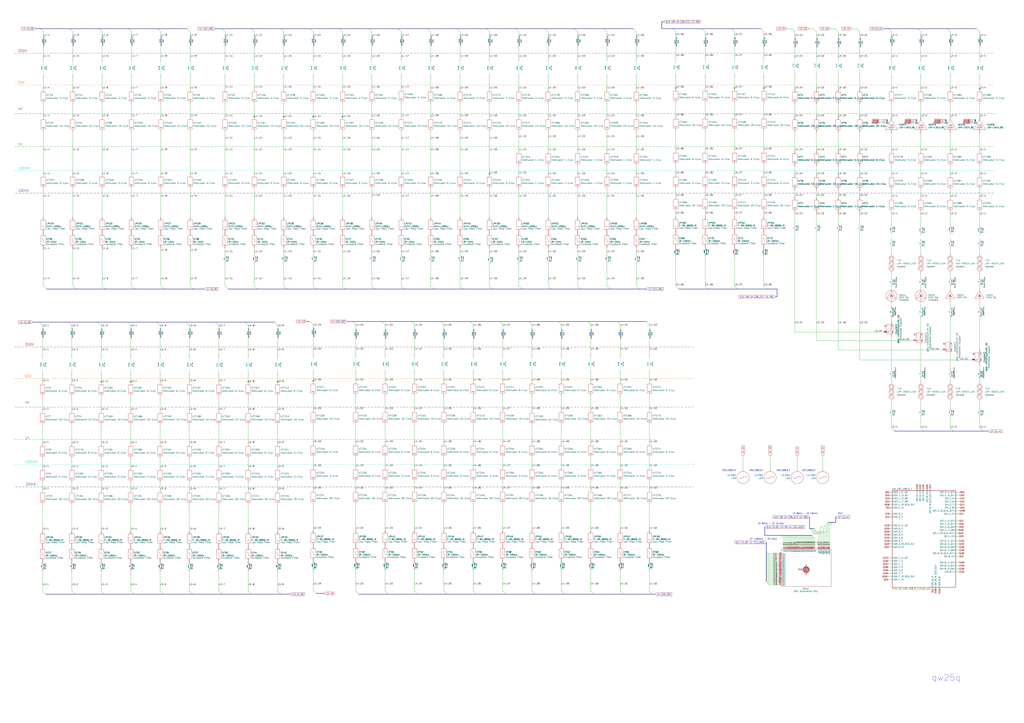
<source format=kicad_sch>
(kicad_sch (version 20230121) (generator eeschema)
  (paper "A1")
  (title_block (title "XLD Setup Q2 2023") (date "2023-06-14") (company "Technology Innovation Institute"))
  (lib_symbols
    (symbol "Quantum Computing:Amplifier HEMT LNF-LNC4_8C" (on_board no)
      (property "Reference" "HEMT" (at 6.096 1.016 0))
      (property "Value" "LNF-LNC4_8C" (at 6.096 -1.27 0))
      (symbol "Amplifier HEMT LNF-LNC4_8C_0_0"
        (text "HEMT" (at 0 -1.524 0) (effects (font (size 1.27 1.27))))
        (text "LNA" (at 0 0.508 0) (effects (font (size 1.27 1.27))))
      )
      (symbol "Amplifier HEMT LNF-LNC4_8C_1_1"
        (pin input line (at 0 -5.715 90) (length 2.54) (name "") (number ""))
        (pin output line (at 0 7.62 270) (length 2.54) (name "") (number ""))
        (pin power_in line (at -7.62 3.81 0) (length 2.54) (name "Vd") (number ""))
        (pin power_in line (at -7.62 5.08 0) (length 2.54) (name "Vg") (number ""))
        (pin power_in line (at -7.62 2.54 0) (length 2.54) (name "gnd") (number ""))
      )
    )
    (symbol "Quantum Computing:Attenuator 0-Cryo" (on_board no)
      (property "Reference" "ATT" (at 2.54 1.27 0))
      (property "Value" "Attenuator 0-Cryo" (at 2.54 -1.27 0))
      (symbol "Attenuator 0-Cryo_1_1"
        (pin bidirectional line (at 0 -6.35 90) (length 2.54) (name "") (number ""))
        (pin bidirectional line (at 0 6.35 270) (length 2.54) (name "") (number ""))
      )
    )
    (symbol "Quantum Computing:Attenuator 1-Cryo" (on_board no)
      (property "Reference" "ATT" (at 2.54 1.27 0))
      (property "Value" "Attenuator 1-Cryo" (at 2.54 -1.27 0))
      (symbol "Attenuator 1-Cryo_1_1"
        (pin bidirectional line (at 0 -6.35 90) (length 2.54) (name "") (number ""))
        (pin bidirectional line (at 0 6.35 270) (length 2.54) (name "") (number ""))
      )
    )
    (symbol "Quantum Computing:Attenuator 10-Cryo" (on_board no)
      (property "Reference" "ATT" (at 2.54 1.27 0))
      (property "Value" "Attenuator 10-Cryo" (at 2.54 -1.27 0))
      (symbol "Attenuator 10-Cryo_1_1"
        (pin bidirectional line (at 0 -6.35 90) (length 2.54) (name "") (number ""))
        (pin bidirectional line (at 0 6.35 270) (length 2.54) (name "") (number ""))
      )
    )
    (symbol "Quantum Computing:Attenuator 20-Cryo" (on_board no)
      (property "Reference" "ATT" (at 2.54 1.27 0))
      (property "Value" "Attenuator 20-Cryo" (at 2.54 -1.27 0))
      (symbol "Attenuator 20-Cryo_1_1"
        (pin bidirectional line (at 0 -6.35 90) (length 2.54) (name "") (number ""))
        (pin bidirectional line (at 0 6.35 270) (length 2.54) (name "") (number ""))
      )
    )
    (symbol "Quantum Computing:Attenuator 3-Cryo" (on_board no)
      (property "Reference" "ATT" (at 2.54 1.27 0))
      (property "Value" "Attenuator 3-Cryo" (at 2.54 -1.27 0))
      (symbol "Attenuator 3-Cryo_1_1"
        (pin bidirectional line (at 0 -6.35 90) (length 2.54) (name "") (number ""))
        (pin bidirectional line (at 0 6.35 270) (length 2.54) (name "") (number ""))
      )
    )
    (symbol "Quantum Computing:Attenuator 30-Cryo" (on_board no)
      (property "Reference" "ATT" (at 2.54 1.27 0))
      (property "Value" "Attenuator 30-Cryo" (at 2.54 -1.27 0))
      (symbol "Attenuator 30-Cryo_1_1"
        (pin bidirectional line (at 0 -6.35 90) (length 2.54) (name "") (number ""))
        (pin bidirectional line (at 0 6.35 270) (length 2.54) (name "") (number ""))
      )
    )
    (symbol "Quantum Computing:Attenuator 6-Cryo" (on_board no)
      (property "Reference" "ATT" (at 2.54 1.27 0))
      (property "Value" "Attenuator 6-Cryo" (at 2.54 -1.27 0))
      (symbol "Attenuator 6-Cryo_1_1"
        (pin bidirectional line (at 0 -6.35 90) (length 2.54) (name "") (number ""))
        (pin bidirectional line (at 0 6.35 270) (length 2.54) (name "") (number ""))
      )
    )
    (symbol "Quantum Computing:Directional Coupler QMC-CRYOCOUPLER-20"
      (property "Reference" "Coupler" (at 0 -3.81 0))
      (property "Value" "QMC-CRYOCOUPLER-20" (at 0 -5.715 0))
      (symbol "Directional Coupler QMC-CRYOCOUPLER-20_1_0"
        (text "50Ω" (at -2.54 5.08 0) (effects (font (size 0.5 0.5))))
        (text "in" (at -3.175 -0.635 0) (effects (font (size 0.6 0.6)) (justify left)))
        (text "out" (at 3.175 -0.635 0) (effects (font (size 0.6 0.6)) (justify right)))
      )
      (symbol "Directional Coupler QMC-CRYOCOUPLER-20_1_1"
        (text "Directional Coupler" (at 0 -7.62 0) (effects (font (size 1.27 1.27))))
        (pin output line (at -6.35 0 0) (length 2.54) (name "") (number ""))
        (pin input line (at 6.35 0 180) (length 2.54) (name "") (number ""))
        (pin input line (at 2.54 6.35 270) (length 2.54) (name "") (number "20dB"))
      )
    )
    (symbol "Quantum Computing:Filter Eccosorb IR-10GHz" (on_board no)
      (property "Reference" "EF" (at 2.5 1.016 0))
      (property "Value" "IR-10GHz" (at 2.5 -1.27 0))
      (symbol "Filter Eccosorb IR-10GHz_1_0"
        (text "Eccosorb Filter" (at 2.54 -3.175 0) (effects (font (size 1.27 1.27)) (justify left)))
      )
      (symbol "Filter Eccosorb IR-10GHz_1_1"
        (pin bidirectional line (at 0 -6.35 90) (length 2.54) (name "") (number ""))
        (pin bidirectional line (at 0 6.35 270) (length 2.54) (name "") (number ""))
      )
    )
    (symbol "Quantum Computing:Filter Eccosorb IR-1GHz" (on_board no)
      (property "Reference" "EF" (at 2.5 1.016 0))
      (property "Value" "IR-1GHz" (at 2.5 -1.27 0))
      (symbol "Filter Eccosorb IR-1GHz_1_0"
        (text "Eccosorb Filter" (at 2.54 -3.175 0) (effects (font (size 1.27 1.27)) (justify left)))
      )
      (symbol "Filter Eccosorb IR-1GHz_1_1"
        (pin bidirectional line (at 0 -6.35 90) (length 2.54) (name "") (number ""))
        (pin bidirectional line (at 0 6.35 270) (length 2.54) (name "") (number ""))
      )
    )
    (symbol "Quantum Computing:Filter Low-Pass F-30-8000-R" (on_board no)
      (property "Reference" "LPF" (at 2.5 1.016 0))
      (property "Value" "F-30-8000-R" (at 2.5 -1.27 0))
      (symbol "Filter Low-Pass F-30-8000-R_1_1"
        (text "Low-Pass Filter" (at 2.54 -3.175 0) (effects (font (size 1.27 1.27)) (justify left)))
        (pin bidirectional line (at 0 -6.35 90) (length 2.54) (name "") (number ""))
        (pin bidirectional line (at 0 6.35 270) (length 2.54) (name "") (number ""))
      )
    )
    (symbol "Quantum Computing:Filter Low-Pass VLFX-1050+" (on_board no)
      (property "Reference" "LPF" (at 2.5 1.016 0))
      (property "Value" "VLFX-1050+" (at 2.5 -1.27 0))
      (symbol "Filter Low-Pass VLFX-1050+_1_1"
        (text "Low-Pass Filter" (at 2.54 -3.175 0) (effects (font (size 1.27 1.27)) (justify left)))
        (pin bidirectional line (at 0 -6.35 90) (length 2.54) (name "") (number ""))
        (pin bidirectional line (at 0 6.35 270) (length 2.54) (name "") (number ""))
      )
    )
    (symbol "Quantum Computing:Isolator LNF-ISISC4_12A" (on_board no)
      (property "Reference" "TJI" (at 4.445 2.54 0))
      (property "Value" "LNF-ISISC4_12A" (at 4.445 0 0))
      (symbol "Isolator LNF-ISISC4_12A_1_1"
        (text "Isolator" (at 4.445 -2.54 0) (effects (font (size 1.27 1.27)) (justify left)))
        (pin input line (at 0 -8.89 90) (length 2.54) (name "") (number ""))
        (pin output line (at 0 8.89 270) (length 2.54) (name "") (number ""))
      )
    )
    (symbol "Quantum Computing:LO_R&S" (on_board no)
      (property "Reference" "LO" (at 7.62 1.016 0))
      (property "Value" "LO_R&S" (at 7.62 -1.27 0))
      (symbol "LO_R&S_1_1"
        (pin output line (at 0 -7.62 90) (length 2.54) (name "") (number ""))
      )
    )
    (symbol "Quantum Computing:QPU QuantWare 25q" (on_board no)
      (property "Reference" "QPU" (at -0.635 -1.905 0))
      (property "Value" "QPU QuantWare 25q" (at -0.635 -3.937 0))
      (symbol "QPU QuantWare 25q_1_0"
        (text "25Q" (at -5.08 13.97 0) (effects (font (size 1.27 1.27))))
      )
      (symbol "QPU QuantWare 25q_1_1"
        (pin input line (at -22.86 25.4 0) (length 2.54) (name "A2Flux") (number "p10"))
        (pin input line (at -17.145 33.02 270) (length 2.54) (name "A2D") (number "p11"))
        (pin input line (at -22.86 22.86 0) (length 2.54) (name "A4Flux") (number "p12"))
        (pin input line (at -14.605 33.02 270) (length 2.54) (name "A4D") (number "p13"))
        (pin output line (at 11.43 33.02 270) (length 2.54) (name "ARO_OUT") (number "p14"))
        (pin input line (at -22.86 21.59 0) (length 2.54) (name "A5Flux") (number "p17"))
        (pin input line (at -13.335 33.02 270) (length 2.54) (name "A5D") (number "p18"))
        (pin input line (at -22.86 1.27 0) (length 2.54) (name "D5Flux") (number "p2"))
        (pin input line (at -8.255 33.02 270) (length 2.54) (name "B3D") (number "p20"))
        (pin input line (at -22.86 16.51 0) (length 2.54) (name "B3Flux") (number "p21"))
        (pin input line (at -10.795 33.02 270) (length 2.54) (name "B1D") (number "p22"))
        (pin input line (at -22.86 19.05 0) (length 2.54) (name "B1Flux") (number "p23"))
        (pin input line (at 12.7 33.02 270) (length 2.54) (name "BRO_IN") (number "p24"))
        (pin input line (at -22.86 17.78 0) (length 2.54) (name "B2Flux") (number "p25"))
        (pin input line (at -9.525 33.02 270) (length 2.54) (name "B2D") (number "p26"))
        (pin input line (at -22.86 15.24 0) (length 2.54) (name "B4Flux") (number "p27"))
        (pin input line (at -6.985 33.02 270) (length 2.54) (name "B4D") (number "p28"))
        (pin output line (at 13.97 33.02 270) (length 2.54) (name "BRO_OUT") (number "p29"))
        (pin input line (at 6.985 33.02 270) (length 2.54) (name "D5D") (number "p3"))
        (pin input line (at -22.86 13.97 0) (length 2.54) (name "B5Flux") (number "p32"))
        (pin input line (at -5.715 33.02 270) (length 2.54) (name "B5D") (number "p33"))
        (pin input line (at -1.905 33.02 270) (length 2.54) (name "C3D") (number "p35"))
        (pin input line (at -22.86 10.16 0) (length 2.54) (name "C3Flux") (number "p36"))
        (pin input line (at -4.445 33.02 270) (length 2.54) (name "C1D") (number "p37"))
        (pin input line (at -22.86 12.7 0) (length 2.54) (name "C1Flux") (number "p38"))
        (pin input line (at 15.24 33.02 270) (length 2.54) (name "CRO_IN") (number "p39"))
        (pin input line (at -22.86 20.32 0) (length 2.54) (name "A6Flux") (number "p4"))
        (pin input line (at -22.86 11.43 0) (length 2.54) (name "C2Flux") (number "p40"))
        (pin input line (at -3.175 33.02 270) (length 2.54) (name "C2D") (number "p41"))
        (pin input line (at -22.86 8.89 0) (length 2.54) (name "C4Flux") (number "p42"))
        (pin input line (at -0.635 33.02 270) (length 2.54) (name "C4D") (number "p43"))
        (pin output line (at 16.51 33.02 270) (length 2.54) (name "CRO_OUT") (number "p44"))
        (pin input line (at -22.86 7.62 0) (length 2.54) (name "C5Flux") (number "p47"))
        (pin input line (at 0.635 33.02 270) (length 2.54) (name "C5D") (number "p48"))
        (pin input line (at -12.065 33.02 270) (length 2.54) (name "A6D") (number "p49"))
        (pin input line (at -15.875 33.02 270) (length 2.54) (name "A3D") (number "p5"))
        (pin input line (at 4.445 33.02 270) (length 2.54) (name "D3D") (number "p50"))
        (pin input line (at -22.86 3.81 0) (length 2.54) (name "D3Flux") (number "p51"))
        (pin input line (at 1.905 33.02 270) (length 2.54) (name "D1D") (number "p52"))
        (pin input line (at -22.86 6.35 0) (length 2.54) (name "D1Flux") (number "p53"))
        (pin input line (at 17.78 33.02 270) (length 2.54) (name "DRO_IN") (number "p54"))
        (pin input line (at -22.86 5.08 0) (length 2.54) (name "D2Flux") (number "p55"))
        (pin input line (at 3.175 33.02 270) (length 2.54) (name "D2D") (number "p56"))
        (pin input line (at -22.86 2.54 0) (length 2.54) (name "D4Flux") (number "p57"))
        (pin input line (at 5.715 33.02 270) (length 2.54) (name "D4D") (number "p58"))
        (pin output line (at 19.05 33.02 270) (length 2.54) (name "DRO_OUT") (number "p59"))
        (pin input line (at -22.86 24.13 0) (length 2.54) (name "A3Flux") (number "p6"))
        (pin input line (at -18.415 33.02 270) (length 2.54) (name "A1D") (number "p7"))
        (pin input line (at -22.86 26.67 0) (length 2.54) (name "A1Flux") (number "p8"))
        (pin input line (at 10.16 33.02 270) (length 2.54) (name "ARO_IN") (number "p9"))
      )
    )
    (symbol "Quantum Computing:RF Cable Minicircuits-6FT"
      (property "Reference" "CBL" (at 0 0.635 0))
      (property "Value" "Minicircuits-6FT" (at 0 -0.635 0))
      (symbol "RF Cable Minicircuits-6FT_1_1"
        (text "Cable" (at 0 -1.905 0) (effects (font (size 0.64 0.64))))
        (pin bidirectional line (at -3.81 0 0) (length 2.54) (name "") (number ""))
        (pin bidirectional line (at 3.81 0 180) (length 2.54) (name "") (number ""))
      )
    )
    (symbol "Quantum Computing:RF Cable SMA-SMA"
      (property "Reference" "RFC" (at 0 0.635 0))
      (property "Value" "SMA-SMA" (at 0 -1.27 0))
      (symbol "RF Cable SMA-SMA_1_0"
        (text "RF cable" (at 0 -2.54 0) (effects (font (size 0.64 0.64))))
      )
      (symbol "RF Cable SMA-SMA_1_1"
        (pin bidirectional line (at -3.81 0 0) (length 2.54) (name "") (number ""))
        (pin bidirectional line (at 3.81 0 180) (length 2.54) (name "") (number ""))
      )
    )
    (symbol "Quantum Computing:RF Cable SMA-SMA_short"
      (property "Reference" "RFC" (at 0 0.635 0))
      (property "Value" "SMA-SMA short" (at 0 -1.27 0))
      (symbol "RF Cable SMA-SMA_short_1_0"
        (text "RF cable" (at 0 -2.54 0) (effects (font (size 0.64 0.64))))
      )
      (symbol "RF Cable SMA-SMA_short_1_1"
        (pin bidirectional line (at -4.445 0 0) (length 2.54) (name "") (number ""))
        (pin bidirectional line (at 4.445 0 180) (length 2.54) (name "") (number ""))
      )
    )
    (symbol "Quantum Computing:RF Cable SMA-SMP"
      (property "Reference" "RFC" (at 0 0.635 0))
      (property "Value" "SMA-SMP" (at 0 -1.27 0))
      (symbol "RF Cable SMA-SMP_1_0"
        (text "RF cable" (at 0 -2.54 0) (effects (font (size 0.64 0.64))))
      )
      (symbol "RF Cable SMA-SMP_1_1"
        (pin bidirectional line (at -3.81 0 0) (length 2.54) (name "") (number ""))
        (pin bidirectional line (at 3.81 0 180) (length 2.54) (name "") (number ""))
      )
    )
    (symbol "Quantum Computing:RF Line NbTi"
      (property "Reference" "RFL" (at 0 1.27 0))
      (property "Value" "NbTi" (at 0 -1.27 0))
      (symbol "RF Line NbTi_1_0"
        (text "RF line" (at 0 -2.54 0) (effects (font (size 0.64 0.64))))
      )
      (symbol "RF Line NbTi_1_1"
        (pin bidirectional line (at -8.255 0 0) (length 2.54) (name "") (number ""))
        (pin bidirectional line (at 8.255 0 180) (length 2.54) (name "") (number ""))
      )
    )
    (symbol "Quantum Computing:TWPA SW"
      (property "Reference" "TWPA" (at 5.08 2.54 0))
      (property "Value" "TWPA SW" (at 5.08 0.635 0))
      (symbol "TWPA SW_0_0"
        (text "SW" (at 0 2.54 0) (effects (font (size 0.7 0.7))))
      )
      (symbol "TWPA SW_1_1"
        (pin input line (at 0 -2.54 90) (length 2.54) (name "") (number ""))
        (pin output line (at 0 8.255 270) (length 2.54) (name "") (number ""))
      )
    )
    (symbol "Quantum Computing:TWPA Tuneable SW"
      (property "Reference" "TWPA" (at 5.715 2.54 0))
      (property "Value" "TWPA SW" (at 5.715 0.635 0))
      (symbol "TWPA Tuneable SW_0_0"
        (text "SW" (at 0 2.54 0) (effects (font (size 0.7 0.7))))
      )
      (symbol "TWPA Tuneable SW_1_1"
        (text "Tuneable" (at 5.715 -1.27 0) (effects (font (size 1.27 1.27)) (justify left)))
        (pin input line (at 0 -3.175 90) (length 2.54) (name "") (number ""))
        (pin output line (at 0 8.255 270) (length 2.54) (name "") (number ""))
      )
    )
  )
  (junction (at 83.185 313.69))
  (junction (at 804.545 73.025))
  (junction (at 107.315 313.69))
  (junction (at 281.305 95.885))
  (junction (at 227.965 313.69))
  (junction (at 203.835 313.69))
  (junction (at 554.99 72.39))
  (junction (at 603.25 72.39))
  (junction (at 233.045 95.885))
  (junction (at 257.175 313.055))
  (junction (at 208.915 95.885))
  (junction (at 627.38 72.39))
  (junction (at 257.175 95.885))
  (junction (at 401.955 142.875))
  (bus_entry (at 666.75 440.055) (size 2.54 2.54))
  (bus_entry (at 227.965 485.775) (size 2.54 2.54))
  (bus_entry (at 647.7 440.055) (size 2.54 2.54))
  (bus_entry (at 629.285 452.755) (size 2.54 2.54))
  (bus_entry (at 257.175 485.14) (size 2.54 2.54))
  (bus_entry (at 59.055 267.335) (size -2.54 -2.54))
  (bus_entry (at 59.69 26.035) (size -2.54 -2.54))
  (bus_entry (at 257.175 266.7) (size -2.54 -2.54))
  (bus_entry (at 648.97 440.055) (size 2.54 2.54))
  (bus_entry (at 132.08 26.035) (size -2.54 -2.54))
  (bus_entry (at 184.785 26.035) (size -2.54 -2.54))
  (bus_entry (at 59.055 485.775) (size 2.54 2.54))
  (bus_entry (at 305.435 234.95) (size 2.54 2.54))
  (bus_entry (at 681.355 431.8) (size 2.54 -2.54))
  (bus_entry (at 652.78 26.035) (size -2.54 -2.54))
  (bus_entry (at 804.545 26.035) (size -2.54 -2.54))
  (bus_entry (at 412.75 266.7) (size -2.54 -2.54))
  (bus_entry (at 364.49 266.7) (size -2.54 -2.54))
  (bus_entry (at 629.285 469.265) (size 2.54 2.54))
  (bus_entry (at 257.175 234.95) (size 2.54 2.54))
  (bus_entry (at 629.285 462.915) (size 2.54 2.54))
  (bus_entry (at 208.915 234.95) (size 2.54 2.54))
  (bus_entry (at 756.285 26.035) (size -2.54 -2.54))
  (bus_entry (at 59.69 234.95) (size 2.54 2.54))
  (bus_entry (at 203.835 485.775) (size 2.54 2.54))
  (bus_entry (at 340.36 485.775) (size 2.54 2.54))
  (bus_entry (at 461.01 266.7) (size -2.54 -2.54))
  (bus_entry (at 522.605 26.035) (size -2.54 -2.54))
  (bus_entry (at 780.415 351.79) (size 2.54 2.54))
  (bus_entry (at 179.705 267.335) (size -2.54 -2.54))
  (bus_entry (at 603.25 26.035) (size -2.54 -2.54))
  (bus_entry (at 554.99 234.95) (size 2.54 2.54))
  (bus_entry (at 83.82 234.95) (size 2.54 2.54))
  (bus_entry (at 627.38 26.035) (size -2.54 -2.54))
  (bus_entry (at 426.085 234.95) (size 2.54 2.54))
  (bus_entry (at 340.36 266.7) (size -2.54 -2.54))
  (bus_entry (at 83.185 485.775) (size 2.54 2.54))
  (bus_entry (at 641.35 440.055) (size 2.54 2.54))
  (bus_entry (at 155.575 485.775) (size 2.54 2.54))
  (bus_entry (at 629.285 476.885) (size 2.54 2.54))
  (bus_entry (at 474.345 26.035) (size -2.54 -2.54))
  (bus_entry (at 184.785 234.95) (size 2.54 2.54))
  (bus_entry (at 629.285 474.345) (size 2.54 2.54))
  (bus_entry (at 329.565 26.035) (size -2.54 -2.54))
  (bus_entry (at 155.575 267.335) (size -2.54 -2.54))
  (bus_entry (at 652.78 440.055) (size 2.54 2.54))
  (bus_entry (at 179.705 485.775) (size 2.54 2.54))
  (bus_entry (at 83.82 26.035) (size -2.54 -2.54))
  (bus_entry (at 654.05 440.055) (size 2.54 2.54))
  (bus_entry (at 732.155 351.79) (size 2.54 2.54))
  (bus_entry (at 655.32 440.055) (size 2.54 2.54))
  (bus_entry (at 156.21 26.035) (size -2.54 -2.54))
  (bus_entry (at 107.95 234.95) (size 2.54 2.54))
  (bus_entry (at 662.94 440.055) (size 2.54 2.54))
  (bus_entry (at 660.4 440.055) (size 2.54 2.54))
  (bus_entry (at 233.045 234.95) (size 2.54 2.54))
  (bus_entry (at 257.175 26.035) (size -2.54 -2.54))
  (bus_entry (at 485.14 266.7) (size -2.54 -2.54))
  (bus_entry (at 131.445 267.335) (size -2.54 -2.54))
  (bus_entry (at 281.305 26.035) (size -2.54 -2.54))
  (bus_entry (at 412.75 485.775) (size 2.54 2.54))
  (bus_entry (at 436.88 485.775) (size 2.54 2.54))
  (bus_entry (at 659.13 440.055) (size 2.54 2.54))
  (bus_entry (at 533.4 485.775) (size 2.54 2.54))
  (bus_entry (at 35.56 234.95) (size 2.54 2.54))
  (bus_entry (at 498.475 234.95) (size 2.54 2.54))
  (bus_entry (at 316.23 485.775) (size 2.54 2.54))
  (bus_entry (at 509.27 485.775) (size 2.54 2.54))
  (bus_entry (at 629.285 466.725) (size 2.54 2.54))
  (bus_entry (at 650.24 440.055) (size 2.54 2.54))
  (bus_entry (at 629.285 461.645) (size 2.54 2.54))
  (bus_entry (at 629.285 471.805) (size 2.54 2.54))
  (bus_entry (at 629.285 460.375) (size 2.54 2.54))
  (bus_entry (at 364.49 485.775) (size 2.54 2.54))
  (bus_entry (at 554.99 26.035) (size -2.54 -2.54))
  (bus_entry (at 804.545 351.79) (size 2.54 2.54))
  (bus_entry (at 107.315 485.775) (size 2.54 2.54))
  (bus_entry (at 666.115 434.34) (size 2.54 2.54))
  (bus_entry (at 646.43 440.055) (size 2.54 2.54))
  (bus_entry (at 522.605 234.95) (size 2.54 2.54))
  (bus_entry (at 780.415 26.035) (size -2.54 -2.54))
  (bus_entry (at 426.085 26.035) (size -2.54 -2.54))
  (bus_entry (at 485.14 485.775) (size 2.54 2.54))
  (bus_entry (at 643.89 440.055) (size 2.54 2.54))
  (bus_entry (at 292.1 266.7) (size -2.54 -2.54))
  (bus_entry (at 377.825 26.035) (size -2.54 -2.54))
  (bus_entry (at 629.285 464.185) (size 2.54 2.54))
  (bus_entry (at 203.835 267.335) (size -2.54 -2.54))
  (bus_entry (at 35.56 26.035) (size -2.54 -2.54))
  (bus_entry (at 292.1 485.775) (size 2.54 2.54))
  (bus_entry (at 629.285 475.615) (size 2.54 2.54))
  (bus_entry (at 34.925 485.775) (size 2.54 2.54))
  (bus_entry (at 664.845 434.34) (size 2.54 2.54))
  (bus_entry (at 706.12 26.035) (size -2.54 -2.54))
  (bus_entry (at 627.38 234.95) (size 2.54 2.54))
  (bus_entry (at 680.085 431.8) (size 2.54 -2.54))
  (bus_entry (at 756.285 351.79) (size 2.54 2.54))
  (bus_entry (at 388.62 485.775) (size 2.54 2.54))
  (bus_entry (at 34.925 267.335) (size -2.54 -2.54))
  (bus_entry (at 667.385 434.34) (size 2.54 2.54))
  (bus_entry (at 227.965 267.335) (size -2.54 -2.54))
  (bus_entry (at 131.445 485.775) (size 2.54 2.54))
  (bus_entry (at 329.565 234.95) (size 2.54 2.54))
  (bus_entry (at 651.51 440.055) (size 2.54 2.54))
  (bus_entry (at 732.155 26.035) (size -2.54 -2.54))
  (bus_entry (at 642.62 440.055) (size 2.54 2.54))
  (bus_entry (at 450.215 26.035) (size -2.54 -2.54))
  (bus_entry (at 677.545 431.8) (size 2.54 -2.54))
  (bus_entry (at 233.045 26.035) (size -2.54 -2.54))
  (bus_entry (at 629.285 473.075) (size 2.54 2.54))
  (bus_entry (at 132.08 234.95) (size 2.54 2.54))
  (bus_entry (at 668.655 434.34) (size 2.54 2.54))
  (bus_entry (at 401.955 26.035) (size -2.54 -2.54))
  (bus_entry (at 377.825 234.95) (size 2.54 2.54))
  (bus_entry (at 353.695 234.95) (size 2.54 2.54))
  (bus_entry (at 629.285 454.025) (size 2.54 2.54))
  (bus_entry (at 629.285 470.535) (size 2.54 2.54))
  (bus_entry (at 629.285 465.455) (size 2.54 2.54))
  (bus_entry (at 645.16 440.055) (size 2.54 2.54))
  (bus_entry (at 629.285 467.995) (size 2.54 2.54))
  (bus_entry (at 656.59 440.055) (size 2.54 2.54))
  (bus_entry (at 664.21 440.055) (size 2.54 2.54))
  (bus_entry (at 670.56 26.035) (size -2.54 -2.54))
  (bus_entry (at 107.95 26.035) (size -2.54 -2.54))
  (bus_entry (at 629.285 459.105) (size 2.54 2.54))
  (bus_entry (at 579.12 234.95) (size 2.54 2.54))
  (bus_entry (at 688.34 26.035) (size -2.54 -2.54))
  (bus_entry (at 281.305 234.95) (size 2.54 2.54))
  (bus_entry (at 498.475 26.035) (size -2.54 -2.54))
  (bus_entry (at 107.315 267.335) (size -2.54 -2.54))
  (bus_entry (at 388.62 266.7) (size -2.54 -2.54))
  (bus_entry (at 603.25 234.95) (size 2.54 2.54))
  (bus_entry (at 353.695 26.035) (size -2.54 -2.54))
  (bus_entry (at 208.915 26.035) (size -2.54 -2.54))
  (bus_entry (at 657.86 440.055) (size 2.54 2.54))
  (bus_entry (at 401.955 234.95) (size 2.54 2.54))
  (bus_entry (at 629.285 456.565) (size 2.54 2.54))
  (bus_entry (at 436.88 266.7) (size -2.54 -2.54))
  (bus_entry (at 156.21 234.95) (size 2.54 2.54))
  (bus_entry (at 509.27 266.7) (size -2.54 -2.54))
  (bus_entry (at 305.435 26.035) (size -2.54 -2.54))
  (bus_entry (at 579.12 26.035) (size -2.54 -2.54))
  (bus_entry (at 629.285 478.155) (size 2.54 2.54))
  (bus_entry (at 678.815 431.8) (size 2.54 -2.54))
  (bus_entry (at 83.185 267.335) (size -2.54 -2.54))
  (bus_entry (at 629.285 457.835) (size 2.54 2.54))
  (bus_entry (at 450.215 234.95) (size 2.54 2.54))
  (bus_entry (at 461.01 485.775) (size 2.54 2.54))
  (bus_entry (at 316.23 266.7) (size -2.54 -2.54))
  (bus_entry (at 661.67 440.055) (size 2.54 2.54))
  (bus_entry (at 665.48 440.055) (size 2.54 2.54))
  (bus_entry (at 629.285 455.295) (size 2.54 2.54))
  (bus_entry (at 474.345 234.95) (size 2.54 2.54))
  (bus_entry (at 533.4 266.7) (size -2.54 -2.54))
  (bus (pts (xy 629.285 462.915) (xy 629.285 461.645)))
  (wire (pts (xy 353.695 37.465) (xy 353.695 47.625)))
  (bus (pts (xy 452.755 237.49) (xy 476.885 237.49)))
  (wire (pts (xy 533.4 468.63) (xy 533.4 485.775)))
  (wire (pts (xy 554.99 107.95) (xy 554.99 123.19)))
  (wire (pts (xy 784.86 435.61) (xy 786.765 435.61)))
  (wire (pts (xy 257.175 468.63) (xy 257.175 485.14)))
  (wire (pts (xy 804.545 174.625) (xy 804.545 185.42)))
  (wire (pts (xy 729.615 458.47) (xy 732.79 458.47)))
  (wire (pts (xy 729.615 461.01) (xy 732.79 461.01)))
  (wire (pts (xy 643.89 442.595) (xy 643.89 448.945)))
  (wire (pts (xy 784.86 452.12) (xy 787.4 452.12)))
  (wire (pts (xy 388.62 376.555) (xy 388.62 383.54)))
  (wire (pts (xy 804.545 235.585) (xy 804.545 236.855)))
  (wire (pts (xy 401.955 26.035) (xy 401.955 29.845)))
  (wire (pts (xy 107.315 377.19) (xy 107.315 384.175)))
  (wire (pts (xy 485.14 278.13) (xy 485.14 290.83)))
  (wire (pts (xy 316.23 396.24) (xy 316.23 401.955)))
  (wire (pts (xy 450.215 203.835) (xy 450.215 208.915)))
  (bus (pts (xy 753.745 23.495) (xy 729.615 23.495)))
  (bus (pts (xy 629.285 459.105) (xy 629.285 457.835)))
  (wire (pts (xy 631.825 480.695) (xy 639.445 480.695)))
  (wire (pts (xy 732.155 303.53) (xy 732.155 276.86)))
  (bus (pts (xy 182.245 488.315) (xy 206.375 488.315)))
  (wire (pts (xy 107.315 277.495) (xy 107.315 291.465)))
  (wire (pts (xy 729.615 466.09) (xy 732.79 466.09)))
  (wire (pts (xy 131.445 377.19) (xy 131.445 384.175)))
  (bus (pts (xy 666.115 434.34) (xy 664.845 434.34)))
  (bus (pts (xy 447.675 23.495) (xy 423.545 23.495)))
  (wire (pts (xy 673.735 433.07) (xy 677.545 433.07)))
  (wire (pts (xy 436.88 278.13) (xy 436.88 290.83)))
  (wire (pts (xy 780.415 156.21) (xy 780.415 161.925)))
  (wire (pts (xy 155.575 396.875) (xy 155.575 402.59)))
  (wire (pts (xy 780.415 225.425) (xy 780.415 227.965)))
  (wire (pts (xy 412.75 349.25) (xy 412.75 363.855)))
  (wire (pts (xy 670.56 85.725) (xy 670.56 95.885)))
  (wire (pts (xy 780.415 85.725) (xy 780.415 95.885)))
  (wire (pts (xy 522.605 26.035) (xy 522.605 29.845)))
  (wire (pts (xy 329.565 37.465) (xy 329.565 47.625)))
  (wire (pts (xy 522.605 85.725) (xy 522.605 95.885)))
  (wire (pts (xy 474.345 155.575) (xy 474.345 178.435)))
  (wire (pts (xy 316.23 349.25) (xy 316.23 363.855)))
  (wire (pts (xy 203.835 313.69) (xy 203.835 314.325)))
  (wire (pts (xy 401.955 85.725) (xy 401.955 95.885)))
  (wire (pts (xy 660.4 442.595) (xy 660.4 448.945)))
  (wire (pts (xy 784.86 404.495) (xy 788.035 404.495)))
  (wire (pts (xy 257.175 276.86) (xy 257.175 290.83)))
  (wire (pts (xy 59.69 26.035) (xy 59.69 29.845)))
  (wire (pts (xy 233.045 95.885) (xy 233.045 96.52)))
  (wire (pts (xy 732.79 447.04) (xy 730.885 447.04)))
  (wire (pts (xy 281.305 26.035) (xy 281.305 29.845)))
  (wire (pts (xy 412.75 414.655) (xy 412.75 435.61)))
  (wire (pts (xy 603.25 135.89) (xy 603.25 142.875)))
  (wire (pts (xy 804.545 299.72) (xy 804.545 303.53)))
  (wire (pts (xy 292.1 468.63) (xy 292.1 485.775)))
  (wire (pts (xy 329.565 26.035) (xy 329.565 29.845)))
  (wire (pts (xy 758.19 402.59) (xy 758.19 403.225)))
  (bus (pts (xy 259.715 237.49) (xy 283.845 237.49)))
  (wire (pts (xy 509.27 307.34) (xy 509.27 313.055)))
  (wire (pts (xy 233.045 64.135) (xy 233.045 73.025)))
  (wire (pts (xy 688.34 287.655) (xy 774.065 287.655)))
  (wire (pts (xy 59.69 108.585) (xy 59.69 142.875)))
  (wire (pts (xy 579.12 210.82) (xy 579.12 234.95)))
  (wire (pts (xy 474.345 216.535) (xy 474.345 234.95)))
  (wire (pts (xy 603.25 72.39) (xy 603.25 73.025)))
  (bus (pts (xy 86.36 237.49) (xy 110.49 237.49)))
  (wire (pts (xy 257.175 95.885) (xy 257.175 96.52)))
  (wire (pts (xy 603.25 38.1) (xy 603.25 46.99)))
  (wire (pts (xy 377.825 155.575) (xy 377.825 178.435)))
  (wire (pts (xy 603.25 26.035) (xy 603.25 30.48)))
  (bus (pts (xy 110.49 237.49) (xy 134.62 237.49)))
  (bus (pts (xy 686.435 424.815) (xy 686.435 429.26)))
  (wire (pts (xy 329.565 155.575) (xy 329.565 178.435)))
  (wire (pts (xy 631.825 476.885) (xy 639.445 476.885)))
  (wire (pts (xy 59.055 267.335) (xy 59.055 269.875)))
  (bus (pts (xy 38.1 237.49) (xy 62.23 237.49)))
  (wire (pts (xy 675.005 438.15) (xy 675.005 448.945)))
  (wire (pts (xy 203.835 349.885) (xy 203.835 364.49)))
  (wire (pts (xy 59.055 307.975) (xy 59.055 313.69)))
  (wire (pts (xy 388.62 278.13) (xy 388.62 290.83)))
  (wire (pts (xy 784.86 427.99) (xy 787.4 427.99)))
  (wire (pts (xy 652.78 156.21) (xy 652.78 161.925)))
  (wire (pts (xy 257.175 313.055) (xy 257.175 313.69)))
  (wire (pts (xy 377.825 203.835) (xy 377.825 208.915)))
  (wire (pts (xy 522.605 203.835) (xy 522.605 208.915)))
  (wire (pts (xy 156.21 37.465) (xy 156.21 47.625)))
  (wire (pts (xy 728.98 473.71) (xy 732.79 473.71)))
  (bus (pts (xy 650.24 440.055) (xy 651.51 440.055)))
  (polyline (pts (xy 12.7 400.05) (xy 569.595 400.05)) (stroke (width 0) (type dash_dot) (color 0 0 132 1)))
  (wire (pts (xy 756.285 156.21) (xy 756.285 161.925)))
  (polyline (pts (xy 12.065 120.65) (xy 816.61 120.65)) (stroke (width 0) (type dash_dot) (color 0 132 0 1)))
  (wire (pts (xy 292.1 349.25) (xy 292.1 363.855)))
  (wire (pts (xy 756.285 64.135) (xy 756.285 73.025)))
  (bus (pts (xy 463.55 488.315) (xy 487.68 488.315)))
  (wire (pts (xy 664.21 23.495) (xy 668.02 23.495)))
  (wire (pts (xy 730.885 422.275) (xy 732.79 422.275)))
  (wire (pts (xy 688.34 62.23) (xy 688.34 73.025)))
  (polyline (pts (xy 12.065 381.635) (xy 569.595 381.635)) (stroke (width 0) (type dash_dot) (color 0 194 194 1)))
  (wire (pts (xy 401.955 37.465) (xy 401.955 47.625)))
  (wire (pts (xy 680.085 436.88) (xy 680.085 448.945)))
  (bus (pts (xy 415.29 488.315) (xy 439.42 488.315)))
  (bus (pts (xy 206.375 488.315) (xy 230.505 488.315)))
  (wire (pts (xy 131.445 277.495) (xy 131.445 291.465)))
  (wire (pts (xy 227.965 396.875) (xy 227.965 402.59)))
  (wire (pts (xy 631.825 465.455) (xy 639.445 465.455)))
  (wire (pts (xy 756.285 311.15) (xy 756.285 313.055)))
  (bus (pts (xy 85.725 488.315) (xy 109.855 488.315)))
  (wire (pts (xy 732.155 330.835) (xy 732.155 335.28)))
  (wire (pts (xy 522.605 155.575) (xy 522.605 178.435)))
  (wire (pts (xy 107.95 64.135) (xy 107.95 73.025)))
  (wire (pts (xy 281.305 85.725) (xy 281.305 95.885)))
  (bus (pts (xy 471.805 23.495) (xy 447.675 23.495)))
  (wire (pts (xy 179.705 326.39) (xy 179.705 337.185)))
  (wire (pts (xy 316.23 307.34) (xy 316.23 313.055)))
  (wire (pts (xy 485.14 468.63) (xy 485.14 485.775)))
  (wire (pts (xy 132.08 26.035) (xy 132.08 29.845)))
  (wire (pts (xy 652.78 191.135) (xy 652.78 273.05)))
  (wire (pts (xy 579.12 85.09) (xy 579.12 95.25)))
  (wire (pts (xy 627.38 173.99) (xy 627.38 177.8)))
  (wire (pts (xy 132.08 37.465) (xy 132.08 47.625)))
  (wire (pts (xy 804.545 73.025) (xy 804.545 73.66)))
  (wire (pts (xy 83.82 85.725) (xy 83.82 95.885)))
  (wire (pts (xy 756.285 260.985) (xy 756.285 271.145)))
  (wire (pts (xy 509.27 414.655) (xy 509.27 435.61)))
  (wire (pts (xy 436.88 376.555) (xy 436.88 383.54)))
  (wire (pts (xy 763.905 401.955) (xy 763.905 403.225)))
  (wire (pts (xy 721.995 98.425) (xy 724.535 98.425)))
  (bus (pts (xy 681.355 429.26) (xy 682.625 429.26)))
  (wire (pts (xy 730.885 407.035) (xy 732.79 407.035)))
  (wire (pts (xy 316.23 266.7) (xy 316.23 270.51)))
  (bus (pts (xy 361.95 264.16) (xy 337.82 264.16)))
  (wire (pts (xy 281.305 64.135) (xy 281.305 73.025)))
  (wire (pts (xy 208.915 155.575) (xy 208.915 178.435)))
  (wire (pts (xy 305.435 26.035) (xy 305.435 29.845)))
  (wire (pts (xy 35.56 26.035) (xy 35.56 29.845)))
  (wire (pts (xy 353.695 108.585) (xy 353.695 142.875)))
  (wire (pts (xy 784.86 414.655) (xy 788.035 414.655)))
  (bus (pts (xy 211.455 237.49) (xy 235.585 237.49)))
  (wire (pts (xy 377.825 85.725) (xy 377.825 95.885)))
  (wire (pts (xy 107.315 307.975) (xy 107.315 313.69)))
  (wire (pts (xy 631.825 457.835) (xy 639.445 457.835)))
  (wire (pts (xy 436.88 349.885) (xy 436.88 363.855)))
  (wire (pts (xy 364.49 266.7) (xy 364.49 270.51)))
  (wire (pts (xy 155.575 469.265) (xy 155.575 485.775)))
  (wire (pts (xy 461.01 349.25) (xy 461.01 363.855)))
  (bus (pts (xy 252.095 264.16) (xy 254.635 264.16)))
  (wire (pts (xy 729.615 468.63) (xy 732.79 468.63)))
  (bus (pts (xy 600.71 23.495) (xy 576.58 23.495)))
  (bus (pts (xy 638.175 243.84) (xy 638.175 237.49)))
  (wire (pts (xy 729.615 476.25) (xy 732.79 476.25)))
  (wire (pts (xy 34.925 307.975) (xy 34.925 313.69)))
  (bus (pts (xy 33.02 23.495) (xy 57.15 23.495)))
  (wire (pts (xy 107.315 313.69) (xy 107.315 314.325)))
  (bus (pts (xy 629.285 461.645) (xy 629.285 460.375)))
  (wire (pts (xy 426.085 85.725) (xy 426.085 95.885)))
  (wire (pts (xy 603.25 155.575) (xy 603.25 161.29)))
  (wire (pts (xy 533.4 415.29) (xy 533.4 435.61)))
  (wire (pts (xy 645.16 442.595) (xy 645.16 448.945)))
  (wire (pts (xy 664.21 442.595) (xy 664.21 448.945)))
  (bus (pts (xy 629.285 464.185) (xy 629.285 462.915)))
  (polyline (pts (xy 12.065 334.645) (xy 569.595 334.645)) (stroke (width 0) (type dash_dot) (color 0 72 72 1)))
  (bus (pts (xy 629.285 478.155) (xy 629.285 476.885)))
  (wire (pts (xy 461.01 325.755) (xy 461.01 336.55)))
  (bus (pts (xy 32.385 264.795) (xy 26.67 264.795)))
  (wire (pts (xy 780.415 64.135) (xy 780.415 73.025)))
  (wire (pts (xy 631.825 460.375) (xy 639.445 460.375)))
  (wire (pts (xy 227.965 377.19) (xy 227.965 384.175)))
  (wire (pts (xy 784.86 422.275) (xy 787.4 422.275)))
  (bus (pts (xy 391.16 488.315) (xy 415.29 488.315)))
  (wire (pts (xy 652.78 442.595) (xy 652.78 448.945)))
  (bus (pts (xy 332.105 237.49) (xy 356.235 237.49)))
  (wire (pts (xy 522.605 37.465) (xy 522.605 47.625)))
  (wire (pts (xy 652.78 26.035) (xy 652.78 31.115)))
  (wire (pts (xy 784.86 462.28) (xy 787.4 462.28)))
  (wire (pts (xy 554.99 72.39) (xy 554.99 73.025)))
  (wire (pts (xy 353.695 85.725) (xy 353.695 95.885)))
  (wire (pts (xy 730.885 434.34) (xy 732.79 434.34)))
  (bus (pts (xy 327.025 23.495) (xy 302.895 23.495)))
  (wire (pts (xy 675.005 438.15) (xy 668.655 438.15)))
  (wire (pts (xy 804.545 26.035) (xy 804.545 29.845)))
  (wire (pts (xy 388.62 349.25) (xy 388.62 363.855)))
  (wire (pts (xy 184.785 216.535) (xy 184.785 234.95)))
  (wire (pts (xy 227.965 277.495) (xy 227.965 291.465)))
  (wire (pts (xy 83.185 277.495) (xy 83.185 291.465)))
  (wire (pts (xy 461.01 376.555) (xy 461.01 383.54)))
  (bus (pts (xy 62.23 237.49) (xy 86.36 237.49)))
  (wire (pts (xy 554.99 38.1) (xy 554.99 46.99)))
  (wire (pts (xy 426.085 155.575) (xy 426.085 178.435)))
  (wire (pts (xy 731.52 417.195) (xy 732.79 417.195)))
  (wire (pts (xy 730.885 439.42) (xy 732.79 439.42)))
  (wire (pts (xy 579.12 155.575) (xy 579.12 161.29)))
  (wire (pts (xy 426.085 136.525) (xy 426.085 142.875)))
  (bus (pts (xy 638.175 243.84) (xy 636.905 243.84)))
  (wire (pts (xy 485.14 396.24) (xy 485.14 401.955)))
  (polyline (pts (xy 569.595 381) (xy 569.595 381.635)))
  (wire (pts (xy 436.88 414.655) (xy 436.88 435.61)))
  (wire (pts (xy 203.835 415.29) (xy 203.835 436.245)))
  (wire (pts (xy 804.545 109.22) (xy 804.545 123.825)))
  (wire (pts (xy 59.69 203.835) (xy 59.69 234.95)))
  (wire (pts (xy 59.69 155.575) (xy 59.69 178.435)))
  (wire (pts (xy 768.35 482.6) (xy 768.35 483.235)))
  (wire (pts (xy 780.415 342.9) (xy 780.415 351.79)))
  (wire (pts (xy 208.915 95.885) (xy 208.915 96.52)))
  (bus (pts (xy 782.955 354.33) (xy 807.085 354.33)))
  (bus (pts (xy 665.48 440.055) (xy 666.75 440.055)))
  (wire (pts (xy 59.055 277.495) (xy 59.055 291.465)))
  (wire (pts (xy 784.86 444.5) (xy 787.4 444.5)))
  (wire (pts (xy 59.69 85.725) (xy 59.69 95.885)))
  (wire (pts (xy 34.925 277.495) (xy 34.925 291.465)))
  (wire (pts (xy 784.86 417.195) (xy 788.035 417.195)))
  (wire (pts (xy 83.185 326.39) (xy 83.185 337.185)))
  (wire (pts (xy 784.86 449.58) (xy 787.4 449.58)))
  (wire (pts (xy 732.155 260.985) (xy 732.155 264.16)))
  (wire (pts (xy 292.1 325.755) (xy 292.1 336.55)))
  (bus (pts (xy 158.75 237.49) (xy 167.64 237.49)))
  (wire (pts (xy 353.695 155.575) (xy 353.695 178.435)))
  (bus (pts (xy 511.81 488.315) (xy 535.94 488.315)))
  (wire (pts (xy 755.65 402.59) (xy 755.65 403.225)))
  (bus (pts (xy 629.285 455.295) (xy 629.285 454.025)))
  (wire (pts (xy 784.86 419.735) (xy 788.035 419.735)))
  (bus (pts (xy 802.005 23.495) (xy 777.875 23.495)))
  (bus (pts (xy 201.295 264.795) (xy 177.165 264.795)))
  (wire (pts (xy 179.705 415.29) (xy 179.705 436.245)))
  (wire (pts (xy 730.885 436.88) (xy 732.79 436.88)))
  (bus (pts (xy 109.855 488.315) (xy 133.985 488.315)))
  (bus (pts (xy 576.58 23.495) (xy 552.45 23.495)))
  (wire (pts (xy 732.155 156.21) (xy 732.155 161.925)))
  (bus (pts (xy 410.21 264.16) (xy 386.08 264.16)))
  (wire (pts (xy 364.49 307.34) (xy 364.49 313.055)))
  (wire (pts (xy 730.885 412.115) (xy 732.79 412.115)))
  (wire (pts (xy 208.915 85.725) (xy 208.915 95.885)))
  (wire (pts (xy 804.545 156.21) (xy 804.545 161.925)))
  (bus (pts (xy 158.115 488.315) (xy 182.245 488.315)))
  (bus (pts (xy 647.7 440.055) (xy 648.97 440.055)))
  (wire (pts (xy 670.56 191.135) (xy 670.56 280.035)))
  (bus (pts (xy 758.825 354.33) (xy 782.955 354.33)))
  (wire (pts (xy 509.27 278.13) (xy 509.27 290.83)))
  (wire (pts (xy 732.155 26.035) (xy 732.155 29.845)))
  (bus (pts (xy 629.285 475.615) (xy 629.285 474.345)))
  (wire (pts (xy 780.415 136.525) (xy 780.415 143.51)))
  (wire (pts (xy 756.285 37.465) (xy 756.285 47.625)))
  (bus (pts (xy 605.79 237.49) (xy 629.92 237.49)))
  (wire (pts (xy 631.825 475.615) (xy 639.445 475.615)))
  (wire (pts (xy 340.36 278.13) (xy 340.36 290.83)))
  (wire (pts (xy 156.21 155.575) (xy 156.21 178.435)))
  (wire (pts (xy 83.185 267.335) (xy 83.185 269.875)))
  (wire (pts (xy 784.86 430.53) (xy 787.4 430.53)))
  (wire (pts (xy 316.23 325.755) (xy 316.23 336.55)))
  (wire (pts (xy 156.21 64.135) (xy 156.21 73.025)))
  (wire (pts (xy 688.34 26.035) (xy 688.34 31.115)))
  (wire (pts (xy 732.155 203.835) (xy 732.155 207.645)))
  (bus (pts (xy 624.84 23.495) (xy 600.71 23.495)))
  (bus (pts (xy 645.16 440.055) (xy 646.43 440.055)))
  (wire (pts (xy 804.545 311.15) (xy 804.545 313.055)))
  (wire (pts (xy 699.77 23.495) (xy 703.58 23.495)))
  (wire (pts (xy 34.925 396.875) (xy 34.925 402.59)))
  (wire (pts (xy 34.925 377.19) (xy 34.925 384.175)))
  (wire (pts (xy 554.99 63.5) (xy 554.99 72.39)))
  (wire (pts (xy 631.825 456.565) (xy 639.445 456.565)))
  (wire (pts (xy 34.925 349.885) (xy 34.925 364.49)))
  (wire (pts (xy 340.36 307.34) (xy 340.36 313.055)))
  (bus (pts (xy 680.085 429.26) (xy 681.355 429.26)))
  (wire (pts (xy 364.49 396.24) (xy 364.49 401.955)))
  (wire (pts (xy 654.685 374.65) (xy 654.685 384.81)))
  (wire (pts (xy 646.43 23.495) (xy 650.24 23.495)))
  (wire (pts (xy 184.785 37.465) (xy 184.785 47.625)))
  (wire (pts (xy 784.86 433.07) (xy 787.4 433.07)))
  (polyline (pts (xy 12.065 311.15) (xy 569.595 311.15)) (stroke (width 0) (type dash_dot) (color 204 102 0 1)))
  (wire (pts (xy 474.345 108.585) (xy 474.345 123.825)))
  (wire (pts (xy 498.475 216.535) (xy 498.475 234.95)))
  (wire (pts (xy 485.14 325.755) (xy 485.14 336.55)))
  (wire (pts (xy 184.785 85.725) (xy 184.785 95.885)))
  (wire (pts (xy 184.785 203.835) (xy 184.785 208.915)))
  (wire (pts (xy 412.75 376.555) (xy 412.75 383.54)))
  (wire (pts (xy 678.815 431.8) (xy 678.815 434.34)))
  (wire (pts (xy 732.155 248.285) (xy 732.155 252.095)))
  (wire (pts (xy 83.185 307.975) (xy 83.185 313.69)))
  (bus (pts (xy 543.56 17.78) (xy 543.56 23.495)))
  (wire (pts (xy 184.785 108.585) (xy 184.785 142.875)))
  (wire (pts (xy 631.825 464.185) (xy 639.445 464.185)))
  (wire (pts (xy 426.085 26.035) (xy 426.085 29.845)))
  (wire (pts (xy 756.285 85.725) (xy 756.285 95.885)))
  (wire (pts (xy 401.955 108.585) (xy 401.955 142.875)))
  (wire (pts (xy 257.175 108.585) (xy 257.175 142.875)))
  (wire (pts (xy 257.175 26.035) (xy 257.175 29.845)))
  (wire (pts (xy 316.23 414.655) (xy 316.23 435.61)))
  (bus (pts (xy 664.21 440.055) (xy 665.48 440.055)))
  (wire (pts (xy 579.12 107.95) (xy 579.12 123.19)))
  (wire (pts (xy 721.995 99.695) (xy 724.535 99.695)))
  (wire (pts (xy 656.59 442.595) (xy 656.59 448.945)))
  (bus (pts (xy 482.6 264.16) (xy 458.47 264.16)))
  (wire (pts (xy 132.08 203.835) (xy 132.08 234.95)))
  (wire (pts (xy 533.4 278.13) (xy 533.4 290.83)))
  (wire (pts (xy 184.785 26.035) (xy 184.785 29.845)))
  (bus (pts (xy 729.615 23.495) (xy 725.805 23.495)))
  (wire (pts (xy 257.175 85.725) (xy 257.175 95.885)))
  (wire (pts (xy 203.835 277.495) (xy 203.835 291.465)))
  (bus (pts (xy 129.54 23.495) (xy 105.41 23.495)))
  (wire (pts (xy 233.045 26.035) (xy 233.045 29.845)))
  (bus (pts (xy 356.235 237.49) (xy 380.365 237.49)))
  (bus (pts (xy 641.35 440.055) (xy 642.62 440.055)))
  (wire (pts (xy 631.825 461.645) (xy 639.445 461.645)))
  (wire (pts (xy 498.475 26.035) (xy 498.475 29.845)))
  (bus (pts (xy 313.69 264.16) (xy 289.56 264.16)))
  (wire (pts (xy 498.475 85.725) (xy 498.475 95.885)))
  (wire (pts (xy 579.12 26.035) (xy 579.12 30.48)))
  (wire (pts (xy 364.49 325.755) (xy 364.49 336.55)))
  (wire (pts (xy 292.1 278.13) (xy 292.1 290.83)))
  (bus (pts (xy 643.89 440.055) (xy 645.16 440.055)))
  (bus (pts (xy 439.42 488.315) (xy 463.55 488.315)))
  (wire (pts (xy 753.11 402.59) (xy 753.11 403.225)))
  (polyline (pts (xy 12.7 158.75) (xy 816.61 158.75)) (stroke (width 0) (type dash_dot) (color 0 0 132 1)))
  (wire (pts (xy 388.62 325.755) (xy 388.62 336.55)))
  (wire (pts (xy 461.01 307.34) (xy 461.01 313.055)))
  (wire (pts (xy 155.575 349.885) (xy 155.575 364.49)))
  (bus (pts (xy 225.425 264.795) (xy 201.295 264.795)))
  (wire (pts (xy 474.345 37.465) (xy 474.345 47.625)))
  (wire (pts (xy 780.415 330.835) (xy 780.415 335.28)))
  (bus (pts (xy 56.515 264.795) (xy 32.385 264.795)))
  (bus (pts (xy 230.505 488.315) (xy 238.76 488.315)))
  (wire (pts (xy 179.705 469.265) (xy 179.705 485.775)))
  (wire (pts (xy 474.345 203.835) (xy 474.345 208.915)))
  (bus (pts (xy 487.68 488.315) (xy 511.81 488.315)))
  (wire (pts (xy 579.12 63.5) (xy 579.12 72.39)))
  (wire (pts (xy 648.97 442.595) (xy 648.97 448.945)))
  (bus (pts (xy 375.285 23.495) (xy 351.155 23.495)))
  (wire (pts (xy 610.235 374.65) (xy 610.235 384.81)))
  (wire (pts (xy 706.12 136.525) (xy 706.12 143.51)))
  (wire (pts (xy 156.21 108.585) (xy 156.21 142.875)))
  (wire (pts (xy 666.75 442.595) (xy 666.75 448.945)))
  (bus (pts (xy 302.895 23.495) (xy 278.765 23.495)))
  (wire (pts (xy 281.305 108.585) (xy 281.305 142.875)))
  (wire (pts (xy 179.705 307.975) (xy 179.705 313.69)))
  (wire (pts (xy 780.415 26.035) (xy 780.415 29.845)))
  (wire (pts (xy 155.575 326.39) (xy 155.575 337.185)))
  (bus (pts (xy 642.62 440.055) (xy 643.89 440.055)))
  (wire (pts (xy 732.155 235.585) (xy 732.155 236.855)))
  (wire (pts (xy 533.4 349.25) (xy 533.4 363.855)))
  (wire (pts (xy 681.99 23.495) (xy 685.8 23.495)))
  (wire (pts (xy 156.21 85.725) (xy 156.21 95.885)))
  (wire (pts (xy 533.4 307.34) (xy 533.4 313.055)))
  (wire (pts (xy 155.575 277.495) (xy 155.575 291.465)))
  (wire (pts (xy 412.75 396.24) (xy 412.75 401.955)))
  (wire (pts (xy 627.38 72.39) (xy 627.38 73.025)))
  (wire (pts (xy 436.88 396.24) (xy 436.88 401.955)))
  (wire (pts (xy 706.12 191.135) (xy 706.12 295.91)))
  (wire (pts (xy 657.86 442.595) (xy 657.86 448.945)))
  (wire (pts (xy 281.305 203.835) (xy 281.305 234.95)))
  (wire (pts (xy 706.12 38.735) (xy 706.12 45.72)))
  (wire (pts (xy 662.94 442.595) (xy 662.94 448.945)))
  (wire (pts (xy 522.605 108.585) (xy 522.605 123.825)))
  (wire (pts (xy 732.155 136.525) (xy 732.155 143.51)))
  (wire (pts (xy 784.86 467.36) (xy 787.4 467.36)))
  (wire (pts (xy 756.285 248.285) (xy 756.285 252.095)))
  (bus (pts (xy 386.08 264.16) (xy 361.95 264.16)))
  (bus (pts (xy 134.62 237.49) (xy 158.75 237.49)))
  (wire (pts (xy 603.25 85.09) (xy 603.25 95.25)))
  (wire (pts (xy 208.915 216.535) (xy 208.915 234.95)))
  (wire (pts (xy 670.56 280.035) (xy 749.935 280.035)))
  (wire (pts (xy 59.055 415.29) (xy 59.055 436.245)))
  (wire (pts (xy 436.88 468.63) (xy 436.88 485.775)))
  (bus (pts (xy 177.165 264.795) (xy 153.035 264.795)))
  (wire (pts (xy 59.055 326.39) (xy 59.055 337.185)))
  (wire (pts (xy 522.605 216.535) (xy 522.605 234.95)))
  (bus (pts (xy 104.775 264.795) (xy 80.645 264.795)))
  (wire (pts (xy 688.34 136.525) (xy 688.34 143.51)))
  (wire (pts (xy 603.25 173.99) (xy 603.25 177.8)))
  (wire (pts (xy 627.38 135.89) (xy 627.38 142.875)))
  (wire (pts (xy 83.82 26.035) (xy 83.82 29.845)))
  (wire (pts (xy 131.445 267.335) (xy 131.445 269.875)))
  (wire (pts (xy 257.175 266.7) (xy 257.175 269.24)))
  (wire (pts (xy 203.835 396.875) (xy 203.835 402.59)))
  (wire (pts (xy 412.75 278.13) (xy 412.75 290.83)))
  (wire (pts (xy 450.215 37.465) (xy 450.215 47.625)))
  (wire (pts (xy 668.655 438.15) (xy 668.655 436.88)))
  (wire (pts (xy 257.175 414.655) (xy 257.175 435.61)))
  (wire (pts (xy 732.155 109.22) (xy 732.155 123.825)))
  (bus (pts (xy 399.415 23.495) (xy 375.285 23.495)))
  (wire (pts (xy 706.12 174.625) (xy 706.12 183.515)))
  (wire (pts (xy 667.385 436.88) (xy 667.385 438.785)))
  (bus (pts (xy 629.285 456.565) (xy 629.285 455.295)))
  (wire (pts (xy 509.27 349.25) (xy 509.27 363.855)))
  (wire (pts (xy 655.32 442.595) (xy 655.32 448.945)))
  (wire (pts (xy 485.14 307.34) (xy 485.14 313.055)))
  (bus (pts (xy 629.285 454.025) (xy 629.285 452.755)))
  (wire (pts (xy 426.085 108.585) (xy 426.085 123.825)))
  (wire (pts (xy 59.055 349.885) (xy 59.055 364.49)))
  (wire (pts (xy 631.825 459.105) (xy 639.445 459.105)))
  (wire (pts (xy 155.575 267.335) (xy 155.575 269.875)))
  (wire (pts (xy 732.155 174.625) (xy 732.155 184.785)))
  (bus (pts (xy 661.67 440.055) (xy 662.94 440.055)))
  (wire (pts (xy 706.12 108.585) (xy 706.12 123.825)))
  (wire (pts (xy 627.38 210.82) (xy 627.38 234.95)))
  (wire (pts (xy 233.045 216.535) (xy 233.045 234.95)))
  (wire (pts (xy 533.4 325.755) (xy 533.4 336.55)))
  (wire (pts (xy 729.615 471.17) (xy 732.79 471.17)))
  (bus (pts (xy 81.28 23.495) (xy 57.15 23.495)))
  (wire (pts (xy 670.56 26.035) (xy 670.56 31.115)))
  (bus (pts (xy 654.05 440.055) (xy 655.32 440.055)))
  (wire (pts (xy 522.605 64.135) (xy 522.605 73.025)))
  (wire (pts (xy 305.435 85.725) (xy 305.435 95.885)))
  (wire (pts (xy 179.705 267.335) (xy 179.705 269.875)))
  (bus (pts (xy 628.015 433.07) (xy 628.015 440.055)))
  (wire (pts (xy 436.88 325.755) (xy 436.88 337.185)))
  (wire (pts (xy 340.36 396.24) (xy 340.36 401.955)))
  (wire (pts (xy 155.575 377.19) (xy 155.575 384.175)))
  (wire (pts (xy 631.825 473.075) (xy 639.445 473.075)))
  (wire (pts (xy 631.825 479.425) (xy 639.445 479.425)))
  (wire (pts (xy 292.1 307.34) (xy 292.1 313.055)))
  (wire (pts (xy 730.885 431.8) (xy 732.79 431.8)))
  (wire (pts (xy 509.27 376.555) (xy 509.27 383.54)))
  (wire (pts (xy 203.835 307.975) (xy 203.835 313.69)))
  (wire (pts (xy 485.14 376.555) (xy 485.14 383.54)))
  (wire (pts (xy 208.915 64.135) (xy 208.915 73.025)))
  (bus (pts (xy 61.595 488.315) (xy 85.725 488.315)))
  (wire (pts (xy 461.01 468.63) (xy 461.01 485.775)))
  (wire (pts (xy 131.445 415.29) (xy 131.445 436.245)))
  (wire (pts (xy 474.345 64.135) (xy 474.345 73.025)))
  (wire (pts (xy 780.415 109.22) (xy 780.415 123.825)))
  (wire (pts (xy 412.75 266.7) (xy 412.75 270.51)))
  (wire (pts (xy 107.95 203.835) (xy 107.95 234.95)))
  (wire (pts (xy 533.4 396.24) (xy 533.4 401.955)))
  (bus (pts (xy 337.82 264.16) (xy 313.69 264.16)))
  (wire (pts (xy 732.79 449.58) (xy 730.25 449.58)))
  (wire (pts (xy 203.835 469.265) (xy 203.835 485.775)))
  (wire (pts (xy 652.78 85.725) (xy 652.78 95.885)))
  (wire (pts (xy 688.34 156.21) (xy 688.34 161.925)))
  (wire (pts (xy 281.305 37.465) (xy 281.305 47.625)))
  (wire (pts (xy 35.56 64.135) (xy 35.56 73.025)))
  (bus (pts (xy 638.175 237.49) (xy 629.92 237.49)))
  (bus (pts (xy 734.695 354.33) (xy 758.825 354.33)))
  (bus (pts (xy 652.78 440.055) (xy 654.05 440.055)))
  (wire (pts (xy 652.78 174.625) (xy 652.78 183.515)))
  (bus (pts (xy 543.56 23.495) (xy 552.45 23.495)))
  (wire (pts (xy 485.14 266.7) (xy 485.14 270.51)))
  (wire (pts (xy 756.285 136.525) (xy 756.285 143.51)))
  (wire (pts (xy 804.545 85.725) (xy 804.545 95.885)))
  (wire (pts (xy 732.155 311.15) (xy 732.155 313.055)))
  (wire (pts (xy 675.64 374.65) (xy 675.64 384.81)))
  (wire (pts (xy 780.415 37.465) (xy 780.415 47.625)))
  (wire (pts (xy 132.08 85.725) (xy 132.08 95.885)))
  (wire (pts (xy 509.27 396.24) (xy 509.27 401.955)))
  (bus (pts (xy 807.085 354.33) (xy 811.53 354.33)))
  (wire (pts (xy 305.435 155.575) (xy 305.435 178.435)))
  (wire (pts (xy 756.285 174.625) (xy 756.285 185.42)))
  (wire (pts (xy 316.23 468.63) (xy 316.23 485.775)))
  (bus (pts (xy 404.495 237.49) (xy 428.625 237.49)))
  (wire (pts (xy 784.86 438.15) (xy 786.765 438.15)))
  (wire (pts (xy 257.175 325.755) (xy 257.175 336.55)))
  (bus (pts (xy 105.41 23.495) (xy 81.28 23.495)))
  (wire (pts (xy 107.315 349.885) (xy 107.315 364.49)))
  (bus (pts (xy 128.905 264.795) (xy 104.775 264.795)))
  (wire (pts (xy 257.175 396.24) (xy 257.175 401.955)))
  (wire (pts (xy 659.13 442.595) (xy 659.13 448.945)))
  (bus (pts (xy 651.51 440.055) (xy 652.78 440.055)))
  (wire (pts (xy 35.56 108.585) (xy 35.56 142.875)))
  (wire (pts (xy 784.86 412.115) (xy 788.035 412.115)))
  (wire (pts (xy 329.565 108.585) (xy 329.565 142.875)))
  (wire (pts (xy 257.175 37.465) (xy 257.175 47.625)))
  (wire (pts (xy 305.435 37.465) (xy 305.435 47.625)))
  (bus (pts (xy 557.53 237.49) (xy 581.66 237.49)))
  (wire (pts (xy 732.155 64.135) (xy 732.155 73.025)))
  (wire (pts (xy 364.49 278.13) (xy 364.49 290.83)))
  (wire (pts (xy 677.545 433.07) (xy 677.545 431.8)))
  (bus (pts (xy 629.285 467.995) (xy 629.285 466.725)))
  (wire (pts (xy 784.86 469.9) (xy 787.4 469.9)))
  (bus (pts (xy 235.585 237.49) (xy 259.715 237.49)))
  (wire (pts (xy 401.955 203.835) (xy 401.955 209.55)))
  (wire (pts (xy 756.285 342.9) (xy 756.285 351.79)))
  (wire (pts (xy 450.215 85.725) (xy 450.215 95.885)))
  (wire (pts (xy 732.155 37.465) (xy 732.155 47.625)))
  (wire (pts (xy 340.36 376.555) (xy 340.36 383.54)))
  (wire (pts (xy 34.925 326.39) (xy 34.925 337.185)))
  (wire (pts (xy 340.36 266.7) (xy 340.36 270.51)))
  (wire (pts (xy 603.25 63.5) (xy 603.25 72.39)))
  (bus (pts (xy 506.73 264.16) (xy 482.6 264.16)))
  (wire (pts (xy 292.1 376.555) (xy 292.1 383.54)))
  (wire (pts (xy 227.965 326.39) (xy 227.965 337.185)))
  (wire (pts (xy 554.99 85.09) (xy 554.99 95.25)))
  (wire (pts (xy 804.545 64.135) (xy 804.545 73.025)))
  (wire (pts (xy 179.705 377.19) (xy 179.705 384.175)))
  (wire (pts (xy 654.05 442.595) (xy 654.05 448.945)))
  (wire (pts (xy 83.82 37.465) (xy 83.82 47.625)))
  (wire (pts (xy 184.785 64.135) (xy 184.785 73.025)))
  (wire (pts (xy 474.345 85.725) (xy 474.345 95.885)))
  (wire (pts (xy 233.045 155.575) (xy 233.045 178.435)))
  (bus (pts (xy 629.285 445.77) (xy 629.285 452.755)))
  (wire (pts (xy 706.12 295.91) (xy 798.195 295.91)))
  (wire (pts (xy 804.545 260.985) (xy 804.545 287.02)))
  (wire (pts (xy 292.1 396.24) (xy 292.1 401.955)))
  (wire (pts (xy 353.695 216.535) (xy 353.695 234.95)))
  (wire (pts (xy 732.155 85.725) (xy 732.155 95.885)))
  (wire (pts (xy 627.38 26.035) (xy 627.38 30.48)))
  (wire (pts (xy 436.88 307.34) (xy 436.88 313.055)))
  (wire (pts (xy 83.82 108.585) (xy 83.82 142.875)))
  (wire (pts (xy 83.185 349.885) (xy 83.185 364.49)))
  (wire (pts (xy 83.82 64.135) (xy 83.82 73.025)))
  (wire (pts (xy 461.01 278.13) (xy 461.01 290.83)))
  (wire (pts (xy 603.25 107.95) (xy 603.25 123.19)))
  (wire (pts (xy 305.435 203.835) (xy 305.435 208.915)))
  (wire (pts (xy 179.705 396.875) (xy 179.705 402.59)))
  (wire (pts (xy 377.825 37.465) (xy 377.825 47.625)))
  (wire (pts (xy 706.12 62.23) (xy 706.12 73.025)))
  (wire (pts (xy 627.38 63.5) (xy 627.38 72.39)))
  (bus (pts (xy 655.32 440.055) (xy 656.59 440.055)))
  (bus (pts (xy 458.47 264.16) (xy 434.34 264.16)))
  (wire (pts (xy 509.27 266.7) (xy 509.27 270.51)))
  (wire (pts (xy 730.885 441.96) (xy 732.79 441.96)))
  (wire (pts (xy 257.175 64.135) (xy 257.175 73.025)))
  (wire (pts (xy 706.12 156.21) (xy 706.12 161.925)))
  (wire (pts (xy 677.545 437.515) (xy 669.925 437.515)))
  (wire (pts (xy 208.915 108.585) (xy 208.915 142.875)))
  (wire (pts (xy 509.27 468.63) (xy 509.27 485.775)))
  (wire (pts (xy 670.56 62.23) (xy 670.56 73.025)))
  (bus (pts (xy 230.505 23.495) (xy 206.375 23.495)))
  (wire (pts (xy 316.23 376.555) (xy 316.23 383.54)))
  (bus (pts (xy 520.065 23.495) (xy 495.935 23.495)))
  (bus (pts (xy 629.285 470.535) (xy 629.285 469.265)))
  (wire (pts (xy 257.175 376.555) (xy 257.175 383.54)))
  (wire (pts (xy 498.475 37.465) (xy 498.475 47.625)))
  (wire (pts (xy 631.825 474.345) (xy 639.445 474.345)))
  (wire (pts (xy 554.99 155.575) (xy 554.99 161.29)))
  (wire (pts (xy 377.825 108.585) (xy 377.825 142.875)))
  (wire (pts (xy 426.085 216.535) (xy 426.085 234.95)))
  (wire (pts (xy 706.12 85.725) (xy 706.12 95.885)))
  (bus (pts (xy 777.875 23.495) (xy 753.745 23.495)))
  (wire (pts (xy 83.82 155.575) (xy 83.82 178.435)))
  (wire (pts (xy 233.045 203.835) (xy 233.045 208.915)))
  (polyline (pts (xy 12.065 361.315) (xy 537.845 361.315)) (stroke (width 0) (type dash_dot) (color 0 132 0 1)))
  (wire (pts (xy 756.285 283.845) (xy 756.285 303.53)))
  (bus (pts (xy 629.285 470.535) (xy 629.285 471.805)))
  (wire (pts (xy 627.38 155.575) (xy 627.38 161.29)))
  (wire (pts (xy 377.825 26.035) (xy 377.825 29.845)))
  (wire (pts (xy 554.99 135.89) (xy 554.99 142.875)))
  (wire (pts (xy 533.4 376.555) (xy 533.4 383.54)))
  (wire (pts (xy 107.95 26.035) (xy 107.95 29.845)))
  (wire (pts (xy 281.305 155.575) (xy 281.305 178.435)))
  (wire (pts (xy 804.545 37.465) (xy 804.545 47.625)))
  (bus (pts (xy 629.285 460.375) (xy 629.285 459.105)))
  (wire (pts (xy 579.12 135.89) (xy 579.12 142.875)))
  (wire (pts (xy 412.75 468.63) (xy 412.75 485.775)))
  (wire (pts (xy 179.705 349.885) (xy 179.705 364.49)))
  (bus (pts (xy 182.245 23.495) (xy 176.53 23.495)))
  (wire (pts (xy 450.215 136.525) (xy 450.215 142.875)))
  (bus (pts (xy 37.465 488.315) (xy 61.595 488.315)))
  (bus (pts (xy 476.885 237.49) (xy 501.015 237.49)))
  (bus (pts (xy 259.715 487.68) (xy 266.065 487.68)))
  (wire (pts (xy 227.965 349.885) (xy 227.965 364.49)))
  (wire (pts (xy 784.86 464.82) (xy 787.4 464.82)))
  (wire (pts (xy 780.415 203.835) (xy 780.415 207.645)))
  (polyline (pts (xy 12.065 285.115) (xy 569.595 285.115)) (stroke (width 0) (type dash_dot) (color 132 0 0 1)))
  (wire (pts (xy 227.965 415.29) (xy 227.965 436.245)))
  (wire (pts (xy 364.49 376.555) (xy 364.49 383.54)))
  (wire (pts (xy 59.69 64.135) (xy 59.69 73.025)))
  (wire (pts (xy 340.36 325.755) (xy 340.36 336.55)))
  (bus (pts (xy 668.655 434.34) (xy 667.385 434.34)))
  (bus (pts (xy 629.285 466.725) (xy 629.285 465.455)))
  (bus (pts (xy 351.155 23.495) (xy 327.025 23.495)))
  (wire (pts (xy 730.885 409.575) (xy 732.79 409.575)))
  (polyline (pts (xy 12.065 69.85) (xy 816.61 69.85)) (stroke (width 0) (type dash_dot) (color 204 102 0 1)))
  (wire (pts (xy 688.34 108.585) (xy 688.34 123.825)))
  (wire (pts (xy 364.49 349.25) (xy 364.49 363.855)))
  (wire (pts (xy 533.4 266.7) (xy 533.4 270.51)))
  (wire (pts (xy 678.815 434.34) (xy 676.275 434.34)))
  (wire (pts (xy 257.175 203.835) (xy 257.175 208.915)))
  (bus (pts (xy 629.285 471.805) (xy 629.285 473.075)))
  (wire (pts (xy 227.965 267.335) (xy 227.965 269.875)))
  (wire (pts (xy 498.475 155.575) (xy 498.475 178.435)))
  (wire (pts (xy 281.305 95.885) (xy 281.305 96.52)))
  (wire (pts (xy 498.475 136.525) (xy 498.475 142.875)))
  (bus (pts (xy 659.13 440.055) (xy 660.4 440.055)))
  (wire (pts (xy 804.545 247.65) (xy 804.545 252.095)))
  (wire (pts (xy 498.475 108.585) (xy 498.475 123.825)))
  (wire (pts (xy 756.285 225.425) (xy 756.285 227.965)))
  (wire (pts (xy 673.735 433.07) (xy 673.735 448.945)))
  (wire (pts (xy 474.345 26.035) (xy 474.345 29.845)))
  (wire (pts (xy 579.12 173.99) (xy 579.12 177.8)))
  (wire (pts (xy 107.315 267.335) (xy 107.315 269.875)))
  (wire (pts (xy 631.825 455.295) (xy 639.445 455.295)))
  (wire (pts (xy 305.435 108.585) (xy 305.435 142.875)))
  (wire (pts (xy 131.445 307.975) (xy 131.445 313.69)))
  (bus (pts (xy 545.465 17.78) (xy 543.56 17.78)))
  (bus (pts (xy 646.43 440.055) (xy 647.7 440.055)))
  (bus (pts (xy 660.4 440.055) (xy 661.67 440.055)))
  (wire (pts (xy 688.34 191.135) (xy 688.34 287.655)))
  (wire (pts (xy 804.545 136.525) (xy 804.545 143.51)))
  (wire (pts (xy 227.965 469.265) (xy 227.965 485.775)))
  (wire (pts (xy 450.215 64.135) (xy 450.215 73.025)))
  (bus (pts (xy 629.285 457.835) (xy 629.285 456.565)))
  (wire (pts (xy 305.435 64.135) (xy 305.435 73.025)))
  (wire (pts (xy 668.02 442.595) (xy 668.02 448.945)))
  (wire (pts (xy 132.08 64.135) (xy 132.08 73.025)))
  (wire (pts (xy 436.88 266.7) (xy 436.88 270.51)))
  (wire (pts (xy 340.36 414.655) (xy 340.36 435.61)))
  (wire (pts (xy 780.415 311.15) (xy 780.415 313.055)))
  (wire (pts (xy 412.75 307.34) (xy 412.75 313.055)))
  (wire (pts (xy 784.86 447.04) (xy 787.4 447.04)))
  (bus (pts (xy 495.935 23.495) (xy 471.805 23.495)))
  (wire (pts (xy 316.23 278.13) (xy 316.23 290.83)))
  (wire (pts (xy 680.085 435.61) (xy 680.085 431.8)))
  (wire (pts (xy 35.56 85.725) (xy 35.56 95.885)))
  (wire (pts (xy 688.34 38.735) (xy 688.34 45.72)))
  (wire (pts (xy 131.445 326.39) (xy 131.445 337.185)))
  (wire (pts (xy 35.56 37.465) (xy 35.56 47.625)))
  (wire (pts (xy 461.01 414.655) (xy 461.01 435.61)))
  (wire (pts (xy 474.345 136.525) (xy 474.345 142.875)))
  (wire (pts (xy 364.49 468.63) (xy 364.49 485.775)))
  (wire (pts (xy 401.955 142.875) (xy 401.955 143.51)))
  (wire (pts (xy 401.955 155.575) (xy 401.955 178.435)))
  (wire (pts (xy 34.925 267.335) (xy 34.925 269.875)))
  (wire (pts (xy 646.43 442.595) (xy 646.43 448.945)))
  (wire (pts (xy 784.86 409.575) (xy 788.035 409.575)))
  (wire (pts (xy 732.155 225.425) (xy 732.155 227.965)))
  (wire (pts (xy 667.385 438.785) (xy 672.465 438.785)))
  (bus (pts (xy 342.9 488.315) (xy 367.03 488.315)))
  (bus (pts (xy 581.66 237.49) (xy 605.79 237.49)))
  (wire (pts (xy 688.34 85.725) (xy 688.34 95.885)))
  (wire (pts (xy 388.62 307.34) (xy 388.62 313.055)))
  (wire (pts (xy 233.045 37.465) (xy 233.045 47.625)))
  (wire (pts (xy 485.14 349.25) (xy 485.14 363.855)))
  (wire (pts (xy 353.695 64.135) (xy 353.695 73.025)))
  (polyline (pts (xy 12.065 93.345) (xy 817.88 93.345)) (stroke (width 0) (type dash_dot) (color 0 72 72 1)))
  (wire (pts (xy 780.415 174.625) (xy 780.415 184.785)))
  (wire (pts (xy 784.86 454.66) (xy 787.4 454.66)))
  (wire (pts (xy 631.825 462.915) (xy 639.445 462.915)))
  (wire (pts (xy 627.38 107.95) (xy 627.38 123.19)))
  (wire (pts (xy 729.615 463.55) (xy 732.79 463.55)))
  (wire (pts (xy 208.915 37.465) (xy 208.915 47.625)))
  (wire (pts (xy 804.545 225.425) (xy 804.545 227.965)))
  (wire (pts (xy 756.285 26.035) (xy 756.285 29.845)))
  (wire (pts (xy 665.48 442.595) (xy 665.48 448.945)))
  (wire (pts (xy 426.085 37.465) (xy 426.085 47.625)))
  (wire (pts (xy 780.415 291.465) (xy 780.415 303.53)))
  (wire (pts (xy 83.185 377.19) (xy 83.185 384.175)))
  (wire (pts (xy 340.36 468.63) (xy 340.36 485.775)))
  (wire (pts (xy 83.185 396.875) (xy 83.185 402.59)))
  (wire (pts (xy 292.1 266.7) (xy 292.1 270.51)))
  (wire (pts (xy 784.86 440.69) (xy 787.4 440.69)))
  (wire (pts (xy 631.825 466.725) (xy 639.445 466.725)))
  (wire (pts (xy 730.885 404.495) (xy 732.79 404.495)))
  (wire (pts (xy 257.175 155.575) (xy 257.175 178.435)))
  (wire (pts (xy 227.965 313.69) (xy 227.965 314.325)))
  (wire (pts (xy 227.965 307.975) (xy 227.965 313.69)))
  (wire (pts (xy 631.825 471.805) (xy 639.445 471.805)))
  (wire (pts (xy 677.545 437.515) (xy 677.545 448.945)))
  (wire (pts (xy 498.475 64.135) (xy 498.475 73.025)))
  (bus (pts (xy 535.94 488.315) (xy 537.845 488.315)))
  (bus (pts (xy 380.365 237.49) (xy 404.495 237.49)))
  (wire (pts (xy 678.815 435.61) (xy 680.085 435.61)))
  (wire (pts (xy 603.25 210.82) (xy 603.25 234.95)))
  (wire (pts (xy 631.825 470.535) (xy 639.445 470.535)))
  (wire (pts (xy 804.545 342.9) (xy 804.545 351.79)))
  (wire (pts (xy 652.78 273.05) (xy 725.805 273.05)))
  (wire (pts (xy 83.82 203.835) (xy 83.82 234.95)))
  (wire (pts (xy 652.78 108.585) (xy 652.78 123.825)))
  (bus (pts (xy 629.285 476.885) (xy 629.285 475.615)))
  (wire (pts (xy 670.56 38.735) (xy 670.56 45.72)))
  (wire (pts (xy 233.045 108.585) (xy 233.045 142.875)))
  (bus (pts (xy 367.03 488.315) (xy 391.16 488.315)))
  (wire (pts (xy 671.195 436.88) (xy 680.085 436.88)))
  (wire (pts (xy 554.99 173.99) (xy 554.99 177.8)))
  (wire (pts (xy 647.7 442.595) (xy 647.7 448.945)))
  (bus (pts (xy 294.64 488.315) (xy 318.77 488.315)))
  (bus (pts (xy 254.635 23.495) (xy 230.505 23.495)))
  (bus (pts (xy 628.015 440.055) (xy 641.35 440.055)))
  (bus (pts (xy 423.545 23.495) (xy 399.415 23.495)))
  (wire (pts (xy 107.95 85.725) (xy 107.95 95.885)))
  (bus (pts (xy 153.67 23.495) (xy 129.54 23.495)))
  (wire (pts (xy 203.835 377.19) (xy 203.835 384.175)))
  (bus (pts (xy 501.015 237.49) (xy 525.145 237.49)))
  (bus (pts (xy 656.59 440.055) (xy 657.86 440.055)))
  (wire (pts (xy 688.34 174.625) (xy 688.34 183.515)))
  (wire (pts (xy 661.67 442.595) (xy 661.67 448.945)))
  (wire (pts (xy 132.08 155.575) (xy 132.08 178.435)))
  (bus (pts (xy 80.645 264.795) (xy 56.515 264.795)))
  (bus (pts (xy 133.985 488.315) (xy 158.115 488.315)))
  (wire (pts (xy 632.46 374.65) (xy 632.46 384.81)))
  (wire (pts (xy 732.155 342.9) (xy 732.155 351.79)))
  (bus (pts (xy 629.285 465.455) (xy 629.285 464.185)))
  (wire (pts (xy 388.62 396.24) (xy 388.62 401.955)))
  (wire (pts (xy 155.575 415.29) (xy 155.575 436.245)))
  (wire (pts (xy 450.215 216.535) (xy 450.215 234.95)))
  (bus (pts (xy 434.34 264.16) (xy 410.21 264.16)))
  (wire (pts (xy 780.415 247.65) (xy 780.415 252.095)))
  (polyline (pts (xy 12.065 140.335) (xy 817.88 140.335)) (stroke (width 0) (type dash_dot) (color 0 194 194 1)))
  (wire (pts (xy 233.045 85.725) (xy 233.045 95.885)))
  (wire (pts (xy 329.565 203.835) (xy 329.565 208.915)))
  (wire (pts (xy 388.62 414.655) (xy 388.62 435.61)))
  (wire (pts (xy 401.955 217.17) (xy 401.955 234.95)))
  (wire (pts (xy 669.29 442.595) (xy 669.29 448.945)))
  (wire (pts (xy 756.285 109.22) (xy 756.285 123.825)))
  (wire (pts (xy 257.175 216.535) (xy 257.175 234.95)))
  (wire (pts (xy 203.835 326.39) (xy 203.835 337.185)))
  (wire (pts (xy 59.055 396.875) (xy 59.055 402.59)))
  (wire (pts (xy 509.27 325.755) (xy 509.27 336.55)))
  (wire (pts (xy 34.925 469.265) (xy 34.925 485.775)))
  (wire (pts (xy 329.565 216.535) (xy 329.565 234.95)))
  (polyline (pts (xy 12.065 43.815) (xy 816.61 43.815)) (stroke (width 0) (type dash_dot) (color 132 0 0 1)))
  (wire (pts (xy 131.445 396.875) (xy 131.445 402.59)))
  (wire (pts (xy 257.175 307.34) (xy 257.175 313.055)))
  (wire (pts (xy 107.95 108.585) (xy 107.95 142.875)))
  (wire (pts (xy 784.86 407.035) (xy 788.035 407.035)))
  (wire (pts (xy 522.605 136.525) (xy 522.605 142.875)))
  (bus (pts (xy 664.845 424.815) (xy 664.845 434.34)))
  (wire (pts (xy 730.885 414.655) (xy 732.79 414.655)))
  (bus (pts (xy 318.77 488.315) (xy 342.9 488.315)))
  (bus (pts (xy 187.325 237.49) (xy 211.455 237.49)))
  (wire (pts (xy 804.545 203.835) (xy 804.545 207.645)))
  (wire (pts (xy 305.435 216.535) (xy 305.435 234.95)))
  (wire (pts (xy 780.415 260.985) (xy 780.415 278.765)))
  (bus (pts (xy 33.02 23.495) (xy 29.21 23.495)))
  (bus (pts (xy 283.845 237.49) (xy 307.975 237.49)))
  (bus (pts (xy 428.625 237.49) (xy 452.755 237.49)))
  (wire (pts (xy 450.215 26.035) (xy 450.215 29.845)))
  (wire (pts (xy 631.825 469.265) (xy 639.445 469.265)))
  (wire (pts (xy 498.475 203.835) (xy 498.475 208.915)))
  (wire (pts (xy 426.085 64.135) (xy 426.085 73.025)))
  (wire (pts (xy 329.565 85.09) (xy 329.565 95.885)))
  (wire (pts (xy 669.925 437.515) (xy 669.925 436.88)))
  (wire (pts (xy 761.365 402.59) (xy 761.365 403.225)))
  (wire (pts (xy 59.69 37.465) (xy 59.69 47.625)))
  (wire (pts (xy 208.915 26.035) (xy 208.915 29.845)))
  (wire (pts (xy 34.925 415.29) (xy 34.925 436.245)))
  (wire (pts (xy 771.525 482.6) (xy 771.525 483.235)))
  (wire (pts (xy 388.62 468.63) (xy 388.62 485.775)))
  (wire (pts (xy 35.56 155.575) (xy 35.56 178.435)))
  (wire (pts (xy 292.1 414.655) (xy 292.1 435.61)))
  (wire (pts (xy 184.785 155.575) (xy 184.785 178.435)))
  (wire (pts (xy 59.055 377.19) (xy 59.055 384.175)))
  (wire (pts (xy 652.78 136.525) (xy 652.78 143.51)))
  (wire (pts (xy 651.51 442.595) (xy 651.51 448.945)))
  (wire (pts (xy 353.695 26.035) (xy 353.695 29.845)))
  (bus (pts (xy 682.625 429.26) (xy 683.895 429.26)))
  (wire (pts (xy 203.835 267.335) (xy 203.835 269.875)))
  (wire (pts (xy 156.21 203.835) (xy 156.21 234.95)))
  (wire (pts (xy 35.56 203.835) (xy 35.56 234.95)))
  (wire (pts (xy 131.445 349.885) (xy 131.445 364.49)))
  (wire (pts (xy 804.545 330.835) (xy 804.545 335.28)))
  (wire (pts (xy 706.12 26.035) (xy 706.12 31.115)))
  (bus (pts (xy 206.375 23.495) (xy 182.245 23.495)))
  (bus (pts (xy 153.035 264.795) (xy 128.905 264.795)))
  (wire (pts (xy 353.695 203.835) (xy 353.695 208.915)))
  (bus (pts (xy 683.895 429.26) (xy 686.435 429.26)))
  (bus (pts (xy 307.975 237.49) (xy 332.105 237.49)))
  (wire (pts (xy 652.78 38.735) (xy 652.78 46.99)))
  (wire (pts (xy 132.08 108.585) (xy 132.08 142.875)))
  (bus (pts (xy 667.385 434.34) (xy 666.115 434.34)))
  (bus (pts (xy 629.285 469.265) (xy 629.285 467.995)))
  (wire (pts (xy 765.81 482.6) (xy 765.81 483.235)))
  (wire (pts (xy 670.56 136.525) (xy 670.56 143.51)))
  (wire (pts (xy 756.285 203.835) (xy 756.285 207.645)))
  (wire (pts (xy 377.825 216.535) (xy 377.825 234.95)))
  (wire (pts (xy 401.955 64.135) (xy 401.955 73.025)))
  (bus (pts (xy 662.94 440.055) (xy 664.21 440.055)))
  (wire (pts (xy 257.175 349.25) (xy 257.175 363.855)))
  (bus (pts (xy 289.56 264.16) (xy 285.115 264.16)))
  (wire (pts (xy 412.75 325.755) (xy 412.75 336.55)))
  (wire (pts (xy 461.01 266.7) (xy 461.01 270.51)))
  (wire (pts (xy 721.995 100.965) (xy 724.535 100.965)))
  (wire (pts (xy 179.705 277.495) (xy 179.705 291.465)))
  (wire (pts (xy 652.78 62.23) (xy 652.78 73.025)))
  (bus (pts (xy 657.86 440.055) (xy 659.13 440.055)))
  (wire (pts (xy 107.95 155.575) (xy 107.95 178.435)))
  (wire (pts (xy 340.36 349.25) (xy 340.36 363.855)))
  (wire (pts (xy 676.275 434.34) (xy 676.275 448.945)))
  (wire (pts (xy 756.285 330.835) (xy 756.285 335.28)))
  (wire (pts (xy 426.085 203.835) (xy 426.085 208.915)))
  (wire (pts (xy 364.49 414.655) (xy 364.49 435.61)))
  (wire (pts (xy 388.62 266.7) (xy 388.62 270.51)))
  (bus (pts (xy 629.285 474.345) (xy 629.285 473.075)))
  (wire (pts (xy 631.825 467.995) (xy 639.445 467.995)))
  (wire (pts (xy 155.575 307.975) (xy 155.575 313.69)))
  (bus (pts (xy 278.765 23.495) (xy 254.635 23.495)))
  (wire (pts (xy 156.21 26.035) (xy 156.21 29.845)))
  (bus (pts (xy 525.145 237.49) (xy 530.86 237.49)))
  (wire (pts (xy 107.315 415.29) (xy 107.315 436.245)))
  (wire (pts (xy 450.215 155.575) (xy 450.215 178.435)))
  (wire (pts (xy 579.12 38.1) (xy 579.12 46.99)))
  (wire (pts (xy 329.565 64.135) (xy 329.565 72.39)))
  (wire (pts (xy 450.215 108.585) (xy 450.215 123.825)))
  (wire (pts (xy 59.055 469.265) (xy 59.055 485.775)))
  (wire (pts (xy 107.95 37.465) (xy 107.95 47.625)))
  (wire (pts (xy 730.885 424.815) (xy 732.79 424.815)))
  (wire (pts (xy 83.185 469.265) (xy 83.185 485.775)))
  (wire (pts (xy 554.99 26.035) (xy 554.99 30.48)))
  (wire (pts (xy 730.885 444.5) (xy 732.79 444.5)))
  (wire (pts (xy 678.815 435.61) (xy 678.815 448.945)))
  (wire (pts (xy 784.86 457.2) (xy 787.4 457.2)))
  (wire (pts (xy 627.38 38.1) (xy 627.38 46.99)))
  (wire (pts (xy 107.315 326.39) (xy 107.315 337.185)))
  (wire (pts (xy 83.185 313.69) (xy 83.185 314.325)))
  (wire (pts (xy 780.415 235.585) (xy 780.415 236.855)))
  (wire (pts (xy 670.56 108.585) (xy 670.56 123.825)))
  (wire (pts (xy 208.915 203.835) (xy 208.915 208.915)))
  (bus (pts (xy 648.97 440.055) (xy 650.24 440.055)))
  (wire (pts (xy 131.445 469.265) (xy 131.445 485.775)))
  (bus (pts (xy 530.86 264.16) (xy 506.73 264.16)))
  (wire (pts (xy 107.315 469.265) (xy 107.315 485.775)))
  (wire (pts (xy 672.465 438.785) (xy 672.465 448.945)))
  (wire (pts (xy 681.355 431.8) (xy 681.355 448.945)))
  (wire (pts (xy 631.825 478.155) (xy 639.445 478.155)))
  (wire (pts (xy 461.01 396.24) (xy 461.01 401.955)))
  (wire (pts (xy 670.56 156.21) (xy 670.56 161.925)))
  (wire (pts (xy 485.14 414.655) (xy 485.14 435.61)))
  (wire (pts (xy 107.315 396.875) (xy 107.315 402.59)))
  (wire (pts (xy 377.825 64.135) (xy 377.825 73.025)))
  (wire (pts (xy 554.99 210.82) (xy 554.99 234.95)))
  (wire (pts (xy 627.38 85.09) (xy 627.38 95.25)))
  (wire (pts (xy 650.24 442.595) (xy 650.24 448.945)))
  (wire (pts (xy 83.185 415.29) (xy 83.185 436.245)))
  (wire (pts (xy 756.285 236.855) (xy 756.285 235.585)))
  (wire (pts (xy 670.56 174.625) (xy 670.56 183.515)))
  (text "Brass 8inch" (at 735.965 311.15 90) (effects (font (size 1 1)) (justify left bottom)))
  (text "20mK" (at 15.24 158.115 0) (effects (font (size 2 2)) (justify left bottom)))
  (text "Short Brass" (at 808.99 236.855 90) (effects (font (size 1 1)) (justify left bottom)))
  (text "Brass 8inch" (at 784.225 311.15 90) (effects (font (size 1 1)) (justify left bottom)))
  (text "Brass 8inch" (at 808.355 311.15 90) (effects (font (size 1 1)) (justify left bottom)))
  (text "192.168.0.?\n" (at 604.52 387.35 0) (effects (font (size 1.27 1.27)) (justify right bottom)))
  (text "qw25q" (at 765.175 560.07 0) (effects (font (size 5 5)) (justify left bottom)))
  (text "Steel one\n" (at 735.965 259.715 90) (effects (font (size 1 1)) (justify left bottom)))
  (text "4K" (at 14.605 90.805 0) (effects (font (size 2 2)) (justify left bottom)))
  (text "192.168.0.?\n" (at 648.97 387.35 0) (effects (font (size 1.27 1.27)) (justify right bottom)))
  (text "50K" (at 14.605 69.215 0) (effects (font (size 2 2)) (justify left bottom)))
  (text "192.168.0.?\n" (at 626.745 387.35 0) (effects (font (size 1.27 1.27)) (justify right bottom)))
  (text "300K" (at 20.32 284.48 0) (effects (font (size 2 2)) (justify left bottom)))
  (text "LP 8GHz - IR 10 GHz" (at 622.3 431.165 0) (effects (font (size 1.27 1.27)) (justify left bottom)))
  (text "Brass 8inch" (at 760.095 311.15 90) (effects (font (size 1 1)) (justify left bottom)))
  (text "LP 1.05GHz - IR 1GHz" (at 638.175 443.865 0) (effects (font (size 1.27 1.27)) (justify right bottom)))
  (text "100mK" (at 14.605 139.7 0) (effects (font (size 2 2)) (justify left bottom)))
  (text "4K" (at 20.32 332.105 0) (effects (font (size 2 2)) (justify left bottom)))
  (text "192.168.0.?\n" (at 669.925 387.35 0) (effects (font (size 1.27 1.27)) (justify right bottom)))
  (text "1K" (at 20.32 361.315 0) (effects (font (size 2 2)) (justify left bottom)))
  (text "Steel one\n" (at 808.355 259.715 90) (effects (font (size 1 1)) (justify left bottom)))
  (text "Short Brass" (at 736.6 236.855 90) (effects (font (size 1 1)) (justify left bottom)))
  (text "Short Brass" (at 784.86 236.855 90) (effects (font (size 1 1)) (justify left bottom)))
  (text "Short Brass" (at 760.73 236.855 90) (effects (font (size 1 1)) (justify left bottom)))
  (text "50K" (at 20.32 310.515 0) (effects (font (size 2 2)) (justify left bottom)))
  (text "OUT" (at 688.34 422.91 0) (effects (font (size 1.27 1.27)) (justify left bottom)))
  (text "Steel one\n" (at 784.225 259.715 90) (effects (font (size 1 1)) (justify left bottom)))
  (text "300K" (at 14.605 43.18 0) (effects (font (size 2 2)) (justify left bottom)))
  (text "1K" (at 14.605 120.015 0) (effects (font (size 2 2)) (justify left bottom)))
  (text "LP 8GHz - IR 10GHz" (at 650.875 422.91 0) (effects (font (size 1.27 1.27)) (justify left bottom)))
  (text "100mK" (at 20.32 381 0) (effects (font (size 2 2)) (justify left bottom)))
  (text "Steel one\n" (at 760.095 259.715 90) (effects (font (size 1 1)) (justify left bottom)))
  (text "20mK" (at 20.955 399.415 0) (effects (font (size 2 2)) (justify left bottom)))
  (label "L3-9" (at 227.965 268.605 0))
  (label "L1-8" (at 132.08 95.885 0))
  (label "L1-15" (at 281.305 114.3 0))
  (label "L3-19" (at 257.175 480.695 0))
  (label "L1-6" (at 83.82 29.845 0))
  (label "L3-4" (at 107.315 384.175 0))
  (label "L1-24" (at 498.475 207.645 0))
  (label "L1-22" (at 450.215 143.51 0))
  (label "L1-5" (at 59.69 229.87 0))
  (label "L1-12" (at 208.915 123.825 0))
  (label "L1-13" (at 233.045 72.39 0))
  (label "L3-7" (at 179.705 481.33 0))
  (label "L1-24" (at 498.475 73.025 0))
  (label "L4-25" (at 364.49 383.54 0))
  (label "L1-14" (at 257.175 46.99 0))
  (label "L1-11" (at 184.785 207.645 0))
  (label "L3-3" (at 83.185 384.175 0))
  (label "L4-26" (at 388.62 401.955 0))
  (label "L1-4" (at 35.56 46.99 0))
  (label "L4-22" (at 292.1 363.855 0))
  (label "L1-25" (at 522.605 113.03 0))
  (label "L3-23" (at 670.56 266.065 0))
  (label "L3-18" (at 554.99 29.21 0))
  (label "L4-27" (at 412.75 267.97 0))
  (label "L1-16" (at 305.435 95.885 0))
  (label "L1-18" (at 353.695 207.645 0))
  (label "L3-2" (at 59.055 481.33 0))
  (label "L4-25" (at 364.49 313.055 0))
  (label "L1-12" (at 635 464.185 0) (effects (font (size 0.64 0.64))))
  (label "L4-27" (at 412.75 383.54 0))
  (label "L1-5" (at 59.69 205.105 0))
  (label "L1-25" (at 522.605 73.025 0))
  (label "L4-25" (at 364.49 434.975 0))
  (label "L3-23" (at 670.56 176.53 0))
  (label "L1-17" (at 329.565 46.99 0))
  (label "L2-1" (at 732.155 161.925 0))
  (label "L4-31" (at 668.02 448.31 90) (effects (font (size 0.64 0.64))))
  (label "L1-12" (at 208.915 29.845 0))
  (label "L3-30" (at 627.38 123.19 0))
  (label "L4-31" (at 509.27 313.055 0))
  (label "L1-25" (at 522.605 229.87 0))
  (label "L1-13" (at 233.045 229.87 0))
  (label "L1-21" (at 426.085 207.645 0))
  (label "L1-20" (at 401.955 123.825 0))
  (label "L1-23" (at 474.345 46.99 0))
  (label "L1-9" (at 156.21 123.825 0))
  (label "L1-22" (at 450.215 229.87 0))
  (label "L3-1" (at 34.925 313.69 0))
  (label "L3-18" (at 554.99 123.19 0))
  (label "L1-7" (at 107.95 73.025 0))
  (label "L1-14" (at 257.175 143.51 0))
  (label "L4-26" (at 388.62 363.855 0))
  (label "L1-17" (at 635 470.535 0) (effects (font (size 0.64 0.64))))
  (label "L3-9" (at 227.965 384.175 0))
  (label "L1-9" (at 156.21 95.885 0))
  (label "L3-23" (at 670.56 143.51 0))
  (label "L3-4" (at 107.315 288.29 0))
  (label "L1-5" (at 59.69 73.025 0))
  (label "L1-8" (at 132.08 161.925 0))
  (label "L2-2" (at 756.285 123.825 0))
  (label "L1-19" (at 635 473.075 0) (effects (font (size 0.64 0.64))))
  (label "L3-5" (at 131.445 481.33 0))
  (label "L2-2" (at 756.285 143.51 0))
  (label "L3-2" (at 59.055 337.185 0))
  (label "L1-7" (at 107.95 95.885 0))
  (label "L4-23" (at 316.23 363.855 0))
  (label "L1-18" (at 353.695 73.025 0))
  (label "L4-24" (at 340.36 287.655 0))
  (label "L4-31" (at 509.27 336.55 0))
  (label "L1-19" (at 377.825 73.025 0))
  (label "L3-1" (at 34.925 364.49 0))
  (label "L3-5" (at 131.445 402.59 0))
  (label "L3-26" (at 579.12 46.355 0))
  (label "L1-23" (at 474.345 95.885 0))
  (label "L1-11" (at 184.785 29.845 0))
  (label "L1-23" (at 474.345 113.03 0))
  (label "L4-26" (at 388.62 313.055 0))
  (label "L1-13" (at 233.045 96.52 0))
  (label "L1-20" (at 401.955 46.99 0))
  (label "L1-15" (at 281.305 207.645 0))
  (label "L2-1" (at 732.155 143.51 0))
  (label "L1-16" (at 305.435 161.29 0))
  (label "L1-9" (at 156.21 73.025 0))
  (label "L1-25" (at 522.605 29.845 0))
  (label "L4-32" (at 533.4 383.54 0))
  (label "L2-3" (at 780.415 29.845 0))
  (label "L2-3" (at 780.415 95.885 0))
  (label "L1-7" (at 107.95 123.825 0))
  (label "L1-9" (at 156.21 29.845 0))
  (label "L1-17" (at 329.565 161.925 0))
  (label "L1-17" (at 329.565 72.39 0))
  (label "L1-5" (at 635 455.295 0) (effects (font (size 0.64 0.64))))
  (label "L2-2" (at 756.285 73.025 0))
  (label "L1-18" (at 353.695 95.885 0))
  (label "L1-8" (at 132.08 206.375 0))
  (label "L1-17" (at 329.565 29.845 0))
  (label "L3-6" (at 155.575 481.33 0))
  (label "L3-9" (at 227.965 435.61 0))
  (label "L3-21" (at 788.67 295.91 0))
  (label "L1-5" (at 59.69 95.885 0))
  (label "L3-6" (at 155.575 364.49 0))
  (label "L3-18" (at 554.99 161.29 0))
  (label "L2-2" (at 756.285 46.99 0))
  (label "L3-21" (at 706.12 73.025 0))
  (label "L3-30" (at 627.38 29.21 0))
  (label "L4-29" (at 461.01 480.695 0))
  (label "L3-26" (at 579.12 234.95 0))
  (label "L3-5" (at 131.445 313.69 0))
  (label "L3-8" (at 203.835 435.61 0))
  (label "L2-4" (at 804.545 176.53 0))
  (label "L3-18" (at 554.99 175.895 0))
  (label "L1-17" (at 329.565 207.645 0))
  (label "L1-22" (at 450.215 29.845 0))
  (label "L3-1" (at 643.89 448.31 90) (effects (font (size 0.64 0.64))))
  (label "L1-20" (at 401.955 229.87 0))
  (label "L3-9" (at 654.05 448.31 90) (effects (font (size 0.64 0.64))))
  (label "L4-28" (at 436.88 313.055 0))
  (label "L4-30" (at 485.14 434.975 0))
  (label "L3-30" (at 680.085 448.31 90) (effects (font (size 0.64 0.64))))
  (label "L1-14" (at 635 466.725 0) (effects (font (size 0.64 0.64))))
  (label "L4-24" (at 340.36 383.54 0))
  (label "L3-16" (at 688.34 161.29 0))
  (label "L3-21" (at 706.12 95.885 0))
  (label "L1-5" (at 59.69 29.845 0))
  (label "L1-15" (at 281.305 229.87 0))
  (label "L2-4" (at 804.545 73.025 0))
  (label "L1-7" (at 107.95 161.925 0))
  (label "L1-16" (at 305.435 207.645 0))
  (label "L1-13" (at 233.045 143.51 0))
  (label "L3-26" (at 579.12 72.39 0))
  (label "L4-22" (at 292.1 287.655 0))
  (label "L3-8" (at 203.835 337.185 0))
  (label "L3-5" (at 131.445 364.49 0))
  (label "L1-5" (at 59.69 143.51 0))
  (label "L3-30" (at 627.38 175.895 0))
  (label "L1-9" (at 156.21 46.99 0))
  (label "L1-13" (at 233.045 161.925 0))
  (label "L2-4" (at 804.545 46.99 0))
  (label "L3-9" (at 227.965 364.49 0))
  (label "L1-9" (at 635 460.375 0) (effects (font (size 0.64 0.64))))
  (label "L1-23" (at 635 478.155 0) (effects (font (size 0.64 0.64))))
  (label "L4-28" (at 436.88 363.855 0))
  (label "L1-15" (at 281.305 143.51 0))
  (label "L3-16" (at 688.34 95.885 0))
  (label "L2-1" (at 732.155 95.885 0))
  (label "L3-8" (at 203.835 364.49 0))
  (label "L3-3" (at 83.185 268.605 0))
  (label "L1-24" (at 498.475 46.99 0))
  (label "L1-19" (at 377.825 95.885 0))
  (label "L3-27" (at 603.25 234.95 0))
  (label "L3-7" (at 179.705 384.175 0))
  (label "L1-13" (at 233.045 114.3 0))
  (label "L1-25" (at 522.605 207.645 0))
  (label "L1-13" (at 233.045 123.825 0))
  (label "L1-9" (at 156.21 161.925 0))
  (label "L4-26" (at 388.62 336.55 0))
  (label "L1-19" (at 377.825 143.51 0))
  (label "L1-8" (at 132.08 229.87 0))
  (label "L3-6" (at 155.575 384.175 0))
  (label "L1-8" (at 132.08 123.825 0))
  (label "L3-26" (at 579.12 95.25 0))
  (label "L3-27" (at 603.25 46.355 0))
  (label "L4-32" (at 533.4 480.695 0))
  (label "L4-30" (at 485.14 363.855 0))
  (label "L1-21" (at 426.085 161.925 0))
  (label "L4-32" (at 533.4 401.955 0))
  (label "L1-18" (at 353.695 123.825 0))
  (label "L3-16" (at 688.34 143.51 0))
  (label "L4-27" (at 412.75 480.695 0))
  (label "L3-19" (at 655.32 448.31 90) (effects (font (size 0.64 0.64))))
  (label "L1-19" (at 377.825 46.99 0))
  (label "L3-26" (at 579.12 175.895 0))
  (label "L1-11" (at 184.785 95.885 0))
  (label "L1-4" (at 35.56 95.885 0))
  (label "L1-15" (at 281.305 72.39 0))
  (label "L3-5" (at 131.445 288.29 0))
  (label "L4-32" (at 533.4 287.655 0))
  (label "L4-24" (at 340.36 480.695 0))
  (label "L4-29" (at 461.01 287.655 0))
  (label "L4-22" (at 656.59 448.31 90) (effects (font (size 0.64 0.64))))
  (label "L3-6" (at 155.575 313.69 0))
  (label "L3-3" (at 83.185 402.59 0))
  (label "L4-28" (at 436.88 434.975 0))
  (label "L1-5" (at 59.69 161.925 0))
  (label "L3-2" (at 59.055 384.175 0))
  (label "L1-22" (at 450.215 73.025 0))
  (label "L1-24" (at 498.475 161.925 0))
  (label "L1-23" (at 474.345 73.025 0))
  (label "L3-24" (at 652.78 266.065 0))
  (label "L3-4" (at 107.315 435.61 0))
  (label "L1-19" (at 377.825 123.825 0))
  (label "L4-31" (at 509.27 267.97 0))
  (label "L3-4" (at 107.315 337.185 0))
  (label "L1-25" (at 522.605 46.99 0))
  (label "L3-2" (at 59.055 313.69 0))
  (label "L1-19" (at 377.825 161.925 0))
  (label "L1-15" (at 281.305 96.52 0))
  (label "L2-3" (at 780.415 123.825 0))
  (label "L3-16" (at 688.34 29.845 0))
  (label "L1-5" (at 59.69 46.99 0))
  (label "L1-7" (at 635 457.835 0) (effects (font (size 0.64 0.64))))
  (label "L4-22" (at 292.1 336.55 0))
  (label "L2-4" (at 804.545 29.845 0))
  (label "L3-24" (at 652.78 161.29 0))
  (label "L1-23" (at 474.345 123.825 0))
  (label "L4-26" (at 388.62 287.655 0))
  (label "L3-18" (at 554.99 95.25 0))
  (label "L3-30" (at 627.38 46.355 0))
  (label "L3-27" (at 603.25 123.19 0))
  (label "L4-32" (at 533.4 434.975 0))
  (label "L1-7" (at 107.95 143.51 0))
  (label "L2-3" (at 780.415 351.79 0))
  (label "L1-6" (at 83.82 229.87 0))
  (label "L4-29" (at 461.01 313.055 0))
  (label "L1-21" (at 426.085 142.875 0))
  (label "L3-30" (at 627.38 142.875 0))
  (label "L1-18" (at 353.695 29.845 0))
  (label "L1-24" (at 498.475 113.03 0))
  (label "L1-24" (at 498.475 29.845 0))
  (label "L4-30" (at 666.75 448.31 90) (effects (font (size 0.64 0.64))))
  (label "L3-6" (at 155.575 435.61 0))
  (label "L4-25" (at 660.4 448.31 90) (effects (font (size 0.64 0.64))))
  (label "L3-1" (at 34.925 337.185 0))
  (label "L3-18" (at 554.99 142.875 0))
  (label "L4-26" (at 661.67 448.31 90) (effects (font (size 0.64 0.64))))
  (label "L1-20" (at 401.955 73.025 0))
  (label "L4-27" (at 412.75 287.655 0))
  (label "L4-30" (at 485.14 336.55 0))
  (label "L1-15" (at 281.305 123.825 0))
  (label "L4-32" (at 533.4 336.55 0))
  (label "L4-28" (at 436.88 267.97 0))
  (label "L3-21" (at 706.12 161.29 0))
  (label "L1-14" (at 257.175 207.645 0))
  (label "L3-5" (at 131.445 435.61 0))
  (label "L1-25" (at 522.605 161.925 0))
  (label "L1-12" (at 208.915 143.51 0))
  (label "L4-22" (at 292.1 267.97 0))
  (label "L4-22" (at 292.1 313.055 0))
  (label "L3-4" (at 107.315 481.33 0))
  (label "L4-25" (at 364.49 336.55 0))
  (label "L3-2" (at 59.055 402.59 0))
  (label "L1-20" (at 401.955 29.845 0))
  (label "L3-4" (at 647.7 448.31 90) (effects (font (size 0.64 0.64))))
  (label "L1-24" (at 498.475 95.885 0))
  (label "L3-27" (at 603.25 95.25 0))
  (label "L1-20" (at 401.955 161.925 0))
  (label "L1-13" (at 233.045 29.845 0))
  (label "L2-2" (at 756.285 161.925 0))
  (label "L3-1" (at 34.925 481.33 0))
  (label "L4-23" (at 316.23 383.54 0))
  (label "L3-5" (at 648.97 448.31 90) (effects (font (size 0.64 0.64))))
  (label "L3-26" (at 579.12 161.29 0))
  (label "L1-23" (at 474.345 143.51 0))
  (label "L3-16" (at 688.34 73.025 0))
  (label "L1-7" (at 107.95 46.99 0))
  (label "L1-23" (at 474.345 207.645 0))
  (label "L3-27" (at 603.25 29.21 0))
  (label "L3-16" (at 764.54 287.655 0))
  (label "L4-26" (at 388.62 267.97 0))
  (label "L3-19" (at 257.175 313.055 0))
  (label "L3-8" (at 203.835 481.33 0))
  (label "L1-7" (at 107.95 29.845 0))
  (label "L3-3" (at 83.185 288.29 0))
  (label "L4-32" (at 533.4 313.055 0))
  (label "L1-22" (at 450.215 207.645 0))
  (label "L2-4" (at 804.545 161.925 0))
  (label "L1-17" (at 329.565 123.825 0))
  (label "L3-2" (at 59.055 268.605 0))
  (label "L4-24" (at 340.36 363.855 0))
  (label "L1-18" (at 353.695 114.3 0))
  (label "L1-14" (at 257.175 29.845 0))
  (label "L3-27" (at 603.25 175.895 0))
  (label "L2-1" (at 732.155 73.025 0))
  (label "L3-23" (at 670.56 29.845 0))
  (label "L4-24" (at 659.13 448.31 90) (effects (font (size 0.64 0.64))))
  (label "L3-24" (at 718.185 273.05 0))
  (label "L3-8" (at 652.78 448.31 90) (effects (font (size 0.64 0.64))))
  (label "L4-22" (at 292.1 480.695 0))
  (label "L3-26" (at 579.12 142.875 0))
  (label "L1-4" (at 35.56 123.825 0))
  (label "L3-6" (at 155.575 402.59 0))
  (label "L4-32" (at 533.4 363.855 0))
  (label "L4-30" (at 485.14 287.655 0))
  (label "L4-30" (at 485.14 383.54 0))
  (label "L1-8" (at 132.08 143.51 0))
  (label "L2-4" (at 681.355 448.31 90) (effects (font (size 0.64 0.64))))
  (label "L3-4" (at 107.315 364.49 0))
  (label "L2-3" (at 780.415 73.025 0))
  (label "L4-31" (at 509.27 480.695 0))
  (label "L4-25" (at 364.49 480.695 0))
  (label "L1-14" (at 257.175 96.52 0))
  (label "L3-4" (at 107.315 268.605 0))
  (label "L1-21" (at 426.085 229.87 0))
  (label "L1-8" (at 132.08 29.845 0))
  (label "L3-9" (at 227.965 314.325 0))
  (label "L3-2" (at 59.055 435.61 0))
  (label "L1-19" (at 377.825 29.845 0))
  (label "L3-9" (at 227.965 481.33 0))
  (label "L4-30" (at 485.14 401.955 0))
  (label "L3-1" (at 34.925 268.605 0))
  (label "L3-27" (at 603.25 142.875 0))
  (label "L1-18" (at 353.695 229.87 0))
  (label "L1-20" (at 401.955 95.885 0))
  (label "L4-31" (at 509.27 401.955 0))
  (label "L3-23" (at 670.56 161.29 0))
  (label "L1-11" (at 184.785 72.39 0))
  (label "L1-23" (at 474.345 29.845 0))
  (label "L1-21" (at 426.085 113.03 0))
  (label "L1-17" (at 329.565 143.51 0))
  (label "L3-7" (at 179.705 268.605 0))
  (label "L4-25" (at 364.49 287.655 0))
  (label "L3-3" (at 83.185 337.185 0))
  (label "L1-11" (at 184.785 229.87 0))
  (label "L3-21" (at 706.12 266.065 0))
  (label "L1-16" (at 635 469.265 0) (effects (font (size 0.64 0.64))))
  (label "L4-31" (at 509.27 287.655 0))
  (label "L1-6" (at 83.82 205.105 0))
  (label "L1-4" (at 35.56 143.51 0))
  (label "L3-24" (at 652.78 46.99 0))
  (label "L3-8" (at 203.835 288.29 0))
  (label "L1-4" (at 35.56 29.845 0))
  (label "L1-16" (at 305.435 72.39 0))
  (label "L3-4" (at 107.315 402.59 0))
  (label "L4-23" (at 657.86 448.31 90) (effects (font (size 0.64 0.64))))
  (label "L1-23" (at 474.345 229.87 0))
  (label "L1-4" (at 35.56 205.105 0))
  (label "L1-14" (at 257.175 161.925 0))
  (label "L1-21" (at 426.085 95.885 0))
  (label "L1-18" (at 353.695 161.925 0))
  (label "L1-6" (at 83.82 95.885 0))
  (label "L3-9" (at 227.965 402.59 0))
  (label "L2-1" (at 732.155 46.99 0))
  (label "L2-4" (at 804.545 95.885 0))
  (label "L3-3" (at 83.185 364.49 0))
  (label "L2-3" (at 780.415 46.99 0))
  (label "L1-24" (at 498.475 123.825 0))
  (label "L1-22" (at 635 476.885 0) (effects (font (size 0.64 0.64))))
  (label "L4-27" (at 662.94 448.31 90) (effects (font (size 0.64 0.64))))
  (label "L1-14" (at 257.175 72.39 0))
  (label "L2-1" (at 673.735 448.31 90) (effects (font (size 0.64 0.64))))
  (label "L3-18" (at 554.99 234.95 0))
  (label "L3-2" (at 59.055 364.49 0))
  (label "L3-21" (at 706.12 123.825 0))
  (label "L3-21" (at 706.12 46.99 0))
  (label "L2-4" (at 804.545 143.51 0))
  (label "L1-11" (at 184.785 143.51 0))
  (label "L3-2" (at 59.055 288.29 0))
  (label "L4-22" (at 292.1 434.975 0))
  (label "L1-11" (at 184.785 161.925 0))
  (label "L1-13" (at 233.045 46.99 0))
  (label "L3-16" (at 688.34 123.825 0))
  (label "L1-6" (at 83.82 73.025 0))
  (label "L3-18" (at 554.99 72.39 0))
  (label "L4-27" (at 412.75 363.855 0))
  (label "L1-4" (at 635 461.645 0) (effects (font (size 0.64 0.64))))
  (label "L1-8" (at 132.08 46.99 0))
  (label "L1-6" (at 83.82 143.51 0))
  (label "L1-21" (at 426.085 123.825 0))
  (label "L2-4" (at 804.545 351.79 0))
  (label "L4-29" (at 665.48 448.31 90) (effects (font (size 0.64 0.64))))
  (label "L2-3" (at 780.415 143.51 0))
  (label "L3-1" (at 34.925 288.29 0))
  (label "L1-19" (at 377.825 229.87 0))
  (label "L4-31" (at 509.27 363.855 0))
  (label "L3-7" (at 179.705 435.61 0))
  (label "L3-16" (at 688.34 176.53 0))
  (label "L4-25" (at 364.49 401.955 0))
  (label "L3-30" (at 627.38 234.95 0))
  (label "L4-28" (at 436.88 383.54 0))
  (label "L1-6" (at 83.82 123.825 0))
  (label "L3-21" (at 706.12 29.845 0))
  (label "L1-17" (at 329.565 229.87 0))
  (label "L1-15" (at 281.305 161.925 0))
  (label "L3-19" (at 257.175 287.655 0))
  (label "L4-29" (at 461.01 401.955 0))
  (label "L1-6" (at 83.82 46.99 0))
  (label "L3-16" (at 688.34 46.99 0))
  (label "L1-14" (at 257.175 123.825 0))
  (label "L1-18" (at 353.695 46.99 0))
  (label "L2-2" (at 756.285 29.845 0))
  (label "L3-1" (at 34.925 384.175 0))
  (label "L3-19" (at 257.175 267.97 0))
  (label "L4-24" (at 340.36 313.055 0))
  (label "L1-9" (at 156.21 206.375 0))
  (label "L4-24" (at 340.36 401.955 0))
  (label "L1-20" (at 401.955 207.645 0))
  (label "L3-19" (at 257.175 434.975 0))
  (label "L3-2" (at 645.16 448.31 90) (effects (font (size 0.64 0.64))))
  (label "L4-24" (at 340.36 336.55 0))
  (label "L1-4" (at 35.56 229.87 0))
  (label "L4-29" (at 461.01 434.975 0))
  (label "L4-23" (at 316.23 287.655 0))
  (label "L4-29" (at 461.01 336.55 0))
  (label "L1-21" (at 426.085 29.845 0))
  (label "L1-20" (at 635 474.345 0) (effects (font (size 0.64 0.64))))
  (label "L1-6" (at 83.82 161.925 0))
  (label "L1-16" (at 305.435 123.825 0))
  (label "L1-19" (at 377.825 114.3 0))
  (label "L3-24" (at 652.78 176.53 0))
  (label "L3-26" (at 579.12 123.19 0))
  (label "L3-18" (at 554.99 46.355 0))
  (label "L3-7" (at 179.705 313.69 0))
  (label "L3-23" (at 670.56 95.885 0))
  (label "L1-6" (at 635 456.565 0) (effects (font (size 0.64 0.64))))
  (label "L2-1" (at 732.155 29.845 0))
  (label "L3-18" (at 677.545 448.31 90) (effects (font (size 0.64 0.64))))
  (label "L3-7" (at 179.705 337.185 0))
  (label "L3-7" (at 179.705 364.49 0))
  (label "L3-19" (at 257.175 401.955 0))
  (label "L1-17" (at 329.565 114.3 0))
  (label "L3-19" (at 257.175 383.54 0))
  (label "L1-4" (at 35.56 161.925 0))
  (label "L3-8" (at 203.835 402.59 0))
  (label "L4-29" (at 461.01 363.855 0))
  (label "L4-24" (at 340.36 267.97 0))
  (label "L1-12" (at 208.915 229.87 0))
  (label "L1-12" (at 208.915 96.52 0))
  (label "L1-12" (at 208.915 207.645 0))
  (label "L4-29" (at 461.01 267.97 0))
  (label "L1-16" (at 305.435 29.845 0))
  (label "L1-23" (at 474.345 161.925 0))
  (label "L3-27" (at 603.25 72.39 0))
  (label "L1-9" (at 156.21 143.51 0))
  (label "L2-2" (at 676.275 448.31 90) (effects (font (size 0.64 0.64))))
  (label "L2-4" (at 804.545 123.825 0))
  (label "L1-13" (at 635 465.455 0) (effects (font (size 0.64 0.64))))
  (label "L3-24" (at 652.78 123.825 0))
  (label "L3-8" (at 203.835 268.605 0))
  (label "L1-24" (at 498.475 229.87 0))
  (label "L1-20" (at 401.955 142.875 0))
  (label "L1-12" (at 208.915 114.3 0))
  (label "L1-9" (at 156.21 229.87 0))
  (label "L3-21" (at 706.12 176.53 0))
  (label "L1-12" (at 208.915 161.925 0))
  (label "L4-26" (at 388.62 480.695 0))
  (label "L4-25" (at 364.49 363.855 0))
  (label "L3-6" (at 155.575 268.605 0))
  (label "L4-23" (at 316.23 480.695 0))
  (label "L4-32" (at 533.4 267.97 0))
  (label "L4-23" (at 316.23 434.975 0))
  (label "L4-26" (at 388.62 383.54 0))
  (label "L4-32" (at 669.29 448.31 90) (effects (font (size 0.64 0.64))))
  (label "L2-3" (at 780.415 161.925 0))
  (label "L1-25" (at 522.605 95.885 0))
  (label "L3-4" (at 107.315 314.325 0))
  (label "L4-22" (at 292.1 383.54 0))
  (label "L4-29" (at 461.01 383.54 0))
  (label "L1-22" (at 450.215 95.885 0))
  (label "L4-23" (at 316.23 401.955 0))
  (label "L3-5" (at 131.445 337.185 0))
  (label "L3-21" (at 706.12 143.51 0))
  (label "L3-26" (at 672.465 448.31 90) (effects (font (size 0.64 0.64))))
  (label "L1-20" (at 401.955 114.3 0))
  (label "L3-19" (at 257.175 363.855 0))
  (label "L3-24" (at 652.78 95.885 0))
  (label "L4-28" (at 664.21 448.31 90) (effects (font (size 0.64 0.64))))
  (label "L3-27" (at 603.25 161.29 0))
  (label "L1-21" (at 635 475.615 0) (effects (font (size 0.64 0.64))))
  (label "L3-8" (at 203.835 384.175 0))
  (label "L2-1" (at 732.155 176.53 0))
  (label "L2-1" (at 732.155 351.79 0))
  (label "L1-16" (at 305.435 143.51 0))
  (label "L3-30" (at 627.38 72.39 0))
  (label "L3-9" (at 227.965 288.29 0))
  (label "L4-23" (at 316.23 267.97 0))
  (label "L4-30" (at 485.14 313.055 0))
  (label "L1-25" (at 522.605 143.51 0))
  (label "L4-23" (at 316.23 336.55 0))
  (label "L1-24" (at 635 479.425 0) (effects (font (size 0.64 0.64))))
  (label "L1-11" (at 635 462.915 0) (effects (font (size 0.64 0.64))))
  (label "L3-23" (at 670.56 46.99 0))
  (label "L3-23" (at 670.56 73.025 0))
  (label "L1-4" (at 35.56 73.025 0))
  (label "L1-18" (at 353.695 143.51 0))
  (label "L3-26" (at 579.12 29.21 0))
  (label "L1-12" (at 208.915 72.39 0))
  (label "L1-11" (at 184.785 114.3 0))
  (label "L4-28" (at 436.88 287.655 0))
  (label "L1-11" (at 184.785 123.825 0))
  (label "L1-25" (at 522.605 123.825 0))
  (label "L1-22" (at 450.215 123.825 0))
  (label "L3-7" (at 651.51 448.31 90) (effects (font (size 0.64 0.64))))
  (label "L3-24" (at 652.78 73.025 0))
  (label "L1-24" (at 498.475 143.51 0))
  (label "L1-25" (at 635 480.695 0) (effects (font (size 0.64 0.64))))
  (label "L1-17" (at 329.565 95.885 0))
  (label "L4-31" (at 509.27 434.975 0))
  (label "L3-24" (at 652.78 143.51 0))
  (label "L4-28" (at 436.88 336.55 0))
  (label "L3-7" (at 179.705 402.59 0))
  (label "L1-15" (at 281.305 46.99 0))
  (label "L1-21" (at 426.085 46.99 0))
  (label "L2-1" (at 732.155 123.825 0))
  (label "L3-16" (at 688.34 266.065 0))
  (label "L1-14" (at 257.175 114.3 0))
  (label "L1-15" (at 635 467.995 0) (effects (font (size 0.64 0.64))))
  (label "L3-5" (at 131.445 384.175 0))
  (label "L3-5" (at 131.445 268.605 0))
  (label "L1-13" (at 233.045 207.645 0))
  (label "L1-22" (at 450.215 46.99 0))
  (label "L1-14" (at 257.175 229.87 0))
  (label "L1-8" (at 635 459.105 0) (effects (font (size 0.64 0.64))))
  (label "L3-1" (at 34.925 402.59 0))
  (label "L3-30" (at 627.38 161.29 0))
  (label "L3-6" (at 650.24 448.31 90) (effects (font (size 0.64 0.64))))
  (label "L1-8" (at 132.08 73.025 0))
  (label "L4-22" (at 292.1 401.955 0))
  (label "L2-3" (at 780.415 176.53 0))
  (label "L3-6" (at 155.575 337.185 0))
  (label "L1-22" (at 450.215 161.925 0))
  (label "L1-7" (at 107.95 229.87 0))
  (label "L2-2" (at 756.285 351.79 0))
  (label "L4-25" (at 364.49 267.97 0))
  (label "L3-1" (at 34.925 435.61 0))
  (label "L3-6" (at 155.575 288.29 0))
  (label "L4-27" (at 412.75 401.955 0))
  (label "L2-3" (at 678.815 448.31 90) (effects (font (size 0.64 0.64))))
  (label "L4-28" (at 436.88 401.955 0))
  (label "L2-2" (at 756.285 176.53 0))
  (label "L1-16" (at 305.435 114.3 0))
  (label "L3-8" (at 203.835 314.325 0))
  (label "L1-16" (at 305.435 229.87 0))
  (label "L4-27" (at 412.75 336.55 0))
  (label "L4-27" (at 412.75 434.975 0))
  (label "L3-27" (at 675.005 448.31 90) (effects (font (size 0.64 0.64))))
  (label "L3-3" (at 646.43 448.31 90) (effects (font (size 0.64 0.64))))
  (label "L1-19" (at 377.825 207.645 0))
  (label "L3-23" (at 740.41 280.035 0))
  (label "L3-19" (at 257.175 336.55 0))
  (label "L1-7" (at 107.95 205.105 0))
  (label "L4-23" (at 316.23 313.055 0))
  (label "L3-24" (at 652.78 29.845 0))
  (label "L1-15" (at 281.305 29.845 0))
  (label "L4-26" (at 388.62 434.975 0))
  (label "L1-21" (at 426.085 73.025 0))
  (label "L3-3" (at 83.185 314.325 0))
  (label "L3-3" (at 83.185 435.61 0))
  (label "L4-31" (at 509.27 383.54 0))
  (label "L3-7" (at 179.705 288.29 0))
  (label "L3-9" (at 227.965 337.185 0))
  (label "L3-23" (at 670.56 123.825 0))
  (label "L1-11" (at 184.785 46.99 0))
  (label "L3-3" (at 83.185 481.33 0))
  (label "L3-30" (at 627.38 95.25 0))
  (label "L4-27" (at 412.75 313.055 0))
  (label "L4-28" (at 436.88 480.695 0))
  (label "L2-2" (at 756.285 95.885 0))
  (label "L1-18" (at 635 471.805 0) (effects (font (size 0.64 0.64))))
  (label "L4-30" (at 485.14 480.695 0))
  (label "L1-12" (at 208.915 46.99 0))
  (label "L1-5" (at 59.69 123.825 0))
  (label "L4-30" (at 485.14 267.97 0))
  (label "L1-16" (at 305.435 46.99 0))
  (label "L4-24" (at 340.36 434.975 0))
  (label "L1-22" (at 450.215 113.03 0))
  (global_label "L2-4_Vd" (shape input) (at 796.925 99.695 180) (effects (font (size 0.64 0.64))) (property "Intersheetrefs" "${INTERSHEET_REFS}" (effects hide)))
  (global_label "L4-[22..32]" (shape input) (at 285.115 264.16 180) (property "Intersheetrefs" "${INTERSHEET_REFS}" (effects hide)))
  (global_label "L3-21" (shape input) (at 699.77 23.495 180) (property "Intersheetrefs" "${INTERSHEET_REFS}" (effects hide)))
  (global_label "L3-3" (shape input) (at 730.885 409.575 180) (effects (font (size 0.64 0.64))) (property "Intersheetrefs" "${INTERSHEET_REFS}" (effects hide)))
  (global_label "L2-4" (shape input) (at 763.905 401.955 90) (effects (font (size 0.64 0.64))) (property "Intersheetrefs" "${INTERSHEET_REFS}" (effects hide)))
  (global_label "{L3-[1..9] L3-19 L4-[22..32]}" (shape input) (at 628.015 433.07 0) (property "Intersheetrefs" "${INTERSHEET_REFS}" (effects hide)))
  (global_label "L2-[1..4]" (shape input) (at 686.435 424.815 0) (property "Intersheetrefs" "${INTERSHEET_REFS}" (effects hide)))
  (global_label "L1-5" (shape input) (at 788.035 409.575 0) (effects (font (size 0.64 0.64))) (property "Intersheetrefs" "${INTERSHEET_REFS}" (effects hide)))
  (global_label "L2-2" (shape input) (at 787.4 440.69 0) (effects (font (size 0.64 0.64))) (property "Intersheetrefs" "${INTERSHEET_REFS}" (effects hide)))
  (global_label "L3-19" (shape input) (at 252.095 264.16 180) (property "Intersheetrefs" "${INTERSHEET_REFS}" (effects hide)))
  (global_label "L3-23" (shape input) (at 664.21 23.495 180) (property "Intersheetrefs" "${INTERSHEET_REFS}" (effects hide)))
  (global_label "L1-18" (shape input) (at 729.615 466.09 180) (effects (font (size 0.64 0.64))) (property "Intersheetrefs" "${INTERSHEET_REFS}" (effects hide)))
  (global_label "{L3-18 L3-[26..27] L3-30}" (shape input) (at 664.845 424.815 180) (property "Intersheetrefs" "${INTERSHEET_REFS}" (effects hide)))
  (global_label "L3-9" (shape input) (at 787.4 433.07 0) (effects (font (size 0.64 0.64))) (property "Intersheetrefs" "${INTERSHEET_REFS}" (effects hide)))
  (global_label "L3-21" (shape input) (at 675.64 374.65 90) (property "Intersheetrefs" "${INTERSHEET_REFS}" (effects hide)))
  (global_label "L2-2_Vd" (shape input) (at 772.795 99.695 180) (effects (font (size 0.64 0.64))) (property "Intersheetrefs" "${INTERSHEET_REFS}" (effects hide)))
  (global_label "L4-22" (shape input) (at 730.885 431.8 180) (effects (font (size 0.64 0.64))) (property "Intersheetrefs" "${INTERSHEET_REFS}" (effects hide)))
  (global_label "L2-2_gnd" (shape input) (at 772.795 100.965 180) (effects (font (size 0.64 0.64))) (property "Intersheetrefs" "${INTERSHEET_REFS}" (effects hide)))
  (global_label "L1-14" (shape input) (at 730.885 441.96 180) (effects (font (size 0.64 0.64))) (property "Intersheetrefs" "${INTERSHEET_REFS}" (effects hide)))
  (global_label "L3-24" (shape input) (at 610.235 374.65 90) (property "Intersheetrefs" "${INTERSHEET_REFS}" (effects hide)))
  (global_label "L2-4_gnd" (shape input) (at 796.925 100.965 180) (effects (font (size 0.64 0.64))) (property "Intersheetrefs" "${INTERSHEET_REFS}" (effects hide)))
  (global_label "L3-2" (shape input) (at 730.885 407.035 180) (effects (font (size 0.64 0.64))) (property "Intersheetrefs" "${INTERSHEET_REFS}" (effects hide)))
  (global_label "L2-[1..4]" (shape input) (at 811.53 354.33 0) (property "Intersheetrefs" "${INTERSHEET_REFS}" (effects hide)))
  (global_label "L3-30" (shape input) (at 768.35 483.235 270) (effects (font (size 0.64 0.64))) (property "Intersheetrefs" "${INTERSHEET_REFS}" (effects hide)))
  (global_label "L2-4" (shape input) (at 765.81 483.235 270) (effects (font (size 0.64 0.64))) (property "Intersheetrefs" "${INTERSHEET_REFS}" (effects hide)))
  (global_label "L2-2_Vg" (shape input) (at 748.665 98.425 180) (effects (font (size 0.64 0.64))) (property "Intersheetrefs" "${INTERSHEET_REFS}" (effects hide)))
  (global_label "L2-[1..4]" (shape input) (at 725.805 23.495 180) (property "Intersheetrefs" "${INTERSHEET_REFS}" (effects hide)))
  (global_label "L1-20" (shape input) (at 729.615 471.17 180) (effects (font (size 0.64 0.64))) (property "Intersheetrefs" "${INTERSHEET_REFS}" (effects hide)))
  (global_label "L3-[1..9]" (shape input) (at 238.76 488.315 0) (property "Intersheetrefs" "${INTERSHEET_REFS}" (effects hide)))
  (global_label "L2-2_gnd" (shape input) (at 748.665 100.965 180) (effects (font (size 0.64 0.64))) (property "Intersheetrefs" "${INTERSHEET_REFS}" (effects hide)))
  (global_label "L1-22" (shape input) (at 771.525 483.235 270) (effects (font (size 0.64 0.64))) (property "Intersheetrefs" "${INTERSHEET_REFS}" (effects hide)))
  (global_label "L3-18" (shape input) (at 787.4 454.66 0) (effects (font (size 0.64 0.64))) (property "Intersheetrefs" "${INTERSHEET_REFS}" (effects hide)))
  (global_label "L4-[22..32]" (shape input) (at 537.845 488.315 0) (property "Intersheetrefs" "${INTERSHEET_REFS}" (effects hide)))
  (global_label "L2-1" (shape input) (at 787.4 422.275 0) (effects (font (size 0.64 0.64))) (property "Intersheetrefs" "${INTERSHEET_REFS}" (effects hide)))
  (global_label "L2-2_Vd" (shape input) (at 748.665 99.695 180) (effects (font (size 0.64 0.64))) (property "Intersheetrefs" "${INTERSHEET_REFS}" (effects hide)))
  (global_label "L1-[4..9]" (shape input) (at 29.21 23.495 180) (property "Intersheetrefs" "${INTERSHEET_REFS}" (effects hide)))
  (global_label "L3-27" (shape input) (at 730.885 447.04 180) (effects (font (size 0.64 0.64))) (property "Intersheetrefs" "${INTERSHEET_REFS}" (effects hide)))
  (global_label "L3-19" (shape input) (at 786.765 435.61 0) (effects (font (size 0.64 0.64))) (property "Intersheetrefs" "${INTERSHEET_REFS}" (effects hide)))
  (global_label "L1-7" (shape input) (at 788.035 414.655 0) (effects (font (size 0.64 0.64))) (property "Intersheetrefs" "${INTERSHEET_REFS}" (effects hide)))
  (global_label "L3-1" (shape input) (at 730.885 404.495 180) (effects (font (size 0.64 0.64))) (property "Intersheetrefs" "${INTERSHEET_REFS}" (effects hide)))
  (global_label "{L3-18 L3-[26..27] L3-30}" (shape input) (at 636.905 243.84 180) (property "Intersheetrefs" "${INTERSHEET_REFS}" (effects hide)))
  (global_label "L1-19" (shape input) (at 729.615 468.63 180) (effects (font (size 0.64 0.64))) (property "Intersheetrefs" "${INTERSHEET_REFS}" (effects hide)))
  (global_label "L2-2_gnd" (shape input) (at 721.995 100.965 180) (effects (font (size 0.64 0.64))) (property "Intersheetrefs" "${INTERSHEET_REFS}" (effects hide)))
  (global_label "L1-17" (shape input) (at 729.615 463.55 180) (effects (font (size 0.64 0.64))) (property "Intersheetrefs" "${INTERSHEET_REFS}" (effects hide)))
  (global_label "L1-21" (shape input) (at 787.4 469.9 0) (effects (font (size 0.64 0.64))) (property "Intersheetrefs" "${INTERSHEET_REFS}" (effects hide)))
  (global_label "L1-8" (shape input) (at 788.035 417.195 0) (effects (font (size 0.64 0.64))) (property "Intersheetrefs" "${INTERSHEET_REFS}" (effects hide)))
  (global_label "L4-23" (shape input) (at 787.4 444.5 0) (effects (font (size 0.64 0.64))) (property "Intersheetrefs" "${INTERSHEET_REFS}" (effects hide)))
  (global_label "L3-18" (shape input) (at 728.98 473.71 180) (effects (font (size 0.64 0.64))) (property "Intersheetrefs" "${INTERSHEET_REFS}" (effects hide)))
  (global_label "L1-15" (shape input) (at 730.885 444.5 180) (effects (font (size 0.64 0.64))) (property "Intersheetrefs" "${INTERSHEET_REFS}" (effects hide)))
  (global_label "L3-16" (shape input) (at 681.99 23.495 180) (property "Intersheetrefs" "${INTERSHEET_REFS}" (effects hide)))
  (global_label "L4-24" (shape input) (at 787.4 447.04 0) (effects (font (size 0.64 0.64))) (property "Intersheetrefs" "${INTERSHEET_REFS}" (effects hide)))
  (global_label "L3-[1..9]" (shape input) (at 26.67 264.795 180) (property "Intersheetrefs" "${INTERSHEET_REFS}" (effects hide)))
  (global_label "L2-2_Vg" (shape input) (at 772.795 98.425 180) (effects (font (size 0.64 0.64))) (property "Intersheetrefs" "${INTERSHEET_REFS}" (effects hide)))
  (global_label "L1-25" (shape input) (at 758.19 402.59 90) (effects (font (size 0.64 0.64))) (property "Intersheetrefs" "${INTERSHEET_REFS}" (effects hide)))
  (global_label "L1-12" (shape input) (at 730.885 436.88 180) (effects (font (size 0.64 0.64))) (property "Intersheetrefs" "${INTERSHEET_REFS}" (effects hide)))
  (global_label "L3-24" (shape input) (at 646.43 23.495 180) (property "Intersheetrefs" "${INTERSHEET_REFS}" (effects hide)))
  (global_label "L3-19" (shape input) (at 266.065 487.68 0) (property "Intersheetrefs" "${INTERSHEET_REFS}" (effects hide)))
  (global_label "L2-3" (shape input) (at 787.4 457.2 0) (effects (font (size 0.64 0.64))) (property "Intersheetrefs" "${INTERSHEET_REFS}" (effects hide)))
  (global_label "L3-5" (shape input) (at 788.035 404.495 0) (effects (font (size 0.64 0.64))) (property "Intersheetrefs" "${INTERSHEET_REFS}" (effects hide)))
  (global_label "{L3-18 L3-[26..27] L3-30}" (shape input) (at 545.465 17.78 0) (property "Intersheetrefs" "${INTERSHEET_REFS}" (effects hide)))
  (global_label "L3-1" (shape input) (at 654.685 374.65 90) (property "Intersheetrefs" "${INTERSHEET_REFS}" (effects hide)))
  (global_label "L1-9" (shape input) (at 730.885 422.275 180) (effects (font (size 0.64 0.64))) (property "Intersheetrefs" "${INTERSHEET_REFS}" (effects hide)))
  (global_label "L1-6" (shape input) (at 788.035 412.115 0) (effects (font (size 0.64 0.64))) (property "Intersheetrefs" "${INTERSHEET_REFS}" (effects hide)))
  (global_label "L4-28" (shape input) (at 787.4 462.28 0) (effects (font (size 0.64 0.64))) (property "Intersheetrefs" "${INTERSHEET_REFS}" (effects hide)))
  (global_label "L3-4" (shape input) (at 730.885 412.115 180) (effects (font (size 0.64 0.64))) (property "Intersheetrefs" "${INTERSHEET_REFS}" (effects hide)))
  (global_label "L2-1" (shape input) (at 731.52 417.195 180) (effects (font (size 0.64 0.64))) (property "Intersheetrefs" "${INTERSHEET_REFS}" (effects hide)))
  (global_label "L2-2" (shape input) (at 730.25 449.58 180) (effects (font (size 0.64 0.64))) (property "Intersheetrefs" "${INTERSHEET_REFS}" (effects hide)))
  (global_label "L3-7" (shape input) (at 787.4 427.99 0) (effects (font (size 0.64 0.64))) (property "Intersheetrefs" "${INTERSHEET_REFS}" (effects hide)))
  (global_label "L3-8" (shape input) (at 787.4 430.53 0) (effects (font (size 0.64 0.64))) (property "Intersheetrefs" "${INTERSHEET_REFS}" (effects hide)))
  (global_label "L1-16" (shape input) (at 729.615 461.01 180) (effects (font (size 0.64 0.64))) (property "Intersheetrefs" "${INTERSHEET_REFS}" (effects hide)))
  (global_label "L2-3" (shape input) (at 729.615 476.25 180) (effects (font (size 0.64 0.64))) (property "Intersheetrefs" "${INTERSHEET_REFS}" (effects hide)))
  (global_label "L4-29" (shape input) (at 787.4 464.82 0) (effects (font (size 0.64 0.64))) (property "Intersheetrefs" "${INTERSHEET_REFS}" (effects hide)))
  (global_label "L1-13" (shape input) (at 730.885 439.42 180) (effects (font (size 0.64 0.64))) (property "Intersheetrefs" "${INTERSHEET_REFS}" (effects hide)))
  (global_label "L1-[11..25]" (shape input) (at 176.53 23.495 180) (property "Intersheetrefs" "${INTERSHEET_REFS}" (effects hide)))
  (global_label "L2-2_Vg" (shape input) (at 721.995 98.425 180) (effects (font (size 0.64 0.64))) (property "Intersheetrefs" "${INTERSHEET_REFS}" (effects hide)))
  (global_label "L2-4_Vg" (shape input) (at 796.925 98.425 180) (effects (font (size 0.64 0.64))) (property "Intersheetrefs" "${INTERSHEET_REFS}" (effects hide)))
  (global_label "L3-30" (shape input) (at 761.365 402.59 90) (effects (font (size 0.64 0.64))) (property "Intersheetrefs" "${INTERSHEET_REFS}" (effects hide)))
  (global_label "L4-25" (shape input) (at 787.4 449.58 0) (effects (font (size 0.64 0.64))) (property "Intersheetrefs" "${INTERSHEET_REFS}" (effects hide)))
  (global_label "L3-26" (shape input) (at 730.885 414.655 180) (effects (font (size 0.64 0.64))) (property "Intersheetrefs" "${INTERSHEET_REFS}" (effects hide)))
  (global_label "L1-23" (shape input) (at 753.11 402.59 90) (effects (font (size 0.64 0.64))) (property "Intersheetrefs" "${INTERSHEET_REFS}" (effects hide)))
  (global_label "L4-27" (shape input) (at 729.615 458.47 180) (effects (font (size 0.64 0.64))) (property "Intersheetrefs" "${INTERSHEET_REFS}" (effects hide)))
  (global_label "L3-27" (shape input) (at 786.765 438.15 0) (effects (font (size 0.64 0.64))) (property "Intersheetrefs" "${INTERSHEET_REFS}" (effects hide)))
  (global_label "L1-4" (shape input) (at 730.885 424.815 180) (effects (font (size 0.64 0.64))) (property "Intersheetrefs" "${INTERSHEET_REFS}" (effects hide)))
  (global_label "L2-2_Vd" (shape input) (at 721.995 99.695 180) (effects (font (size 0.64 0.64))) (property "Intersheetrefs" "${INTERSHEET_REFS}" (effects hide)))
  (global_label "L3-6" (shape input) (at 788.035 407.035 0) (effects (font (size 0.64 0.64))) (property "Intersheetrefs" "${INTERSHEET_REFS}" (effects hide)))
  (global_label "L1-[11..25]" (shape input) (at 530.86 237.49 0) (property "Intersheetrefs" "${INTERSHEET_REFS}" (effects hide)))
  (global_label "L3-26" (shape input) (at 788.035 419.735 0) (effects (font (size 0.64 0.64))) (property "Intersheetrefs" "${INTERSHEET_REFS}" (effects hide)))
  (global_label "L1-24" (shape input) (at 755.65 402.59 90) (effects (font (size 0.64 0.64))) (property "Intersheetrefs" "${INTERSHEET_REFS}" (effects hide)))
  (global_label "L4-26" (shape input) (at 787.4 452.12 0) (effects (font (size 0.64 0.64))) (property "Intersheetrefs" "${INTERSHEET_REFS}" (effects hide)))
  (global_label "L3-23" (shape input) (at 632.46 374.65 90) (property "Intersheetrefs" "${INTERSHEET_REFS}" (effects hide)))
  (global_label "L1-[4..9]" (shape input) (at 167.64 237.49 0) (property "Intersheetrefs" "${INTERSHEET_REFS}" (effects hide)))
  (global_label "L1-11" (shape input) (at 730.885 434.34 180) (effects (font (size 0.64 0.64))) (property "Intersheetrefs" "${INTERSHEET_REFS}" (effects hide)))
  (global_label "{L1-[4..9] L1-[11..25]}" (shape input) (at 629.285 445.77 180) (property "Intersheetrefs" "${INTERSHEET_REFS}" (effects hide)))
  (global_label "L4-30" (shape input) (at 787.4 467.36 0) (effects (font (size 0.64 0.64))) (property "Intersheetrefs" "${INTERSHEET_REFS}" (effects hide)))
  (symbol (lib_id "Quantum Computing:RF Cable SMA-SMP") (at 227.965 465.455 90) (unit 1)
    (property "Reference" "L:96" (at 227.33 465.455 0) (effects (font (size 0.64 0.64))))
    (property "Value" "SMA-SMP" (at 229.235 465.455 0) (effects (font (size 0.64 0.64))))
  )
  (symbol (lib_id "Quantum Computing:RF Line NbTi") (at 603.25 55.245 90) (unit 1)
    (property "Reference" "RFL74" (at 601.98 55.245 0) (effects (font (size 0.64 0.64))))
    (property "Value" "NbTi" (at 604.52 55.245 0) (effects (font (size 0.64 0.64))))
  )
  (symbol (lib_id "Quantum Computing:Attenuator 0-Cryo") (at 59.69 149.225 0) (unit 1) (on_board no)
    (property "Reference" "ATT328" (at 62.23 147.955 0) (effects (justify left)))
    (property "Value" "Attenuator 0-Cryo" (at 62.23 150.495 0) (effects (justify left)))
  )
  (symbol (lib_id "Quantum Computing:RF Cable SMA-SMP") (at 340.36 464.82 90) (unit 1)
    (property "Reference" "L:104" (at 339.725 464.82 0) (effects (font (size 0.64 0.64))))
    (property "Value" "SMA-SMP" (at 341.63 464.82 0) (effects (font (size 0.64 0.64))))
  )
  (symbol (lib_id "Quantum Computing:Attenuator 0-Cryo") (at 780.415 79.375 0) (unit 1) (on_board no)
    (property "Reference" "ATT285" (at 782.955 78.105 0) (effects (justify left)))
    (property "Value" "Attenuator 0-Cryo" (at 782.955 80.645 0) (effects (justify left)))
  )
  (symbol (lib_id "Quantum Computing:Filter Low-Pass F-30-8000-R") (at 59.055 442.595 0) (unit 1) (on_board no)
    (property "Reference" "LPF20" (at 61.555 441.579 0) (effects (justify left)))
    (property "Value" "F-30-8000-R" (at 61.555 443.865 0) (effects (justify left)))
  )
  (symbol (lib_id "Quantum Computing:RF Line NbTi") (at 155.575 299.72 90) (unit 1)
    (property "Reference" "RFL40" (at 154.305 299.72 0) (effects (font (size 0.64 0.64))))
    (property "Value" "NbTi" (at 156.845 299.72 0) (effects (font (size 0.64 0.64))))
  )
  (symbol (lib_id "Quantum Computing:Attenuator 6-Cryo") (at 461.01 370.205 0) (unit 1) (on_board no)
    (property "Reference" "ATT259" (at 463.55 368.935 0) (effects (justify left)))
    (property "Value" "Attenuator 6-Cryo" (at 463.55 371.475 0) (effects (justify left)))
  )
  (symbol (lib_id "Quantum Computing:Attenuator 3-Cryo") (at 450.215 79.375 0) (unit 1) (on_board no)
    (property "Reference" "ATT178" (at 452.755 78.105 0) (effects (justify left)))
    (property "Value" "Attenuator 3-Cryo" (at 452.755 80.645 0) (effects (justify left)))
  )
  (symbol (lib_id "Quantum Computing:Attenuator 20-Cryo") (at 579.12 101.6 0) (unit 1) (on_board no)
    (property "Reference" "ATT403" (at 581.66 100.33 0) (effects (justify left)))
    (property "Value" "Attenuator 20-Cryo" (at 581.66 102.87 0) (effects (justify left)))
  )
  (symbol (lib_id "Quantum Computing:Attenuator 3-Cryo") (at 579.12 149.225 0) (unit 1) (on_board no)
    (property "Reference" "ATT405" (at 581.66 147.955 0) (effects (justify left)))
    (property "Value" "Attenuator 3-Cryo" (at 581.66 150.495 0) (effects (justify left)))
  )
  (symbol (lib_id "Quantum Computing:RF Cable Minicircuits-6FT") (at 208.915 33.655 90) (unit 1)
    (property "Reference" "CBL45" (at 208.28 33.655 0) (effects (font (size 0.64 0.64))))
    (property "Value" "Minicircuits-6FT" (at 209.55 33.655 0) (effects (font (size 0.64 0.64))))
  )
  (symbol (lib_id "Quantum Computing:Attenuator 3-Cryo") (at 233.045 79.375 0) (unit 1) (on_board no)
    (property "Reference" "ATT158" (at 235.585 78.105 0) (effects (justify left)))
    (property "Value" "Attenuator 3-Cryo" (at 235.585 80.645 0) (effects (justify left)))
  )
  (symbol (lib_id "Quantum Computing:RF Cable Minicircuits-6FT") (at 603.25 34.29 90) (unit 1)
    (property "Reference" "CBL74" (at 602.615 34.29 0) (effects (font (size 0.64 0.64))))
    (property "Value" "Minicircuits-6FT" (at 603.885 34.29 0) (effects (font (size 0.64 0.64))))
  )
  (symbol (lib_id "Quantum Computing:Attenuator 3-Cryo") (at 603.25 149.225 0) (unit 1) (on_board no)
    (property "Reference" "ATT410" (at 605.79 147.955 0) (effects (justify left)))
    (property "Value" "Attenuator 3-Cryo" (at 605.79 150.495 0) (effects (justify left)))
  )
  (symbol (lib_id "Quantum Computing:Attenuator 1-Cryo") (at 474.345 149.225 0) (unit 1) (on_board no)
    (property "Reference" "ATT348" (at 476.885 147.955 0) (effects (justify left)))
    (property "Value" "Attenuator 1-Cryo" (at 476.885 150.495 0) (effects (justify left)))
  )
  (symbol (lib_id "Quantum Computing:Attenuator 3-Cryo") (at 107.315 390.525 0) (unit 1) (on_board no)
    (property "Reference" "ATT190" (at 109.855 389.255 0) (effects (justify left)))
    (property "Value" "Attenuator 3-Cryo" (at 109.855 391.795 0) (effects (justify left)))
  )
  (symbol (lib_id "Quantum Computing:Attenuator 3-Cryo") (at 305.435 79.375 0) (unit 1) (on_board no)
    (property "Reference" "ATT164" (at 307.975 78.105 0) (effects (justify left)))
    (property "Value" "Attenuator 3-Cryo" (at 307.975 80.645 0) (effects (justify left)))
  )
  (symbol (lib_id "Quantum Computing:Attenuator 3-Cryo") (at 155.575 390.525 0) (unit 1) (on_board no)
    (property "Reference" "ATT200" (at 158.115 389.255 0) (effects (justify left)))
    (property "Value" "Attenuator 3-Cryo" (at 158.115 391.795 0) (effects (justify left)))
  )
  (symbol (lib_id "Quantum Computing:Filter Low-Pass F-30-8000-R") (at 554.99 184.15 0) (unit 1) (on_board no)
    (property "Reference" "LPF60" (at 557.49 183.134 0) (effects (justify left)))
    (property "Value" "F-30-8000-R" (at 557.49 185.42 0) (effects (justify left)))
  )
  (symbol (lib_id "Quantum Computing:Directional Coupler QMC-CRYOCOUPLER-20") (at 756.285 277.495 90) (mirror x) (unit 1)
    (property "Reference" "Coupler1" (at 760.095 277.495 0))
    (property "Value" "QMC-CRYOCOUPLER-20" (at 762 277.495 0))
    (instances (project "Q2_2023" (path "" (reference "Coupler1") (unit 1)) (path "" (reference "Coupler2") (unit 1)) (path "" (reference "Coupler4") (unit 1))))
  )
  (symbol (lib_id "Quantum Computing:RF Cable SMA-SMP") (at 179.705 465.455 90) (unit 1)
    (property "Reference" "L:92" (at 179.07 465.455 0) (effects (font (size 0.64 0.64))))
    (property "Value" "SMA-SMP" (at 180.975 465.455 0) (effects (font (size 0.64 0.64))))
  )
  (symbol (lib_id "Quantum Computing:Attenuator 20-Cryo") (at 603.25 101.6 0) (unit 1) (on_board no)
    (property "Reference" "ATT408" (at 605.79 100.33 0) (effects (justify left)))
    (property "Value" "Attenuator 20-Cryo" (at 605.79 102.87 0) (effects (justify left)))
  )
  (symbol (lib_id "Quantum Computing:RF Line NbTi") (at 533.4 299.085 90) (unit 1)
    (property "Reference" "RFL71" (at 532.13 299.085 0) (effects (font (size 0.64 0.64))))
    (property "Value" "NbTi" (at 534.67 299.085 0) (effects (font (size 0.64 0.64))))
  )
  (symbol (lib_id "Quantum Computing:Attenuator 10-Cryo") (at 203.835 343.535 0) (unit 1) (on_board no)
    (property "Reference" "ATT208" (at 206.375 342.265 0) (effects (justify left)))
    (property "Value" "Attenuator 10-Cryo" (at 206.375 344.805 0) (effects (justify left)))
  )
  (symbol (lib_id "Quantum Computing:RF Cable Minicircuits-6FT") (at 305.435 33.655 90) (unit 1)
    (property "Reference" "CBL52" (at 304.8 33.655 0) (effects (font (size 0.64 0.64))))
    (property "Value" "Minicircuits-6FT" (at 306.07 33.655 0) (effects (font (size 0.64 0.64))))
  )
  (symbol (lib_id "Quantum Computing:LO_R&S") (at 610.235 392.43 180) (unit 1) (on_board no)
    (property "Reference" "LO9" (at 604.52 393.0395 0) (effects (justify left)))
    (property "Value" "LO_R&S" (at 604.52 390.4995 0) (effects (justify left)))
    (instances (project "Q2_2023" (path "" (reference "LO9") (unit 1)) (path "" (reference "LO1") (unit 1)) (path "" (reference "LO19") (unit 1))))
  )
  (symbol (lib_id "Quantum Computing:Attenuator 0-Cryo") (at 756.285 79.375 0) (unit 1) (on_board no)
    (property "Reference" "ATT281" (at 758.825 78.105 0) (effects (justify left)))
    (property "Value" "Attenuator 0-Cryo" (at 758.825 80.645 0) (effects (justify left)))
  )
  (symbol (lib_id "Quantum Computing:Attenuator 6-Cryo") (at 412.75 370.205 0) (unit 1) (on_board no)
    (property "Reference" "ATT249" (at 415.29 368.935 0) (effects (justify left)))
    (property "Value" "Attenuator 6-Cryo" (at 415.29 371.475 0) (effects (justify left)))
  )
  (symbol (lib_id "Quantum Computing:Filter Eccosorb IR-1GHz") (at 233.045 197.485 0) (unit 1) (on_board no)
    (property "Reference" "EF44" (at 235.545 196.469 0) (effects (justify left)))
    (property "Value" "IR-1GHz" (at 235.545 198.755 0) (effects (justify left)))
  )
  (symbol (lib_id "Quantum Computing:Attenuator 6-Cryo") (at 533.4 319.405 0) (unit 1) (on_board no)
    (property "Reference" "ATT272" (at 535.94 318.135 0) (effects (justify left)))
    (property "Value" "Attenuator 6-Cryo" (at 535.94 320.675 0) (effects (justify left)))
  )
  (symbol (lib_id "Quantum Computing:RF Cable SMA-SMA") (at 804.545 307.34 90) (unit 1)
    (property "Reference" "L:4" (at 803.91 307.34 0) (effects (font (size 0.64 0.64))))
    (property "Value" "SMA-SMA" (at 805.815 307.34 0) (effects (font (size 0.64 0.64))))
    (instances (project "Q2_2023" (path "" (reference "L:4") (unit 1)) (path "" (reference "L:31") (unit 1)) (path "" (reference "L:157") (unit 1))))
  )
  (symbol (lib_id "Quantum Computing:Attenuator 10-Cryo") (at 208.915 102.235 0) (unit 1) (on_board no)
    (property "Reference" "ATT161" (at 211.455 100.965 0) (effects (justify left)))
    (property "Value" "Attenuator 10-Cryo" (at 211.455 103.505 0) (effects (justify left)))
  )
  (symbol (lib_id "Quantum Computing:Attenuator 3-Cryo") (at 388.62 389.89 0) (unit 1) (on_board no)
    (property "Reference" "ATT245" (at 391.16 388.62 0) (effects (justify left)))
    (property "Value" "Attenuator 3-Cryo" (at 391.16 391.16 0) (effects (justify left)))
  )
  (symbol (lib_id "Quantum Computing:Filter Eccosorb IR-1GHz") (at 377.825 197.485 0) (unit 1) (on_board no)
    (property "Reference" "EF55" (at 380.325 196.469 0) (effects (justify left)))
    (property "Value" "IR-1GHz" (at 380.325 198.755 0) (effects (justify left)))
  )
  (symbol (lib_id "Quantum Computing:RF Cable SMA-SMP") (at 603.25 207.01 90) (unit 1)
    (property "Reference" "L:170" (at 602.615 207.01 0) (effects (font (size 0.64 0.64))))
    (property "Value" "SMA-SMP" (at 604.52 207.01 0) (effects (font (size 0.64 0.64))))
  )
  (symbol (lib_id "Quantum Computing:RF Line NbTi") (at 364.49 299.085 90) (unit 1)
    (property "Reference" "RFL57" (at 363.22 299.085 0) (effects (font (size 0.64 0.64))))
    (property "Value" "NbTi" (at 365.76 299.085 0) (effects (font (size 0.64 0.64))))
  )
  (symbol (lib_id "Quantum Computing:RF Cable Minicircuits-6FT") (at 450.215 33.655 90) (unit 1)
    (property "Reference" "CBL64" (at 449.58 33.655 0) (effects (font (size 0.64 0.64))))
    (property "Value" "Minicircuits-6FT" (at 450.85 33.655 0) (effects (font (size 0.64 0.64))))
  )
  (symbol (lib_id "Quantum Computing:Filter Low-Pass VLFX-1050+") (at 156.21 184.785 0) (unit 1) (on_board no)
    (property "Reference" "LPF29" (at 158.71 183.769 0) (effects (justify left)))
    (property "Value" "VLFX-1050+" (at 158.71 186.055 0) (effects (justify left)))
  )
  (symbol (lib_id "Quantum Computing:RF Line NbTi") (at 388.62 299.085 90) (unit 1)
    (property "Reference" "RFL59" (at 387.35 299.085 0) (effects (font (size 0.64 0.64))))
    (property "Value" "NbTi" (at 389.89 299.085 0) (effects (font (size 0.64 0.64))))
  )
  (symbol (lib_id "Quantum Computing:Attenuator 3-Cryo") (at 107.95 79.375 0) (unit 1) (on_board no)
    (property "Reference" "ATT16" (at 110.49 78.105 0) (effects (justify left)))
    (property "Value" "Attenuator 3-Cryo" (at 110.49 80.645 0) (effects (justify left)))
  )
  (symbol (lib_id "Quantum Computing:RF Line NbTi") (at 184.785 55.88 90) (unit 1)
    (property "Reference" "RFL43" (at 183.515 55.88 0) (effects (font (size 0.64 0.64))))
    (property "Value" "NbTi" (at 186.055 55.88 0) (effects (font (size 0.64 0.64))))
  )
  (symbol (lib_id "Quantum Computing:Filter Low-Pass F-30-8000-R") (at 316.23 441.96 0) (unit 1) (on_board no)
    (property "Reference" "LPF41" (at 318.73 440.944 0) (effects (justify left)))
    (property "Value" "F-30-8000-R" (at 318.73 443.23 0) (effects (justify left)))
  )
  (symbol (lib_id "Quantum Computing:Attenuator 20-Cryo") (at 652.78 102.235 0) (unit 1) (on_board no)
    (property "Reference" "ATT6" (at 655.32 100.965 0) (effects (justify left)))
    (property "Value" "Attenuator 20-Cryo" (at 655.32 103.505 0) (effects (justify left)))
    (instances (project "Q2_2023" (path "" (reference "ATT6") (unit 1)) (path "" (reference "ATT296") (unit 1)) (path "" (reference "ATT62") (unit 1)) (path "" (reference "ATT113") (unit 1))))
  )
  (symbol (lib_id "Quantum Computing:Attenuator 1-Cryo") (at 652.78 168.275 0) (unit 1) (on_board no)
    (property "Reference" "ATT4" (at 655.32 167.005 0) (effects (justify left)))
    (property "Value" "Attenuator 1-Cryo" (at 655.32 169.545 0) (effects (justify left)))
    (instances (project "Q2_2023" (path "" (reference "ATT4") (unit 1)) (path "" (reference "ATT299") (unit 1)) (path "" (reference "ATT103") (unit 1)) (path "" (reference "ATT315") (unit 1))))
  )
  (symbol (lib_id "Quantum Computing:RF Cable Minicircuits-6FT") (at 83.82 33.655 90) (unit 1)
    (property "Reference" "CBL35" (at 83.185 33.655 0) (effects (font (size 0.64 0.64))))
    (property "Value" "Minicircuits-6FT" (at 84.455 33.655 0) (effects (font (size 0.64 0.64))))
  )
  (symbol (lib_id "Quantum Computing:RF Line NbTi") (at 401.955 55.88 90) (unit 1)
    (property "Reference" "RFL60" (at 400.685 55.88 0) (effects (font (size 0.64 0.64))))
    (property "Value" "NbTi" (at 403.225 55.88 0) (effects (font (size 0.64 0.64))))
  )
  (symbol (lib_id "Quantum Computing:Attenuator 10-Cryo") (at 316.23 342.9 0) (unit 1) (on_board no)
    (property "Reference" "ATT228" (at 318.77 341.63 0) (effects (justify left)))
    (property "Value" "Attenuator 10-Cryo" (at 318.77 344.17 0) (effects (justify left)))
  )
  (symbol (lib_id "Quantum Computing:RF Line NbTi") (at 107.95 55.88 90) (unit 1)
    (property "Reference" "RFL37" (at 106.68 55.88 0) (effects (font (size 0.64 0.64))))
    (property "Value" "NbTi" (at 109.22 55.88 0) (effects (font (size 0.64 0.64))))
  )
  (symbol (lib_id "Quantum Computing:RF Cable Minicircuits-6FT") (at 179.705 273.685 90) (unit 1)
    (property "Reference" "CBL42" (at 179.07 273.685 0) (effects (font (size 0.64 0.64))))
    (property "Value" "Minicircuits-6FT" (at 180.34 273.685 0) (effects (font (size 0.64 0.64))))
  )
  (symbol (lib_id "Quantum Computing:Filter Eccosorb IR-10GHz") (at 257.175 454.66 0) (unit 1) (on_board no)
    (property "Reference" "EF46" (at 259.675 453.644 0) (effects (justify left)))
    (property "Value" "IR-10GHz" (at 259.675 455.93 0) (effects (justify left)))
  )
  (symbol (lib_id "Quantum Computing:Attenuator 0-Cryo") (at 132.08 149.225 0) (unit 1) (on_board no)
    (property "Reference" "ATT331" (at 134.62 147.955 0) (effects (justify left)))
    (property "Value" "Attenuator 0-Cryo" (at 134.62 150.495 0) (effects (justify left)))
  )
  (symbol (lib_id "Quantum Computing:Attenuator 1-Cryo") (at 706.12 168.275 0) (unit 1) (on_board no)
    (property "Reference" "ATT4" (at 708.66 167.005 0) (effects (justify left)))
    (property "Value" "Attenuator 1-Cryo" (at 708.66 169.545 0) (effects (justify left)))
    (instances (project "Q2_2023" (path "" (reference "ATT4") (unit 1)) (path "" (reference "ATT299") (unit 1)) (path "" (reference "ATT103") (unit 1)) (path "" (reference "ATT324") (unit 1))))
  )
  (symbol (lib_id "Quantum Computing:Filter Eccosorb IR-1GHz") (at 281.305 197.485 0) (unit 1) (on_board no)
    (property "Reference" "EF47" (at 283.805 196.469 0) (effects (justify left)))
    (property "Value" "IR-1GHz" (at 283.805 198.755 0) (effects (justify left)))
  )
  (symbol (lib_id "Quantum Computing:Attenuator 0-Cryo") (at 670.56 79.375 0) (unit 1) (on_board no)
    (property "Reference" "ATT1" (at 673.1 78.105 0) (effects (justify left)))
    (property "Value" "Attenuator 0-Cryo" (at 673.1 80.645 0) (effects (justify left)))
    (instances (project "Q2_2023" (path "" (reference "ATT1") (unit 1)) (path "" (reference "ATT295") (unit 1)) (path "" (reference "ATT61") (unit 1)) (path "" (reference "ATT302") (unit 1))))
  )
  (symbol (lib_id "Quantum Computing:Attenuator 0-Cryo") (at 780.415 149.86 0) (unit 1) (on_board no)
    (property "Reference" "ATT287" (at 782.955 148.59 0) (effects (justify left)))
    (property "Value" "Attenuator 0-Cryo" (at 782.955 151.13 0) (effects (justify left)))
  )
  (symbol (lib_id "Quantum Computing:Attenuator 1-Cryo") (at 522.605 149.225 0) (unit 1) (on_board no)
    (property "Reference" "ATT352" (at 525.145 147.955 0) (effects (justify left)))
    (property "Value" "Attenuator 1-Cryo" (at 525.145 150.495 0) (effects (justify left)))
  )
  (symbol (lib_id "Quantum Computing:Attenuator 6-Cryo") (at 292.1 370.205 0) (unit 1) (on_board no)
    (property "Reference" "ATT224" (at 294.64 368.935 0) (effects (justify left)))
    (property "Value" "Attenuator 6-Cryo" (at 294.64 371.475 0) (effects (justify left)))
  )
  (symbol (lib_id "Quantum Computing:Attenuator 0-Cryo") (at 732.155 168.275 0) (unit 1) (on_board no)
    (property "Reference" "ATT280" (at 734.695 167.005 0) (effects (justify left)))
    (property "Value" "Attenuator 0-Cryo" (at 734.695 169.545 0) (effects (justify left)))
  )
  (symbol (lib_id "Quantum Computing:Isolator LNF-ISISC4_12A") (at 804.545 321.945 0) (unit 1) (on_board no)
    (property "Reference" "TJI2" (at 808.99 319.405 0) (effects (justify left)))
    (property "Value" "LNF-ISISC4_12A" (at 808.99 321.945 0) (effects (justify left)))
    (instances (project "Q2_2023" (path "" (reference "TJI2") (unit 1)) (path "" (reference "TJI4") (unit 1)) (path "" (reference "TJI12") (unit 1))))
  )
  (symbol (lib_id "Quantum Computing:Filter Eccosorb IR-10GHz") (at 316.23 454.66 0) (unit 1) (on_board no)
    (property "Reference" "EF50" (at 318.73 453.644 0) (effects (justify left)))
    (property "Value" "IR-10GHz" (at 318.73 455.93 0) (effects (justify left)))
  )
  (symbol (lib_id "Quantum Computing:Filter Low-Pass F-30-8000-R") (at 364.49 441.96 0) (unit 1) (on_board no)
    (property "Reference" "LPF45" (at 366.99 440.944 0) (effects (justify left)))
    (property "Value" "F-30-8000-R" (at 366.99 443.23 0) (effects (justify left)))
  )
  (symbol (lib_id "Quantum Computing:Isolator LNF-ISISC4_12A") (at 780.415 321.945 0) (unit 1) (on_board no)
    (property "Reference" "TJI2" (at 784.86 319.405 0) (effects (justify left)))
    (property "Value" "LNF-ISISC4_12A" (at 784.86 321.945 0) (effects (justify left)))
    (instances (project "Q2_2023" (path "" (reference "TJI2") (unit 1)) (path "" (reference "TJI4") (unit 1)) (path "" (reference "TJI10") (unit 1))))
  )
  (symbol (lib_id "Quantum Computing:TWPA Tuneable SW") (at 732.155 245.11 0) (unit 1)
    (property "Reference" "TWPA1" (at 737.87 242.57 0) (effects (justify left)))
    (property "Value" "TWPA SW" (at 737.87 244.475 0) (effects (justify left)))
    (instances (project "Q2_2023" (path "" (reference "TWPA1") (unit 1)) (path "" (reference "ARGO11") (unit 1)) (path "" (reference "TBLUE1") (unit 1))))
  )
  (symbol (lib_id "Quantum Computing:Attenuator 0-Cryo") (at 233.045 149.225 0) (unit 1) (on_board no)
    (property "Reference" "ATT335" (at 235.585 147.955 0) (effects (justify left)))
    (property "Value" "Attenuator 0-Cryo" (at 235.585 150.495 0) (effects (justify left)))
  )
  (symbol (lib_id "Quantum Computing:Attenuator 6-Cryo") (at 340.36 370.205 0) (unit 1) (on_board no)
    (property "Reference" "ATT234" (at 342.9 368.935 0) (effects (justify left)))
    (property "Value" "Attenuator 6-Cryo" (at 342.9 371.475 0) (effects (justify left)))
  )
  (symbol (lib_id "Quantum Computing:RF Cable Minicircuits-6FT") (at 554.99 34.29 90) (unit 1)
    (property "Reference" "CBL72" (at 554.355 34.29 0) (effects (font (size 0.64 0.64))))
    (property "Value" "Minicircuits-6FT" (at 555.625 34.29 0) (effects (font (size 0.64 0.64))))
  )
  (symbol (lib_id "Quantum Computing:Attenuator 10-Cryo") (at 35.56 102.235 0) (unit 1) (on_board no)
    (property "Reference" "ATT19" (at 38.1 100.965 0) (effects (justify left)))
    (property "Value" "Attenuator 10-Cryo" (at 38.1 103.505 0) (effects (justify left)))
  )
  (symbol (lib_id "Quantum Computing:Attenuator 6-Cryo") (at 603.25 78.74 0) (unit 1) (on_board no)
    (property "Reference" "ATT407" (at 605.79 77.47 0) (effects (justify left)))
    (property "Value" "Attenuator 6-Cryo" (at 605.79 80.01 0) (effects (justify left)))
  )
  (symbol (lib_id "Quantum Computing:Filter Low-Pass F-30-8000-R") (at 155.575 442.595 0) (unit 1) (on_board no)
    (property "Reference" "LPF28" (at 158.075 441.579 0) (effects (justify left)))
    (property "Value" "F-30-8000-R" (at 158.075 443.865 0) (effects (justify left)))
  )
  (symbol (lib_id "Quantum Computing:RF Cable SMA-SMA") (at 732.155 200.025 90) (unit 1)
    (property "Reference" "L:1" (at 731.52 200.025 0) (effects (font (size 0.64 0.64))))
    (property "Value" "SMA-SMA" (at 733.425 200.025 0) (effects (font (size 0.64 0.64))))
    (instances (project "Q2_2023" (path "" (reference "L:1") (unit 1)) (path "" (reference "L:28") (unit 1)) (path "" (reference "L:166") (unit 1))))
  )
  (symbol (lib_id "Quantum Computing:Attenuator 30-Cryo") (at 292.1 408.305 0) (unit 1) (on_board no)
    (property "Reference" "ATT226" (at 294.64 407.035 0) (effects (justify left)))
    (property "Value" "Attenuator 30-Cryo" (at 294.64 409.575 0) (effects (justify left)))
  )
  (symbol (lib_id "Quantum Computing:Attenuator 10-Cryo") (at 257.175 102.235 0) (unit 1) (on_board no)
    (property "Reference" "ATT165" (at 259.715 100.965 0) (effects (justify left)))
    (property "Value" "Attenuator 10-Cryo" (at 259.715 103.505 0) (effects (justify left)))
  )
  (symbol (lib_id "Quantum Computing:RF Cable SMA-SMA") (at 756.285 231.775 90) (unit 1)
    (property "Reference" "L:2" (at 755.65 231.775 0) (effects (font (size 0.64 0.64))))
    (property "Value" "SMA-SMA" (at 757.555 231.775 0) (effects (font (size 0.64 0.64))))
    (instances (project "Q2_2023" (path "" (reference "L:2") (unit 1)) (path "" (reference "L:29") (unit 1)) (path "" (reference "L:160") (unit 1))))
  )
  (symbol (lib_id "Quantum Computing:Attenuator 6-Cryo") (at 107.315 320.04 0) (unit 1) (on_board no)
    (property "Reference" "ATT187" (at 109.855 318.77 0) (effects (justify left)))
    (property "Value" "Attenuator 6-Cryo" (at 109.855 321.31 0) (effects (justify left)))
  )
  (symbol (lib_id "Quantum Computing:Attenuator 6-Cryo") (at 131.445 370.84 0) (unit 1) (on_board no)
    (property "Reference" "ATT194" (at 133.985 369.57 0) (effects (justify left)))
    (property "Value" "Attenuator 6-Cryo" (at 133.985 372.11 0) (effects (justify left)))
  )
  (symbol (lib_id "Quantum Computing:RF Line NbTi") (at 131.445 299.72 90) (unit 1)
    (property "Reference" "RFL38" (at 130.175 299.72 0) (effects (font (size 0.64 0.64))))
    (property "Value" "NbTi" (at 132.715 299.72 0) (effects (font (size 0.64 0.64))))
  )
  (symbol (lib_id "Quantum Computing:RF Cable Minicircuits-6FT") (at 156.21 33.655 90) (unit 1)
    (property "Reference" "CBL41" (at 155.575 33.655 0) (effects (font (size 0.64 0.64))))
    (property "Value" "Minicircuits-6FT" (at 156.845 33.655 0) (effects (font (size 0.64 0.64))))
  )
  (symbol (lib_id "Quantum Computing:Attenuator 0-Cryo") (at 83.82 149.225 0) (unit 1) (on_board no)
    (property "Reference" "ATT329" (at 86.36 147.955 0) (effects (justify left)))
    (property "Value" "Attenuator 0-Cryo" (at 86.36 150.495 0) (effects (justify left)))
  )
  (symbol (lib_id "Quantum Computing:Attenuator 3-Cryo") (at 59.69 79.375 0) (unit 1) (on_board no)
    (property "Reference" "ATT12" (at 62.23 78.105 0) (effects (justify left)))
    (property "Value" "Attenuator 3-Cryo" (at 62.23 80.645 0) (effects (justify left)))
  )
  (symbol (lib_id "Quantum Computing:Attenuator 0-Cryo") (at 732.155 130.175 0) (unit 1) (on_board no)
    (property "Reference" "ATT278" (at 734.695 128.905 0) (effects (justify left)))
    (property "Value" "Attenuator 0-Cryo" (at 734.695 131.445 0) (effects (justify left)))
  )
  (symbol (lib_id "Quantum Computing:Attenuator 10-Cryo") (at 59.055 343.535 0) (unit 1) (on_board no)
    (property "Reference" "ATT24" (at 61.595 342.265 0) (effects (justify left)))
    (property "Value" "Attenuator 10-Cryo" (at 61.595 344.805 0) (effects (justify left)))
  )
  (symbol (lib_id "Quantum Computing:Filter Low-Pass VLFX-1050+") (at 329.565 184.785 0) (unit 1) (on_board no)
    (property "Reference" "LPF42" (at 332.065 183.769 0) (effects (justify left)))
    (property "Value" "VLFX-1050+" (at 332.065 186.055 0) (effects (justify left)))
  )
  (symbol (lib_id "Quantum Computing:RF Line NbTi") (at 780.415 55.88 90) (unit 1)
    (property "Reference" "RFL82" (at 779.145 55.88 0) (effects (font (size 0.64 0.64))))
    (property "Value" "NbTi" (at 781.685 55.88 0) (effects (font (size 0.64 0.64))))
  )
  (symbol (lib_id "Quantum Computing:Filter Low-Pass F-30-8000-R") (at 340.36 441.96 0) (unit 1) (on_board no)
    (property "Reference" "LPF43" (at 342.86 440.944 0) (effects (justify left)))
    (property "Value" "F-30-8000-R" (at 342.86 443.23 0) (effects (justify left)))
  )
  (symbol (lib_id "Quantum Computing:Attenuator 0-Cryo") (at 756.285 149.86 0) (unit 1) (on_board no)
    (property "Reference" "ATT283" (at 758.825 148.59 0) (effects (justify left)))
    (property "Value" "Attenuator 0-Cryo" (at 758.825 151.13 0) (effects (justify left)))
  )
  (symbol (lib_id "Quantum Computing:Filter Low-Pass F-30-8000-R") (at 579.12 184.15 0) (unit 1) (on_board no)
    (property "Reference" "LPF61" (at 581.62 183.134 0) (effects (justify left)))
    (property "Value" "F-30-8000-R" (at 581.62 185.42 0) (effects (justify left)))
  )
  (symbol (lib_id "Quantum Computing:Attenuator 1-Cryo") (at 498.475 130.175 0) (unit 1) (on_board no)
    (property "Reference" "ATT349" (at 501.015 128.905 0) (effects (justify left)))
    (property "Value" "Attenuator 1-Cryo" (at 501.015 131.445 0) (effects (justify left)))
  )
  (symbol (lib_id "Quantum Computing:RF Cable SMA-SMP") (at 59.055 465.455 90) (unit 1)
    (property "Reference" "L:5" (at 58.42 465.455 0) (effects (font (size 0.64 0.64))))
    (property "Value" "SMA-SMP" (at 60.325 465.455 0) (effects (font (size 0.64 0.64))))
  )
  (symbol (lib_id "Quantum Computing:Attenuator 10-Cryo") (at 329.565 102.235 0) (unit 1) (on_board no)
    (property "Reference" "ATT171" (at 332.105 100.965 0) (effects (justify left)))
    (property "Value" "Attenuator 10-Cryo" (at 332.105 103.505 0) (effects (justify left)))
  )
  (symbol (lib_id "Quantum Computing:Attenuator 3-Cryo") (at 281.305 79.375 0) (unit 1) (on_board no)
    (property "Reference" "ATT162" (at 283.845 78.105 0) (effects (justify left)))
    (property "Value" "Attenuator 3-Cryo" (at 283.845 80.645 0) (effects (justify left)))
  )
  (symbol (lib_id "Quantum Computing:Attenuator 10-Cryo") (at 450.215 102.235 0) (unit 1) (on_board no)
    (property "Reference" "ATT298" (at 452.755 100.965 0) (effects (justify left)))
    (property "Value" "Attenuator 10-Cryo" (at 452.755 103.505 0) (effects (justify left)))
  )
  (symbol (lib_id "Quantum Computing:Attenuator 3-Cryo") (at 156.21 79.375 0) (unit 1) (on_board no)
    (property "Reference" "ATT20" (at 158.75 78.105 0) (effects (justify left)))
    (property "Value" "Attenuator 3-Cryo" (at 158.75 80.645 0) (effects (justify left)))
  )
  (symbol (lib_id "Quantum Computing:Filter Eccosorb IR-10GHz") (at 364.49 454.66 0) (unit 1) (on_board no)
    (property "Reference" "EF54" (at 366.99 453.644 0) (effects (justify left)))
    (property "Value" "IR-10GHz" (at 366.99 455.93 0) (effects (justify left)))
  )
  (symbol (lib_id "Quantum Computing:Attenuator 6-Cryo") (at 257.175 319.405 0) (unit 1) (on_board no)
    (property "Reference" "ATT217" (at 259.715 318.135 0) (effects (justify left)))
    (property "Value" "Attenuator 6-Cryo" (at 259.715 320.675 0) (effects (justify left)))
  )
  (symbol (lib_id "Quantum Computing:Attenuator 20-Cryo") (at 706.12 102.235 0) (unit 1) (on_board no)
    (property "Reference" "ATT6" (at 708.66 100.965 0) (effects (justify left)))
    (property "Value" "Attenuator 20-Cryo" (at 708.66 103.505 0) (effects (justify left)))
    (instances (project "Q2_2023" (path "" (reference "ATT6") (unit 1)) (path "" (reference "ATT296") (unit 1)) (path "" (reference "ATT62") (unit 1)) (path "" (reference "ATT313") (unit 1))))
  )
  (symbol (lib_id "Quantum Computing:Attenuator 10-Cryo") (at 305.435 102.235 0) (unit 1) (on_board no)
    (property "Reference" "ATT169" (at 307.975 100.965 0) (effects (justify left)))
    (property "Value" "Attenuator 10-Cryo" (at 307.975 103.505 0) (effects (justify left)))
  )
  (symbol (lib_id "Quantum Computing:Isolator LNF-ISISC4_12A") (at 732.155 216.535 0) (unit 1) (on_board no)
    (property "Reference" "TJI1" (at 736.6 213.995 0) (effects (justify left)))
    (property "Value" "LNF-ISISC4_12A" (at 736.6 216.535 0) (effects (justify left)))
    (instances (project "Q2_2023" (path "" (reference "TJI1") (unit 1)) (path "" (reference "TJI3") (unit 1)) (path "" (reference "TJI5") (unit 1))))
  )
  (symbol (lib_id "Quantum Computing:Attenuator 1-Cryo") (at 450.215 130.175 0) (unit 1) (on_board no)
    (property "Reference" "ATT345" (at 452.755 128.905 0) (effects (justify left)))
    (property "Value" "Attenuator 1-Cryo" (at 452.755 131.445 0) (effects (justify left)))
  )
  (symbol (lib_id "Quantum Computing:Attenuator 6-Cryo") (at 627.38 78.74 0) (unit 1) (on_board no)
    (property "Reference" "ATT422" (at 629.92 77.47 0) (effects (justify left)))
    (property "Value" "Attenuator 6-Cryo" (at 629.92 80.01 0) (effects (justify left)))
  )
  (symbol (lib_id "Quantum Computing:Filter Low-Pass VLFX-1050+") (at 498.475 184.785 0) (unit 1) (on_board no)
    (property "Reference" "LPF56" (at 500.975 183.769 0) (effects (justify left)))
    (property "Value" "VLFX-1050+" (at 500.975 186.055 0) (effects (justify left)))
  )
  (symbol (lib_id "Quantum Computing:RF Cable SMA-SMA") (at 652.78 187.325 90) (unit 1)
    (property "Reference" "L:1" (at 652.145 187.325 0) (effects (font (size 0.64 0.64))))
    (property "Value" "SMA-SMA" (at 654.05 187.325 0) (effects (font (size 0.64 0.64))))
    (instances (project "Q2_2023" (path "" (reference "L:1") (unit 1)) (path "" (reference "L:145") (unit 1)) (path "" (reference "L:151") (unit 1)) (path "" (reference "L:165") (unit 1))))
  )
  (symbol (lib_id "Quantum Computing:Filter Low-Pass VLFX-1050+") (at 281.305 184.785 0) (unit 1) (on_board no)
    (property "Reference" "LPF38" (at 283.805 183.769 0) (effects (justify left)))
    (property "Value" "VLFX-1050+" (at 283.805 186.055 0) (effects (justify left)))
  )
  (symbol (lib_id "Quantum Computing:Attenuator 10-Cryo") (at 281.305 102.235 0) (unit 1) (on_board no)
    (property "Reference" "ATT167" (at 283.845 100.965 0) (effects (justify left)))
    (property "Value" "Attenuator 10-Cryo" (at 283.845 103.505 0) (effects (justify left)))
  )
  (symbol (lib_id "Quantum Computing:Filter Eccosorb IR-10GHz") (at 107.315 455.295 0) (unit 1) (on_board no)
    (property "Reference" "EF33" (at 109.815 454.279 0) (effects (justify left)))
    (property "Value" "IR-10GHz" (at 109.815 456.565 0) (effects (justify left)))
  )
  (symbol (lib_id "Quantum Computing:QPU QuantWare 25q") (at 662.305 481.965 0) (unit 1) (on_board no)
    (property "Reference" "QPU?" (at 661.67 483.87 0))
    (property "Value" "QPU QuantWare 25q" (at 661.67 485.902 0))
    (instances (project "Q2_2023" (path "" (reference "QPU?") (unit 1)) (path "" (reference "QPU3") (unit 1))))
  )
  (symbol (lib_id "Quantum Computing:Attenuator 6-Cryo") (at 364.49 370.205 0) (unit 1) (on_board no)
    (property "Reference" "ATT239" (at 367.03 368.935 0) (effects (justify left)))
    (property "Value" "Attenuator 6-Cryo" (at 367.03 371.475 0) (effects (justify left)))
  )
  (symbol (lib_id "Quantum Computing:RF Cable Minicircuits-6FT") (at 732.155 33.655 90) (unit 1)
    (property "Reference" "CBL80" (at 731.52 33.655 0) (effects (font (size 0.64 0.64))))
    (property "Value" "Minicircuits-6FT" (at 732.79 33.655 0) (effects (font (size 0.64 0.64))))
  )
  (symbol (lib_id "Quantum Computing:Attenuator 3-Cryo") (at 208.915 79.375 0) (unit 1) (on_board no)
    (property "Reference" "ATT156" (at 211.455 78.105 0) (effects (justify left)))
    (property "Value" "Attenuator 3-Cryo" (at 211.455 80.645 0) (effects (justify left)))
  )
  (symbol (lib_id "Quantum Computing:RF Cable Minicircuits-6FT") (at 233.045 33.655 90) (unit 1)
    (property "Reference" "CBL47" (at 232.41 33.655 0) (effects (font (size 0.64 0.64))))
    (property "Value" "Minicircuits-6FT" (at 233.68 33.655 0) (effects (font (size 0.64 0.64))))
  )
  (symbol (lib_id "Quantum Computing:Filter Eccosorb IR-1GHz") (at 156.21 197.485 0) (unit 1) (on_board no)
    (property "Reference" "EF38" (at 158.71 196.469 0) (effects (justify left)))
    (property "Value" "IR-1GHz" (at 158.71 198.755 0) (effects (justify left)))
  )
  (symbol (lib_id "Quantum Computing:Attenuator 30-Cryo") (at 412.75 408.305 0) (unit 1) (on_board no)
    (property "Reference" "ATT251" (at 415.29 407.035 0) (effects (justify left)))
    (property "Value" "Attenuator 30-Cryo" (at 415.29 409.575 0) (effects (justify left)))
  )
  (symbol (lib_id "Quantum Computing:Attenuator 3-Cryo") (at 533.4 389.89 0) (unit 1) (on_board no)
    (property "Reference" "ATT275" (at 535.94 388.62 0) (effects (justify left)))
    (property "Value" "Attenuator 3-Cryo" (at 535.94 391.16 0) (effects (justify left)))
  )
  (symbol (lib_id "Quantum Computing:Attenuator 6-Cryo") (at 603.25 129.54 0) (unit 1) (on_board no)
    (property "Reference" "ATT409" (at 605.79 128.27 0) (effects (justify left)))
    (property "Value" "Attenuator 6-Cryo" (at 605.79 130.81 0) (effects (justify left)))
  )
  (symbol (lib_id "Quantum Computing:RF Line NbTi") (at 688.34 53.975 90) (unit 1)
    (property "Reference" "LX-X2" (at 687.07 53.975 0) (effects (font (size 0.64 0.64))))
    (property "Value" "NbTi" (at 689.61 53.975 0) (effects (font (size 0.64 0.64))))
    (instances (project "Q2_2023" (path "" (reference "LX-X2") (unit 1)) (path "" (reference "LX-X76") (unit 1)) (path "" (reference "LX-X77") (unit 1)) (path "" (reference "RFL78") (unit 1))))
  )
  (symbol (lib_id "Quantum Computing:Attenuator 3-Cryo") (at 412.75 389.89 0) (unit 1) (on_board no)
    (property "Reference" "ATT250" (at 415.29 388.62 0) (effects (justify left)))
    (property "Value" "Attenuator 3-Cryo" (at 415.29 391.16 0) (effects (justify left)))
  )
  (symbol (lib_id "Quantum Computing:RF Cable Minicircuits-6FT") (at 388.62 274.32 90) (unit 1)
    (property "Reference" "CBL59" (at 387.985 274.32 0) (effects (font (size 0.64 0.64))))
    (property "Value" "Minicircuits-6FT" (at 389.255 274.32 0) (effects (font (size 0.64 0.64))))
  )
  (symbol (lib_id "Quantum Computing:Filter Eccosorb IR-10GHz") (at 83.185 455.295 0) (unit 1) (on_board no)
    (property "Reference" "EF31" (at 85.685 454.279 0) (effects (justify left)))
    (property "Value" "IR-10GHz" (at 85.685 456.565 0) (effects (justify left)))
  )
  (symbol (lib_id "Quantum Computing:Attenuator 10-Cryo") (at 83.185 343.535 0) (unit 1) (on_board no)
    (property "Reference" "ATT183" (at 85.725 342.265 0) (effects (justify left)))
    (property "Value" "Attenuator 10-Cryo" (at 85.725 344.805 0) (effects (justify left)))
  )
  (symbol (lib_id "Quantum Computing:RF Cable SMA-SMA") (at 706.12 187.325 90) (unit 1)
    (property "Reference" "L:1" (at 705.485 187.325 0) (effects (font (size 0.64 0.64))))
    (property "Value" "SMA-SMA" (at 707.39 187.325 0) (effects (font (size 0.64 0.64))))
    (instances (project "Q2_2023" (path "" (reference "L:1") (unit 1)) (path "" (reference "L:145") (unit 1)) (path "" (reference "L:151") (unit 1)) (path "" (reference "L:193") (unit 1))))
  )
  (symbol (lib_id "Quantum Computing:Filter Low-Pass VLFX-1050+") (at 59.69 184.785 0) (unit 1) (on_board no)
    (property "Reference" "LPF21" (at 62.19 183.769 0) (effects (justify left)))
    (property "Value" "VLFX-1050+" (at 62.19 186.055 0) (effects (justify left)))
  )
  (symbol (lib_id "Quantum Computing:RF Line NbTi") (at 329.565 55.88 90) (unit 1)
    (property "Reference" "RFL54" (at 328.295 55.88 0) (effects (font (size 0.64 0.64))))
    (property "Value" "NbTi" (at 330.835 55.88 0) (effects (font (size 0.64 0.64))))
  )
  (symbol (lib_id "Quantum Computing:Attenuator 6-Cryo") (at 579.12 129.54 0) (unit 1) (on_board no)
    (property "Reference" "ATT404" (at 581.66 128.27 0) (effects (justify left)))
    (property "Value" "Attenuator 6-Cryo" (at 581.66 130.81 0) (effects (justify left)))
  )
  (symbol (lib_id "Quantum Computing:Attenuator 30-Cryo") (at 107.315 408.94 0) (unit 1) (on_board no)
    (property "Reference" "ATT191" (at 109.855 407.67 0) (effects (justify left)))
    (property "Value" "Attenuator 30-Cryo" (at 109.855 410.21 0) (effects (justify left)))
  )
  (symbol (lib_id "Quantum Computing:RF Cable SMA-SMP") (at 485.14 464.82 90) (unit 1)
    (property "Reference" "L:116" (at 484.505 464.82 0) (effects (font (size 0.64 0.64))))
    (property "Value" "SMA-SMP" (at 486.41 464.82 0) (effects (font (size 0.64 0.64))))
  )
  (symbol (lib_id "Quantum Computing:RF Cable Minicircuits-6FT") (at 364.49 274.32 90) (unit 1)
    (property "Reference" "CBL57" (at 363.855 274.32 0) (effects (font (size 0.64 0.64))))
    (property "Value" "Minicircuits-6FT" (at 365.125 274.32 0) (effects (font (size 0.64 0.64))))
  )
  (symbol (lib_id "Quantum Computing:Attenuator 30-Cryo") (at 461.01 408.305 0) (unit 1) (on_board no)
    (property "Reference" "ATT261" (at 463.55 407.035 0) (effects (justify left)))
    (property "Value" "Attenuator 30-Cryo" (at 463.55 409.575 0) (effects (justify left)))
  )
  (symbol (lib_id "Quantum Computing:Attenuator 3-Cryo") (at 83.185 390.525 0) (unit 1) (on_board no)
    (property "Reference" "ATT185" (at 85.725 389.255 0) (effects (justify left)))
    (property "Value" "Attenuator 3-Cryo" (at 85.725 391.795 0) (effects (justify left)))
  )
  (symbol (lib_id "Quantum Computing:RF Cable SMA-SMP") (at 184.785 212.725 90) (unit 1)
    (property "Reference" "L:64" (at 184.15 212.725 0) (effects (font (size 0.64 0.64))))
    (property "Value" "SMA-SMP" (at 186.055 212.725 0) (effects (font (size 0.64 0.64))))
  )
  (symbol (lib_id "Quantum Computing:Attenuator 6-Cryo") (at 59.055 370.84 0) (unit 1) (on_board no)
    (property "Reference" "ATT179" (at 61.595 369.57 0) (effects (justify left)))
    (property "Value" "Attenuator 6-Cryo" (at 61.595 372.11 0) (effects (justify left)))
  )
  (symbol (lib_id "Quantum Computing:Filter Low-Pass VLFX-1050+") (at 401.955 184.785 0) (unit 1) (on_board no)
    (property "Reference" "LPF48" (at 404.455 183.769 0) (effects (justify left)))
    (property "Value" "VLFX-1050+" (at 404.455 186.055 0) (effects (justify left)))
  )
  (symbol (lib_id "Quantum Computing:RF Cable Minicircuits-6FT") (at 34.925 273.685 90) (unit 1)
    (property "Reference" "CBL30" (at 34.29 273.685 0) (effects (font (size 0.64 0.64))))
    (property "Value" "Minicircuits-6FT" (at 35.56 273.685 0) (effects (font (size 0.64 0.64))))
  )
  (symbol (lib_id "Quantum Computing:LO_R&S") (at 632.46 392.43 180) (unit 1) (on_board no)
    (property "Reference" "LO9" (at 626.745 393.0395 0) (effects (justify left)))
    (property "Value" "LO_R&S" (at 626.745 390.4995 0) (effects (justify left)))
    (instances (project "Q2_2023" (path "" (reference "LO9") (unit 1)) (path "" (reference "LO1") (unit 1)) (path "" (reference "LO20") (unit 1))))
  )
  (symbol (lib_id "Quantum Computing:RF Line NbTi") (at 292.1 299.085 90) (unit 1)
    (property "Reference" "RFL51" (at 290.83 299.085 0) (effects (font (size 0.64 0.64))))
    (property "Value" "NbTi" (at 293.37 299.085 0) (effects (font (size 0.64 0.64))))
  )
  (symbol (lib_id "Quantum Computing:Filter Low-Pass F-30-8000-R") (at 34.925 442.595 0) (unit 1) (on_board no)
    (property "Reference" "LPF18" (at 37.425 441.579 0) (effects (justify left)))
    (property "Value" "F-30-8000-R" (at 37.425 443.865 0) (effects (justify left)))
  )
  (symbol (lib_id "Quantum Computing:Attenuator 6-Cryo") (at 227.965 370.84 0) (unit 1) (on_board no)
    (property "Reference" "ATT214" (at 230.505 369.57 0) (effects (justify left)))
    (property "Value" "Attenuator 6-Cryo" (at 230.505 372.11 0) (effects (justify left)))
  )
  (symbol (lib_id "Quantum Computing:Attenuator 6-Cryo") (at 83.185 370.84 0) (unit 1) (on_board no)
    (property "Reference" "ATT184" (at 85.725 369.57 0) (effects (justify left)))
    (property "Value" "Attenuator 6-Cryo" (at 85.725 372.11 0) (effects (justify left)))
  )
  (symbol (lib_id "Quantum Computing:Attenuator 0-Cryo") (at 756.285 130.175 0) (unit 1) (on_board no)
    (property "Reference" "ATT282" (at 758.825 128.905 0) (effects (justify left)))
    (property "Value" "Attenuator 0-Cryo" (at 758.825 131.445 0) (effects (justify left)))
  )
  (symbol (lib_id "Quantum Computing:Filter Eccosorb IR-10GHz") (at 155.575 455.295 0) (unit 1) (on_board no)
    (property "Reference" "EF37" (at 158.075 454.279 0) (effects (justify left)))
    (property "Value" "IR-10GHz" (at 158.075 456.565 0) (effects (justify left)))
  )
  (symbol (lib_id "Quantum Computing:Attenuator 0-Cryo") (at 305.435 149.225 0) (unit 1) (on_board no)
    (property "Reference" "ATT338" (at 307.975 147.955 0) (effects (justify left)))
    (property "Value" "Attenuator 0-Cryo" (at 307.975 150.495 0) (effects (justify left)))
  )
  (symbol (lib_id "Quantum Computing:RF Cable Minicircuits-6FT") (at 474.345 33.655 90) (unit 1)
    (property "Reference" "CBL66" (at 473.71 33.655 0) (effects (font (size 0.64 0.64))))
    (property "Value" "Minicircuits-6FT" (at 474.98 33.655 0) (effects (font (size 0.64 0.64))))
  )
  (symbol (lib_id "Quantum Computing:Attenuator 30-Cryo") (at 83.185 408.94 0) (unit 1) (on_board no)
    (property "Reference" "ATT186" (at 85.725 407.67 0) (effects (justify left)))
    (property "Value" "Attenuator 30-Cryo" (at 85.725 410.21 0) (effects (justify left)))
  )
  (symbol (lib_id "Quantum Computing:RF Line NbTi") (at 804.545 55.88 90) (unit 1)
    (property "Reference" "RFL83" (at 803.275 55.88 0) (effects (font (size 0.64 0.64))))
    (property "Value" "NbTi" (at 805.815 55.88 0) (effects (font (size 0.64 0.64))))
  )
  (symbol (lib_id "Quantum Computing:Attenuator 10-Cryo") (at 474.345 102.235 0) (unit 1) (on_board no)
    (property "Reference" "ATT300" (at 476.885 100.965 0) (effects (justify left)))
    (property "Value" "Attenuator 10-Cryo" (at 476.885 103.505 0) (effects (justify left)))
  )
  (symbol (lib_id "Quantum Computing:Attenuator 30-Cryo") (at 340.36 408.305 0) (unit 1) (on_board no)
    (property "Reference" "ATT236" (at 342.9 407.035 0) (effects (justify left)))
    (property "Value" "Attenuator 30-Cryo" (at 342.9 409.575 0) (effects (justify left)))
  )
  (symbol (lib_id "Quantum Computing:Attenuator 20-Cryo") (at 688.34 102.235 0) (unit 1) (on_board no)
    (property "Reference" "ATT6" (at 690.88 100.965 0) (effects (justify left)))
    (property "Value" "Attenuator 20-Cryo" (at 690.88 103.505 0) (effects (justify left)))
    (instances (project "Q2_2023" (path "" (reference "ATT6") (unit 1)) (path "" (reference "ATT296") (unit 1)) (path "" (reference "ATT62") (unit 1)) (path "" (reference "ATT308") (unit 1))))
  )
  (symbol (lib_id "Quantum Computing:Attenuator 0-Cryo") (at 804.545 149.86 0) (unit 1) (on_board no)
    (property "Reference" "ATT291" (at 807.085 148.59 0) (effects (justify left)))
    (property "Value" "Attenuator 0-Cryo" (at 807.085 151.13 0) (effects (justify left)))
  )
  (symbol (lib_id "Quantum Computing:Filter Eccosorb IR-1GHz") (at 305.435 197.485 0) (unit 1) (on_board no)
    (property "Reference" "EF49" (at 307.935 196.469 0) (effects (justify left)))
    (property "Value" "IR-1GHz" (at 307.935 198.755 0) (effects (justify left)))
  )
  (symbol (lib_id "Quantum Computing:RF Cable SMA-SMP") (at 474.345 212.725 90) (unit 1)
    (property "Reference" "L:87" (at 473.71 212.725 0) (effects (font (size 0.64 0.64))))
    (property "Value" "SMA-SMP" (at 475.615 212.725 0) (effects (font (size 0.64 0.64))))
  )
  (symbol (lib_id "Quantum Computing:RF Cable Minicircuits-6FT") (at 257.175 33.655 90) (unit 1)
    (property "Reference" "CBL48" (at 256.54 33.655 0) (effects (font (size 0.64 0.64))))
    (property "Value" "Minicircuits-6FT" (at 257.81 33.655 0) (effects (font (size 0.64 0.64))))
  )
  (symbol (lib_id "Quantum Computing:RF Cable Minicircuits-6FT") (at 706.12 34.925 90) (unit 1)
    (property "Reference" "L:6" (at 705.485 34.925 0) (effects (font (size 0.64 0.64))))
    (property "Value" "Minicircuits-6FT" (at 706.755 34.925 0) (effects (font (size 0.64 0.64))))
    (instances (project "Q2_2023" (path "" (reference "L:6") (unit 1)) (path "" (reference "L:143") (unit 1)) (path "" (reference "L:150") (unit 1)) (path "" (reference "CBL79") (unit 1))))
  )
  (symbol (lib_id "Quantum Computing:Attenuator 0-Cryo") (at 377.825 149.225 0) (unit 1) (on_board no)
    (property "Reference" "ATT341" (at 380.365 147.955 0) (effects (justify left)))
    (property "Value" "Attenuator 0-Cryo" (at 380.365 150.495 0) (effects (justify left)))
  )
  (symbol (lib_id "Quantum Computing:Attenuator 10-Cryo") (at 184.785 102.235 0) (unit 1) (on_board no)
    (property "Reference" "ATT159" (at 187.325 100.965 0) (effects (justify left)))
    (property "Value" "Attenuator 10-Cryo" (at 187.325 103.505 0) (effects (justify left)))
  )
  (symbol (lib_id "Quantum Computing:Attenuator 0-Cryo") (at 804.545 79.375 0) (unit 1) (on_board no)
    (property "Reference" "ATT289" (at 807.085 78.105 0) (effects (justify left)))
    (property "Value" "Attenuator 0-Cryo" (at 807.085 80.645 0) (effects (justify left)))
  )
  (symbol (lib_id "Quantum Computing:Filter Eccosorb IR-1GHz") (at 450.215 197.485 0) (unit 1) (on_board no)
    (property "Reference" "EF61" (at 452.715 196.469 0) (effects (justify left)))
    (property "Value" "IR-1GHz" (at 452.715 198.755 0) (effects (justify left)))
  )
  (symbol (lib_id "Quantum Computing:Filter Low-Pass F-30-8000-R") (at 603.25 184.15 0) (unit 1) (on_board no)
    (property "Reference" "LPF62" (at 605.75 183.134 0) (effects (justify left)))
    (property "Value" "F-30-8000-R" (at 605.75 185.42 0) (effects (justify left)))
  )
  (symbol (lib_id "Quantum Computing:Filter Eccosorb IR-10GHz") (at 579.12 196.85 0) (unit 1) (on_board no)
    (property "Reference" "EF70" (at 581.62 195.834 0) (effects (justify left)))
    (property "Value" "IR-10GHz" (at 581.62 198.12 0) (effects (justify left)))
  )
  (symbol (lib_id "Quantum Computing:Attenuator 10-Cryo") (at 233.045 102.235 0) (unit 1) (on_board no)
    (property "Reference" "ATT163" (at 235.585 100.965 0) (effects (justify left)))
    (property "Value" "Attenuator 10-Cryo" (at 235.585 103.505 0) (effects (justify left)))
  )
  (symbol (lib_id "Quantum Computing:RF Cable SMA-SMP") (at 305.435 212.725 90) (unit 1)
    (property "Reference" "L:73" (at 304.8 212.725 0) (effects (font (size 0.64 0.64))))
    (property "Value" "SMA-SMP" (at 306.705 212.725 0) (effects (font (size 0.64 0.64))))
  )
  (symbol (lib_id "Quantum Computing:Attenuator 6-Cryo") (at 509.27 319.405 0) (unit 1) (on_board no)
    (property "Reference" "ATT267" (at 511.81 318.135 0) (effects (justify left)))
    (property "Value" "Attenuator 6-Cryo" (at 511.81 320.675 0) (effects (justify left)))
  )
  (symbol (lib_id "Quantum Computing:Attenuator 10-Cryo") (at 353.695 102.235 0) (unit 1) (on_board no)
    (property "Reference" "ATT173" (at 356.235 100.965 0) (effects (justify left)))
    (property "Value" "Attenuator 10-Cryo" (at 356.235 103.505 0) (effects (justify left)))
  )
  (symbol (lib_id "Quantum Computing:Attenuator 3-Cryo") (at 35.56 79.375 0) (unit 1) (on_board no)
    (property "Reference" "ATT10" (at 38.1 78.105 0) (effects (justify left)))
    (property "Value" "Attenuator 3-Cryo" (at 38.1 80.645 0) (effects (justify left)))
  )
  (symbol (lib_id "Quantum Computing:RF Cable SMA-SMA") (at 804.545 189.23 90) (unit 1)
    (property "Reference" "L:128" (at 803.91 189.23 0) (effects (font (size 0.64 0.64))))
    (property "Value" "SMA-SMA" (at 805.815 189.23 0) (effects (font (size 0.64 0.64))))
  )
  (symbol (lib_id "Quantum Computing:Attenuator 10-Cryo") (at 436.88 343.535 0) (unit 1) (on_board no)
    (property "Reference" "ATT253" (at 439.42 342.265 0) (effects (justify left)))
    (property "Value" "Attenuator 10-Cryo" (at 439.42 344.805 0) (effects (justify left)))
  )
  (symbol (lib_id "Quantum Computing:RF Line NbTi") (at 179.705 299.72 90) (unit 1)
    (property "Reference" "RFL42" (at 178.435 299.72 0) (effects (font (size 0.64 0.64))))
    (property "Value" "NbTi" (at 180.975 299.72 0) (effects (font (size 0.64 0.64))))
  )
  (symbol (lib_id "Quantum Computing:Attenuator 3-Cryo") (at 364.49 389.89 0) (unit 1) (on_board no)
    (property "Reference" "ATT240" (at 367.03 388.62 0) (effects (justify left)))
    (property "Value" "Attenuator 3-Cryo" (at 367.03 391.16 0) (effects (justify left)))
  )
  (symbol (lib_id "Quantum Computing:RF Line NbTi") (at 233.045 55.88 90) (unit 1)
    (property "Reference" "RFL47" (at 231.775 55.88 0) (effects (font (size 0.64 0.64))))
    (property "Value" "NbTi" (at 234.315 55.88 0) (effects (font (size 0.64 0.64))))
  )
  (symbol (lib_id "Quantum Computing:RF Cable Minicircuits-6FT") (at 533.4 274.32 90) (unit 1)
    (property "Reference" "CBL71" (at 532.765 274.32 0) (effects (font (size 0.64 0.64))))
    (property "Value" "Minicircuits-6FT" (at 534.035 274.32 0) (effects (font (size 0.64 0.64))))
  )
  (symbol (lib_id "Quantum Computing:Attenuator 6-Cryo") (at 34.925 370.84 0) (unit 1) (on_board no)
    (property "Reference" "ATT8" (at 37.465 369.57 0) (effects (justify left)))
    (property "Value" "Attenuator 6-Cryo" (at 37.465 372.11 0) (effects (justify left)))
  )
  (symbol (lib_id "Quantum Computing:Attenuator 3-Cryo") (at 132.08 79.375 0) (unit 1) (on_board no)
    (property "Reference" "ATT18" (at 134.62 78.105 0) (effects (justify left)))
    (property "Value" "Attenuator 3-Cryo" (at 134.62 80.645 0) (effects (justify left)))
  )
  (symbol (lib_id "Quantum Computing:Attenuator 10-Cryo") (at 485.14 342.9 0) (unit 1) (on_board no)
    (property "Reference" "ATT263" (at 487.68 341.63 0) (effects (justify left)))
    (property "Value" "Attenuator 10-Cryo" (at 487.68 344.17 0) (effects (justify left)))
  )
  (symbol (lib_id "Quantum Computing:Attenuator 10-Cryo") (at 59.69 102.235 0) (unit 1) (on_board no)
    (property "Reference" "ATT21" (at 62.23 100.965 0) (effects (justify left)))
    (property "Value" "Attenuator 10-Cryo" (at 62.23 103.505 0) (effects (justify left)))
  )
  (symbol (lib_id "Quantum Computing:RF Line NbTi") (at 579.12 55.245 90) (unit 1)
    (property "Reference" "RFL73" (at 577.85 55.245 0) (effects (font (size 0.64 0.64))))
    (property "Value" "NbTi" (at 580.39 55.245 0) (effects (font (size 0.64 0.64))))
  )
  (symbol (lib_id "Quantum Computing:Attenuator 6-Cryo") (at 485.14 319.405 0) (unit 1) (on_board no)
    (property "Reference" "ATT262" (at 487.68 318.135 0) (effects (justify left)))
    (property "Value" "Attenuator 6-Cryo" (at 487.68 320.675 0) (effects (justify left)))
  )
  (symbol (lib_id "Quantum Computing:RF Line NbTi") (at 203.835 299.72 90) (unit 1)
    (property "Reference" "RFL44" (at 202.565 299.72 0) (effects (font (size 0.64 0.64))))
    (property "Value" "NbTi" (at 205.105 299.72 0) (effects (font (size 0.64 0.64))))
  )
  (symbol (lib_id "Quantum Computing:Attenuator 20-Cryo") (at 554.99 167.64 0) (unit 1) (on_board no)
    (property "Reference" "ATT366" (at 557.53 166.37 0) (effects (justify left)))
    (property "Value" "Attenuator 20-Cryo" (at 557.53 168.91 0) (effects (justify left)))
  )
  (symbol (lib_id "Quantum Computing:RF Cable SMA-SMA") (at 732.155 231.775 90) (unit 1)
    (property "Reference" "L:2" (at 731.52 231.775 0) (effects (font (size 0.64 0.64))))
    (property "Value" "SMA-SMA" (at 733.425 231.775 0) (effects (font (size 0.64 0.64))))
    (instances (project "Q2_2023" (path "" (reference "L:2") (unit 1)) (path "" (reference "L:29") (unit 1)) (path "" (reference "L:171") (unit 1))))
  )
  (symbol (lib_id "Quantum Computing:Filter Low-Pass F-30-8000-R") (at 461.01 441.96 0) (unit 1) (on_board no)
    (property "Reference" "LPF53" (at 463.51 440.944 0) (effects (justify left)))
    (property "Value" "F-30-8000-R" (at 463.51 443.23 0) (effects (justify left)))
  )
  (symbol (lib_id "Quantum Computing:RF Cable Minicircuits-6FT") (at 436.88 274.32 90) (unit 1)
    (property "Reference" "CBL63" (at 436.245 274.32 0) (effects (font (size 0.64 0.64))))
    (property "Value" "Minicircuits-6FT" (at 437.515 274.32 0) (effects (font (size 0.64 0.64))))
  )
  (symbol (lib_id "Quantum Computing:Attenuator 6-Cryo") (at 316.23 370.205 0) (unit 1) (on_board no)
    (property "Reference" "ATT229" (at 318.77 368.935 0) (effects (justify left)))
    (property "Value" "Attenuator 6-Cryo" (at 318.77 371.475 0) (effects (justify left)))
  )
  (symbol (lib_id "Quantum Computing:Attenuator 10-Cryo") (at 509.27 342.9 0) (unit 1) (on_board no)
    (property "Reference" "ATT268" (at 511.81 341.63 0) (effects (justify left)))
    (property "Value" "Attenuator 10-Cryo" (at 511.81 344.17 0) (effects (justify left)))
  )
  (symbol (lib_id "Quantum Computing:RF Cable SMA-SMA") (at 756.285 189.23 90) (unit 1)
    (property "Reference" "L:124" (at 755.65 189.23 0) (effects (font (size 0.64 0.64))))
    (property "Value" "SMA-SMA" (at 757.555 189.23 0) (effects (font (size 0.64 0.64))))
  )
  (symbol (lib_id "Quantum Computing:Attenuator 3-Cryo") (at 627.38 149.225 0) (unit 1) (on_board no)
    (property "Reference" "ATT425" (at 629.92 147.955 0) (effects (justify left)))
    (property "Value" "Attenuator 3-Cryo" (at 629.92 150.495 0) (effects (justify left)))
  )
  (symbol (lib_id "Quantum Computing:Filter Low-Pass F-30-8000-R") (at 533.4 441.96 0) (unit 1) (on_board no)
    (property "Reference" "LPF59" (at 535.9 440.944 0) (effects (justify left)))
    (property "Value" "F-30-8000-R" (at 535.9 443.23 0) (effects (justify left)))
  )
  (symbol (lib_id "Quantum Computing:Attenuator 10-Cryo") (at 377.825 102.235 0) (unit 1) (on_board no)
    (property "Reference" "ATT174" (at 380.365 100.965 0) (effects (justify left)))
    (property "Value" "Attenuator 10-Cryo" (at 380.365 103.505 0) (effects (justify left)))
  )
  (symbol (lib_id "Quantum Computing:Filter Eccosorb IR-10GHz") (at 603.25 196.85 0) (unit 1) (on_board no)
    (property "Reference" "EF71" (at 605.75 195.834 0) (effects (justify left)))
    (property "Value" "IR-10GHz" (at 605.75 198.12 0) (effects (justify left)))
  )
  (symbol (lib_id "Quantum Computing:Attenuator 6-Cryo") (at 388.62 370.205 0) (unit 1) (on_board no)
    (property "Reference" "ATT244" (at 391.16 368.935 0) (effects (justify left)))
    (property "Value" "Attenuator 6-Cryo" (at 391.16 371.475 0) (effects (justify left)))
  )
  (symbol (lib_id "Quantum Computing:Attenuator 3-Cryo") (at 292.1 389.89 0) (unit 1) (on_board no)
    (property "Reference" "ATT225" (at 294.64 388.62 0) (effects (justify left)))
    (property "Value" "Attenuator 3-Cryo" (at 294.64 391.16 0) (effects (justify left)))
  )
  (symbol (lib_id "Quantum Computing:RF Cable SMA-SMP") (at 377.825 212.725 90) (unit 1)
    (property "Reference" "L:79" (at 377.19 212.725 0) (effects (font (size 0.64 0.64))))
    (property "Value" "SMA-SMP" (at 379.095 212.725 0) (effects (font (size 0.64 0.64))))
  )
  (symbol (lib_id "Quantum Computing:Filter Eccosorb IR-10GHz") (at 509.27 454.66 0) (unit 1) (on_board no)
    (property "Reference" "EF66" (at 511.77 453.644 0) (effects (justify left)))
    (property "Value" "IR-10GHz" (at 511.77 455.93 0) (effects (justify left)))
  )
  (symbol (lib_id "Quantum Computing:Filter Low-Pass VLFX-1050+") (at 233.045 184.785 0) (unit 1) (on_board no)
    (property "Reference" "LPF35" (at 235.545 183.769 0) (effects (justify left)))
    (property "Value" "VLFX-1050+" (at 235.545 186.055 0) (effects (justify left)))
  )
  (symbol (lib_id "Quantum Computing:Filter Eccosorb IR-10GHz") (at 203.835 455.295 0) (unit 1) (on_board no)
    (property "Reference" "EF41" (at 206.335 454.279 0) (effects (justify left)))
    (property "Value" "IR-10GHz" (at 206.335 456.565 0) (effects (justify left)))
  )
  (symbol (lib_id "Quantum Computing:Directional Coupler QMC-CRYOCOUPLER-20") (at 732.155 270.51 90) (mirror x) (unit 1)
    (property "Reference" "Coupler1" (at 735.965 270.51 0))
    (property "Value" "QMC-CRYOCOUPLER-20" (at 737.87 270.51 0))
    (instances (project "Q2_2023" (path "" (reference "Coupler1") (unit 1)) (path "" (reference "Coupler2") (unit 1)) (path "" (reference "Coupler3") (unit 1))))
  )
  (symbol (lib_id "Quantum Computing:Attenuator 3-Cryo") (at 554.99 149.225 0) (unit 1) (on_board no)
    (property "Reference" "ATT365" (at 557.53 147.955 0) (effects (justify left)))
    (property "Value" "Attenuator 3-Cryo" (at 557.53 150.495 0) (effects (justify left)))
  )
  (symbol (lib_id "Quantum Computing:Attenuator 3-Cryo") (at 377.825 79.375 0) (unit 1) (on_board no)
    (property "Reference" "ATT170" (at 380.365 78.105 0) (effects (justify left)))
    (property "Value" "Attenuator 3-Cryo" (at 380.365 80.645 0) (effects (justify left)))
  )
  (symbol (lib_id "Quantum Computing:Attenuator 3-Cryo") (at 461.01 389.89 0) (unit 1) (on_board no)
    (property "Reference" "ATT260" (at 463.55 388.62 0) (effects (justify left)))
    (property "Value" "Attenuator 3-Cryo" (at 463.55 391.16 0) (effects (justify left)))
  )
  (symbol (lib_id "Quantum Computing:Filter Eccosorb IR-1GHz") (at 59.69 197.485 0) (unit 1) (on_board no)
    (property "Reference" "EF30" (at 62.19 196.469 0) (effects (justify left)))
    (property "Value" "IR-1GHz" (at 62.19 198.755 0) (effects (justify left)))
  )
  (symbol (lib_id "Quantum Computing:RF Line NbTi") (at 59.055 299.72 90) (unit 1)
    (property "Reference" "RFL32" (at 57.785 299.72 0) (effects (font (size 0.64 0.64))))
    (property "Value" "NbTi" (at 60.325 299.72 0) (effects (font (size 0.64 0.64))))
  )
  (symbol (lib_id "Quantum Computing:Filter Eccosorb IR-10GHz") (at 533.4 454.66 0) (unit 1) (on_board no)
    (property "Reference" "EF68" (at 535.9 453.644 0) (effects (justify left)))
    (property "Value" "IR-10GHz" (at 535.9 455.93 0) (effects (justify left)))
  )
  (symbol (lib_id "Quantum Computing:Attenuator 6-Cryo") (at 436.88 319.405 0) (unit 1) (on_board no)
    (property "Reference" "ATT252" (at 439.42 318.135 0) (effects (justify left)))
    (property "Value" "Attenuator 6-Cryo" (at 439.42 320.675 0) (effects (justify left)))
  )
  (symbol (lib_id "Quantum Computing:Attenuator 3-Cryo") (at 436.88 389.89 0) (unit 1) (on_board no)
    (property "Reference" "ATT255" (at 439.42 388.62 0) (effects (justify left)))
    (property "Value" "Attenuator 3-Cryo" (at 439.42 391.16 0) (effects (justify left)))
  )
  (symbol (lib_id "Quantum Computing:Attenuator 6-Cryo") (at 34.925 320.04 0) (unit 1) (on_board no)
    (property "Reference" "ATT6" (at 37.465 318.77 0) (effects (justify left)))
    (property "Value" "Attenuator 6-Cryo" (at 37.465 321.31 0) (effects (justify left)))
  )
  (symbol (lib_id "Quantum Computing:Attenuator 3-Cryo") (at 522.605 79.375 0) (unit 1) (on_board no)
    (property "Reference" "ATT306" (at 525.145 78.105 0) (effects (justify left)))
    (property "Value" "Attenuator 3-Cryo" (at 525.145 80.645 0) (effects (justify left)))
  )
  (symbol (lib_id "Quantum Computing:RF Cable SMA-SMP") (at 353.695 212.725 90) (unit 1)
    (property "Reference" "L:77" (at 353.06 212.725 0) (effects (font (size 0.64 0.64))))
    (property "Value" "SMA-SMP" (at 354.965 212.725 0) (effects (font (size 0.64 0.64))))
  )
  (symbol (lib_id "Quantum Computing:RF Line NbTi") (at 227.965 299.72 90) (unit 1)
    (property "Reference" "RFL46" (at 226.695 299.72 0) (effects (font (size 0.64 0.64))))
    (property "Value" "NbTi" (at 229.235 299.72 0) (effects (font (size 0.64 0.64))))
  )
  (symbol (lib_id "Quantum Computing:Attenuator 3-Cryo") (at 498.475 79.375 0) (unit 1) (on_board no)
    (property "Reference" "ATT301" (at 501.015 78.105 0) (effects (justify left)))
    (property "Value" "Attenuator 3-Cryo" (at 501.015 80.645 0) (effects (justify left)))
  )
  (symbol (lib_id "Quantum Computing:Attenuator 1-Cryo") (at 498.475 149.225 0) (unit 1) (on_board no)
    (property "Reference" "ATT350" (at 501.015 147.955 0) (effects (justify left)))
    (property "Value" "Attenuator 1-Cryo" (at 501.015 150.495 0) (effects (justify left)))
  )
  (symbol (lib_id "Quantum Computing:Filter Low-Pass F-30-8000-R") (at 627.38 184.15 0) (unit 1) (on_board no)
    (property "Reference" "LPF63" (at 629.88 183.134 0) (effects (justify left)))
    (property "Value" "F-30-8000-R" (at 629.88 185.42 0) (effects (justify left)))
  )
  (symbol (lib_id "Quantum Computing:RF Cable SMA-SMA") (at 780.415 231.775 90) (unit 1)
    (property "Reference" "L:2" (at 779.78 231.775 0) (effects (font (size 0.64 0.64))))
    (property "Value" "SMA-SMA" (at 781.685 231.775 0) (effects (font (size 0.64 0.64))))
    (instances (project "Q2_2023" (path "" (reference "L:2") (unit 1)) (path "" (reference "L:29") (unit 1)) (path "" (reference "L:184") (unit 1))))
  )
  (symbol (lib_id "Quantum Computing:Filter Low-Pass F-30-8000-R") (at 257.175 441.96 0) (unit 1) (on_board no)
    (property "Reference" "LPF37" (at 259.675 440.944 0) (effects (justify left)))
    (property "Value" "F-30-8000-R" (at 259.675 443.23 0) (effects (justify left)))
  )
  (symbol (lib_id "Quantum Computing:Attenuator 6-Cryo") (at 203.835 370.84 0) (unit 1) (on_board no)
    (property "Reference" "ATT209" (at 206.375 369.57 0) (effects (justify left)))
    (property "Value" "Attenuator 6-Cryo" (at 206.375 372.11 0) (effects (justify left)))
  )
  (symbol (lib_id "Quantum Computing:Attenuator 6-Cryo") (at 579.12 78.74 0) (unit 1) (on_board no)
    (property "Reference" "ATT402" (at 581.66 77.47 0) (effects (justify left)))
    (property "Value" "Attenuator 6-Cryo" (at 581.66 80.01 0) (effects (justify left)))
  )
  (symbol (lib_id "Quantum Computing:RF Line NbTi") (at 485.14 299.085 90) (unit 1)
    (property "Reference" "RFL67" (at 483.87 299.085 0) (effects (font (size 0.64 0.64))))
    (property "Value" "NbTi" (at 486.41 299.085 0) (effects (font (size 0.64 0.64))))
  )
  (symbol (lib_id "Quantum Computing:Attenuator 10-Cryo") (at 131.445 343.535 0) (unit 1) (on_board no)
    (property "Reference" "ATT193" (at 133.985 342.265 0) (effects (justify left)))
    (property "Value" "Attenuator 10-Cryo" (at 133.985 344.805 0) (effects (justify left)))
  )
  (symbol (lib_id "Quantum Computing:Attenuator 10-Cryo") (at 364.49 342.9 0) (unit 1) (on_board no)
    (property "Reference" "ATT238" (at 367.03 341.63 0) (effects (justify left)))
    (property "Value" "Attenuator 10-Cryo" (at 367.03 344.17 0) (effects (justify left)))
  )
  (symbol (lib_id "Quantum Computing:LO_R&S") (at 675.64 392.43 180) (unit 1) (on_board no)
    (property "Reference" "LO9" (at 669.925 393.0395 0) (effects (justify left)))
    (property "Value" "LO_R&S" (at 669.925 390.4995 0) (effects (justify left)))
    (instances (project "Q2_2023" (path "" (reference "LO9") (unit 1)) (path "" (reference "LO1") (unit 1)) (path "" (reference "LO22") (unit 1))))
  )
  (symbol (lib_id "Quantum Computing:RF Cable SMA-SMA") (at 732.155 188.595 90) (unit 1)
    (property "Reference" "L:122" (at 731.52 188.595 0) (effects (font (size 0.64 0.64))))
    (property "Value" "SMA-SMA" (at 733.425 188.595 0) (effects (font (size 0.64 0.64))))
  )
  (symbol (lib_id "Quantum Computing:Attenuator 30-Cryo") (at 59.055 408.94 0) (unit 1) (on_board no)
    (property "Reference" "ATT181" (at 61.595 407.67 0) (effects (justify left)))
    (property "Value" "Attenuator 30-Cryo" (at 61.595 410.21 0) (effects (justify left)))
  )
  (symbol (lib_id "Quantum Computing:Filter Eccosorb IR-10GHz") (at 227.965 455.295 0) (unit 1) (on_board no)
    (property "Reference" "EF43" (at 230.465 454.279 0) (effects (justify left)))
    (property "Value" "IR-10GHz" (at 230.465 456.565 0) (effects (justify left)))
  )
  (symbol (lib_id "Quantum Computing:Attenuator 10-Cryo") (at 401.955 102.235 0) (unit 1) (on_board no)
    (property "Reference" "ATT175" (at 404.495 100.965 0) (effects (justify left)))
    (property "Value" "Attenuator 10-Cryo" (at 404.495 103.505 0) (effects (justify left)))
  )
  (symbol (lib_id "Quantum Computing:Attenuator 10-Cryo") (at 132.08 102.235 0) (unit 1) (on_board no)
    (property "Reference" "ATT155" (at 134.62 100.965 0) (effects (justify left)))
    (property "Value" "Attenuator 10-Cryo" (at 134.62 103.505 0) (effects (justify left)))
  )
  (symbol (lib_id "Quantum Computing:Attenuator 6-Cryo") (at 412.75 319.405 0) (unit 1) (on_board no)
    (property "Reference" "ATT247" (at 415.29 318.135 0) (effects (justify left)))
    (property "Value" "Attenuator 6-Cryo" (at 415.29 320.675 0) (effects (justify left)))
  )
  (symbol (lib_id "Quantum Computing:RF Cable SMA-SMP") (at 450.215 212.725 90) (unit 1)
    (property "Reference" "L:85" (at 449.58 212.725 0) (effects (font (size 0.64 0.64))))
    (property "Value" "SMA-SMP" (at 451.485 212.725 0) (effects (font (size 0.64 0.64))))
  )
  (symbol (lib_id "Quantum Computing:Attenuator 10-Cryo") (at 533.4 342.9 0) (unit 1) (on_board no)
    (property "Reference" "ATT273" (at 535.94 341.63 0) (effects (justify left)))
    (property "Value" "Attenuator 10-Cryo" (at 535.94 344.17 0) (effects (justify left)))
  )
  (symbol (lib_id "Quantum Computing:Attenuator 20-Cryo") (at 670.56 102.235 0) (unit 1) (on_board no)
    (property "Reference" "ATT6" (at 673.1 100.965 0) (effects (justify left)))
    (property "Value" "Attenuator 20-Cryo" (at 673.1 103.505 0) (effects (justify left)))
    (instances (project "Q2_2023" (path "" (reference "ATT6") (unit 1)) (path "" (reference "ATT296") (unit 1)) (path "" (reference "ATT62") (unit 1)) (path "" (reference "ATT303") (unit 1))))
  )
  (symbol (lib_id "Quantum Computing:Attenuator 10-Cryo") (at 156.21 102.235 0) (unit 1) (on_board no)
    (property "Reference" "ATT157" (at 158.75 100.965 0) (effects (justify left)))
    (property "Value" "Attenuator 10-Cryo" (at 158.75 103.505 0) (effects (justify left)))
  )
  (symbol (lib_id "Quantum Computing:Isolator LNF-ISISC4_12A") (at 780.415 216.535 0) (unit 1) (on_board no)
    (property "Reference" "TJI1" (at 784.86 213.995 0) (effects (justify left)))
    (property "Value" "LNF-ISISC4_12A" (at 784.86 216.535 0) (effects (justify left)))
    (instances (project "Q2_2023" (path "" (reference "TJI1") (unit 1)) (path "" (reference "TJI3") (unit 1)) (path "" (reference "TJI9") (unit 1))))
  )
  (symbol (lib_id "Quantum Computing:Attenuator 30-Cryo") (at 179.705 408.94 0) (unit 1) (on_board no)
    (property "Reference" "ATT206" (at 182.245 407.67 0) (effects (justify left)))
    (property "Value" "Attenuator 30-Cryo" (at 182.245 410.21 0) (effects (justify left)))
  )
  (symbol (lib_id "Quantum Computing:RF Line NbTi") (at 461.01 299.085 90) (unit 1)
    (property "Reference" "RFL65" (at 459.74 299.085 0) (effects (font (size 0.64 0.64))))
    (property "Value" "NbTi" (at 462.28 299.085 0) (effects (font (size 0.64 0.64))))
  )
  (symbol (lib_id "Quantum Computing:Attenuator 1-Cryo") (at 450.215 149.225 0) (unit 1) (on_board no)
    (property "Reference" "ATT346" (at 452.755 147.955 0) (effects (justify left)))
    (property "Value" "Attenuator 1-Cryo" (at 452.755 150.495 0) (effects (justify left)))
  )
  (symbol (lib_id "Quantum Computing:Filter Eccosorb IR-10GHz") (at 627.38 196.85 0) (unit 1) (on_board no)
    (property "Reference" "EF72" (at 629.88 195.834 0) (effects (justify left)))
    (property "Value" "IR-10GHz" (at 629.88 198.12 0) (effects (justify left)))
  )
  (symbol (lib_id "Quantum Computing:TWPA Tuneable SW") (at 756.285 245.11 0) (unit 1)
    (property "Reference" "TWPA1" (at 762 242.57 0) (effects (justify left)))
    (property "Value" "TWPA SW" (at 762 244.475 0) (effects (justify left)))
    (instances (project "Q2_2023" (path "" (reference "TWPA1") (unit 1)) (path "" (reference "ARGO11") (unit 1)) (path "" (reference "TBLACK1") (unit 1))))
  )
  (symbol (lib_id "Quantum Computing:RF Cable SMA-SMP") (at 401.955 213.36 90) (unit 1)
    (property "Reference" "L:81" (at 401.32 213.36 0) (effects (font (size 0.64 0.64))))
    (property "Value" "SMA-SMP" (at 403.225 213.36 0) (effects (font (size 0.64 0.64))))
  )
  (symbol (lib_id "Quantum Computing:Filter Low-Pass VLFX-1050+") (at 184.785 184.785 0) (unit 1) (on_board no)
    (property "Reference" "LPF31" (at 187.285 183.769 0) (effects (justify left)))
    (property "Value" "VLFX-1050+" (at 187.285 186.055 0) (effects (justify left)))
  )
  (symbol (lib_id "Quantum Computing:Filter Low-Pass VLFX-1050+") (at 35.56 184.785 0) (unit 1) (on_board no)
    (property "Reference" "LPF19" (at 38.06 183.769 0) (effects (justify left)))
    (property "Value" "VLFX-1050+" (at 38.06 186.055 0) (effects (justify left)))
  )
  (symbol (lib_id "Quantum Computing:RF Cable SMA-SMP") (at 203.835 465.455 90) (unit 1)
    (property "Reference" "L:94" (at 203.2 465.455 0) (effects (font (size 0.64 0.64))))
    (property "Value" "SMA-SMP" (at 205.105 465.455 0) (effects (font (size 0.64 0.64))))
  )
  (symbol (lib_id "Quantum Computing:Attenuator 10-Cryo") (at 179.705 343.535 0) (unit 1) (on_board no)
    (property "Reference" "ATT203" (at 182.245 342.265 0) (effects (justify left)))
    (property "Value" "Attenuator 10-Cryo" (at 182.245 344.805 0) (effects (justify left)))
  )
  (symbol (lib_id "Quantum Computing:Attenuator 6-Cryo") (at 652.78 130.175 0) (unit 1) (on_board no)
    (property "Reference" "ATT7" (at 655.32 128.905 0) (effects (justify left)))
    (property "Value" "Attenuator 6-Cryo" (at 655.32 131.445 0) (effects (justify left)))
    (instances (project "Q2_2023" (path "" (reference "ATT7") (unit 1)) (path "" (reference "ATT297") (unit 1)) (path "" (reference "ATT63") (unit 1)) (path "" (reference "ATT118") (unit 1))))
  )
  (symbol (lib_id "Quantum Computing:Filter Eccosorb IR-10GHz") (at 485.14 454.66 0) (unit 1) (on_board no)
    (property "Reference" "EF64" (at 487.64 453.644 0) (effects (justify left)))
    (property "Value" "IR-10GHz" (at 487.64 455.93 0) (effects (justify left)))
  )
  (symbol (lib_id "Quantum Computing:Attenuator 30-Cryo") (at 257.175 408.305 0) (unit 1) (on_board no)
    (property "Reference" "ATT221" (at 259.715 407.035 0) (effects (justify left)))
    (property "Value" "Attenuator 30-Cryo" (at 259.715 409.575 0) (effects (justify left)))
  )
  (symbol (lib_id "Quantum Computing:Attenuator 3-Cryo") (at 485.14 389.89 0) (unit 1) (on_board no)
    (property "Reference" "ATT265" (at 487.68 388.62 0) (effects (justify left)))
    (property "Value" "Attenuator 3-Cryo" (at 487.68 391.16 0) (effects (justify left)))
  )
  (symbol (lib_id "Quantum Computing:RF Line NbTi") (at 83.82 55.88 90) (unit 1)
    (property "Reference" "RFL35" (at 82.55 55.88 0) (effects (font (size 0.64 0.64))))
    (property "Value" "NbTi" (at 85.09 55.88 0) (effects (font (size 0.64 0.64))))
  )
  (symbol (lib_id "Quantum Computing:RF Cable SMA-SMP") (at 364.49 464.82 90) (unit 1)
    (property "Reference" "L:106" (at 363.855 464.82 0) (effects (font (size 0.64 0.64))))
    (property "Value" "SMA-SMP" (at 365.76 464.82 0) (effects (font (size 0.64 0.64))))
  )
  (symbol (lib_id "Quantum Computing:Attenuator 3-Cryo") (at 227.965 390.525 0) (unit 1) (on_board no)
    (property "Reference" "ATT215" (at 230.505 389.255 0) (effects (justify left)))
    (property "Value" "Attenuator 3-Cryo" (at 230.505 391.795 0) (effects (justify left)))
  )
  (symbol (lib_id "Quantum Computing:RF Cable SMA-SMA") (at 804.545 231.775 90) (unit 1)
    (property "Reference" "L:2" (at 803.91 231.775 0) (effects (font (size 0.64 0.64))))
    (property "Value" "SMA-SMA" (at 805.815 231.775 0) (effects (font (size 0.64 0.64))))
    (instances (project "Q2_2023" (path "" (reference "L:2") (unit 1)) (path "" (reference "L:29") (unit 1)) (path "" (reference "L:155") (unit 1))))
  )
  (symbol (lib_id "Quantum Computing:RF Line NbTi") (at 132.08 55.88 90) (unit 1)
    (property "Reference" "RFL39" (at 130.81 55.88 0) (effects (font (size 0.64 0.64))))
    (property "Value" "NbTi" (at 133.35 55.88 0) (effects (font (size 0.64 0.64))))
  )
  (symbol (lib_id "Quantum Computing:RF Cable Minicircuits-6FT") (at 670.56 34.925 90) (unit 1)
    (property "Reference" "L:6" (at 669.925 34.925 0) (effects (font (size 0.64 0.64))))
    (property "Value" "Minicircuits-6FT" (at 671.195 34.925 0) (effects (font (size 0.64 0.64))))
    (instances (project "Q2_2023" (path "" (reference "L:6") (unit 1)) (path "" (reference "L:143") (unit 1)) (path "" (reference "L:150") (unit 1)) (path "" (reference "CBL77") (unit 1))))
  )
  (symbol (lib_id "Quantum Computing:Filter Low-Pass F-30-8000-R") (at 388.62 441.96 0) (unit 1) (on_board no)
    (property "Reference" "LPF47" (at 391.12 440.944 0) (effects (justify left)))
    (property "Value" "F-30-8000-R" (at 391.12 443.23 0) (effects (justify left)))
  )
  (symbol (lib_id "Quantum Computing:RF Cable SMA-SMP") (at 426.085 212.725 90) (unit 1)
    (property "Reference" "L:83" (at 425.45 212.725 0) (effects (font (size 0.64 0.64))))
    (property "Value" "SMA-SMP" (at 427.355 212.725 0) (effects (font (size 0.64 0.64))))
  )
  (symbol (lib_id "Quantum Computing:Attenuator 30-Cryo") (at 155.575 408.94 0) (unit 1) (on_board no)
    (property "Reference" "ATT201" (at 158.115 407.67 0) (effects (justify left)))
    (property "Value" "Attenuator 30-Cryo" (at 158.115 410.21 0) (effects (justify left)))
  )
  (symbol (lib_id "Quantum Computing:Attenuator 30-Cryo") (at 533.4 408.305 0) (unit 1) (on_board no)
    (property "Reference" "ATT276" (at 535.94 407.035 0) (effects (justify left)))
    (property "Value" "Attenuator 30-Cryo" (at 535.94 409.575 0) (effects (justify left)))
  )
  (symbol (lib_id "Quantum Computing:RF Cable SMA-SMP") (at 257.175 212.725 90) (unit 1)
    (property "Reference" "L:70" (at 256.54 212.725 0) (effects (font (size 0.64 0.64))))
    (property "Value" "SMA-SMP" (at 258.445 212.725 0) (effects (font (size 0.64 0.64))))
  )
  (symbol (lib_id "Quantum Computing:Attenuator 10-Cryo") (at 292.1 342.9 0) (unit 1) (on_board no)
    (property "Reference" "ATT223" (at 294.64 341.63 0) (effects (justify left)))
    (property "Value" "Attenuator 10-Cryo" (at 294.64 344.17 0) (effects (justify left)))
  )
  (symbol (lib_id "Quantum Computing:Attenuator 3-Cryo") (at 184.785 79.375 0) (unit 1) (on_board no)
    (property "Reference" "ATT25" (at 187.325 78.105 0) (effects (justify left)))
    (property "Value" "Attenuator 3-Cryo" (at 187.325 80.645 0) (effects (justify left)))
  )
  (symbol (lib_id "Quantum Computing:Filter Eccosorb IR-1GHz") (at 498.475 197.485 0) (unit 1) (on_board no)
    (property "Reference" "EF65" (at 500.975 196.469 0) (effects (justify left)))
    (property "Value" "IR-1GHz" (at 500.975 198.755 0) (effects (justify left)))
  )
  (symbol (lib_id "Quantum Computing:RF Cable Minicircuits-6FT") (at 203.835 273.685 90) (unit 1)
    (property "Reference" "CBL44" (at 203.2 273.685 0) (effects (font (size 0.64 0.64))))
    (property "Value" "Minicircuits-6FT" (at 204.47 273.685 0) (effects (font (size 0.64 0.64))))
  )
  (symbol (lib_id "Quantum Computing:RF Cable Minicircuits-6FT") (at 316.23 274.32 90) (unit 1)
    (property "Reference" "CBL53" (at 315.595 274.32 0) (effects (font (size 0.64 0.64))))
    (property "Value" "Minicircuits-6FT" (at 316.865 274.32 0) (effects (font (size 0.64 0.64))))
  )
  (symbol (lib_id "Quantum Computing:RF Cable SMA-SMA") (at 732.155 307.34 90) (unit 1)
    (property "Reference" "L:4" (at 731.52 307.34 0) (effects (font (size 0.64 0.64))))
    (property "Value" "SMA-SMA" (at 733.425 307.34 0) (effects (font (size 0.64 0.64))))
    (instances (project "Q2_2023" (path "" (reference "L:4") (unit 1)) (path "" (reference "L:31") (unit 1)) (path "" (reference "L:181") (unit 1))))
  )
  (symbol (lib_id "Quantum Computing:Attenuator 10-Cryo") (at 107.95 102.235 0) (unit 1) (on_board no)
    (property "Reference" "ATT103" (at 110.49 100.965 0) (effects (justify left)))
    (property "Value" "Attenuator 10-Cryo" (at 110.49 103.505 0) (effects (justify left)))
  )
  (symbol (lib_id "Quantum Computing:Attenuator 0-Cryo") (at 107.95 149.225 0) (unit 1) (on_board no)
    (property "Reference" "ATT330" (at 110.49 147.955 0) (effects (justify left)))
    (property "Value" "Attenuator 0-Cryo" (at 110.49 150.495 0) (effects (justify left)))
  )
  (symbol (lib_id "Quantum Computing:Attenuator 10-Cryo") (at 670.56 149.86 0) (unit 1) (on_board no)
    (property "Reference" "ATT8" (at 673.1 148.59 0) (effects (justify left)))
    (property "Value" "Attenuator 10-Cryo" (at 673.1 151.13 0) (effects (justify left)))
    (instances (project "Q2_2023" (path "" (reference "ATT8") (unit 1)) (path "" (reference "ATT298") (unit 1)) (path "" (reference "ATT98") (unit 1)) (path "" (reference "ATT316") (unit 1))))
  )
  (symbol (lib_id "Quantum Computing:Attenuator 6-Cryo") (at 155.575 370.84 0) (unit 1) (on_board no)
    (property "Reference" "ATT199" (at 158.115 369.57 0) (effects (justify left)))
    (property "Value" "Attenuator 6-Cryo" (at 158.115 372.11 0) (effects (justify left)))
  )
  (symbol (lib_id "Quantum Computing:Filter Low-Pass VLFX-1050+") (at 377.825 184.785 0) (unit 1) (on_board no)
    (property "Reference" "LPF46" (at 380.325 183.769 0) (effects (justify left)))
    (property "Value" "VLFX-1050+" (at 380.325 186.055 0) (effects (justify left)))
  )
  (symbol (lib_id "Quantum Computing:RF Cable SMA-SMP") (at 554.99 207.01 90) (unit 1)
    (property "Reference" "L:153" (at 554.355 207.01 0) (effects (font (size 0.64 0.64))))
    (property "Value" "SMA-SMP" (at 556.26 207.01 0) (effects (font (size 0.64 0.64))))
  )
  (symbol (lib_id "Quantum Computing:Filter Low-Pass VLFX-1050+") (at 305.435 184.785 0) (unit 1) (on_board no)
    (property "Reference" "LPF40" (at 307.935 183.769 0) (effects (justify left)))
    (property "Value" "VLFX-1050+" (at 307.935 186.055 0) (effects (justify left)))
  )
  (symbol (lib_id "Quantum Computing:RF Line NbTi") (at 35.56 55.88 90) (unit 1)
    (property "Reference" "RFL31" (at 34.29 55.88 0) (effects (font (size 0.64 0.64))))
    (property "Value" "NbTi" (at 36.83 55.88 0) (effects (font (size 0.64 0.64))))
  )
  (symbol (lib_id "Quantum Computing:Attenuator 20-Cryo") (at 603.25 167.64 0) (unit 1) (on_board no)
    (property "Reference" "ATT411" (at 605.79 166.37 0) (effects (justify left)))
    (property "Value" "Attenuator 20-Cryo" (at 605.79 168.91 0) (effects (justify left)))
  )
  (symbol (lib_id "Quantum Computing:RF Cable SMA-SMP") (at 509.27 464.82 90) (unit 1)
    (property "Reference" "L:118" (at 508.635 464.82 0) (effects (font (size 0.64 0.64))))
    (property "Value" "SMA-SMP" (at 510.54 464.82 0) (effects (font (size 0.64 0.64))))
  )
  (symbol (lib_id "Quantum Computing:Filter Eccosorb IR-1GHz") (at 522.605 197.485 0) (unit 1) (on_board no)
    (property "Reference" "EF67" (at 525.105 196.469 0) (effects (justify left)))
    (property "Value" "IR-1GHz" (at 525.105 198.755 0) (effects (justify left)))
  )
  (symbol (lib_id "Quantum Computing:RF Cable Minicircuits-6FT") (at 401.955 33.655 90) (unit 1)
    (property "Reference" "CBL60" (at 401.32 33.655 0) (effects (font (size 0.64 0.64))))
    (property "Value" "Minicircuits-6FT" (at 402.59 33.655 0) (effects (font (size 0.64 0.64))))
  )
  (symbol (lib_id "Quantum Computing:Attenuator 10-Cryo") (at 412.75 342.9 0) (unit 1) (on_board no)
    (property "Reference" "ATT248" (at 415.29 341.63 0) (effects (justify left)))
    (property "Value" "Attenuator 10-Cryo" (at 415.29 344.17 0) (effects (justify left)))
  )
  (symbol (lib_id "Quantum Computing:RF Cable SMA-SMA") (at 756.285 200.025 90) (unit 1)
    (property "Reference" "L:1" (at 755.65 200.025 0) (effects (font (size 0.64 0.64))))
    (property "Value" "SMA-SMA" (at 757.555 200.025 0) (effects (font (size 0.64 0.64))))
    (instances (project "Q2_2023" (path "" (reference "L:1") (unit 1)) (path "" (reference "L:28") (unit 1)) (path "" (reference "L:159") (unit 1))))
  )
  (symbol (lib_id "Quantum Computing:RF Cable SMA-SMP") (at 780.415 339.09 90) (unit 1)
    (property "Reference" "L:5" (at 779.78 339.09 0) (effects (font (size 0.64 0.64))))
    (property "Value" "SMA-SMP" (at 781.685 339.09 0) (effects (font (size 0.64 0.64))))
    (instances (project "Q2_2023" (path "" (reference "L:5") (unit 1)) (path "" (reference "L:32") (unit 1)) (path "" (reference "L:187") (unit 1))))
  )
  (symbol (lib_id "Quantum Computing:RF Line NbTi") (at 83.185 299.72 90) (unit 1)
    (property "Reference" "RFL34" (at 81.915 299.72 0) (effects (font (size 0.64 0.64))))
    (property "Value" "NbTi" (at 84.455 299.72 0) (effects (font (size 0.64 0.64))))
  )
  (symbol (lib_id "Quantum Computing:Filter Low-Pass F-30-8000-R") (at 131.445 442.595 0) (unit 1) (on_board no)
    (property "Reference" "LPF26" (at 133.945 441.579 0) (effects (justify left)))
    (property "Value" "F-30-8000-R" (at 133.945 443.865 0) (effects (justify left)))
  )
  (symbol (lib_id "Quantum Computing:Attenuator 6-Cryo") (at 533.4 370.205 0) (unit 1) (on_board no)
    (property "Reference" "ATT274" (at 535.94 368.935 0) (effects (justify left)))
    (property "Value" "Attenuator 6-Cryo" (at 535.94 371.475 0) (effects (justify left)))
  )
  (symbol (lib_id "Quantum Computing:RF Line NbTi") (at 156.21 55.88 90) (unit 1)
    (property "Reference" "RFL41" (at 154.94 55.88 0) (effects (font (size 0.64 0.64))))
    (property "Value" "NbTi" (at 157.48 55.88 0) (effects (font (size 0.64 0.64))))
  )
  (symbol (lib_id "Quantum Computing:RF Cable Minicircuits-6FT") (at 461.01 274.32 90) (unit 1)
    (property "Reference" "CBL65" (at 460.375 274.32 0) (effects (font (size 0.64 0.64))))
    (property "Value" "Minicircuits-6FT" (at 461.645 274.32 0) (effects (font (size 0.64 0.64))))
  )
  (symbol (lib_id "Quantum Computing:RF Cable Minicircuits-6FT") (at 804.545 33.655 90) (unit 1)
    (property "Reference" "CBL83" (at 803.91 33.655 0) (effects (font (size 0.64 0.64))))
    (property "Value" "Minicircuits-6FT" (at 805.18 33.655 0) (effects (font (size 0.64 0.64))))
  )
  (symbol (lib_id "Quantum Computing:RF Cable SMA-SMA_short") (at 780.415 256.54 90) (unit 1)
    (property "Reference" "L:3" (at 779.78 256.54 0) (effects (font (size 0.64 0.64))))
    (property "Value" "SMA-SMA short" (at 781.685 256.54 0) (effects (font (size 0.64 0.64))))
    (instances (project "Q2_2023" (path "" (reference "L:3") (unit 1)) (path "" (reference "L:30") (unit 1)) (path "" (reference "L:185") (unit 1))))
  )
  (symbol (lib_id "Quantum Computing:RF Cable Minicircuits-6FT") (at 83.185 273.685 90) (unit 1)
    (property "Reference" "CBL34" (at 82.55 273.685 0) (effects (font (size 0.64 0.64))))
    (property "Value" "Minicircuits-6FT" (at 83.82 273.685 0) (effects (font (size 0.64 0.64))))
  )
  (symbol (lib_id "Quantum Computing:Filter Eccosorb IR-10GHz") (at 554.99 196.85 0) (unit 1) (on_board no)
    (property "Reference" "EF69" (at 557.49 195.834 0) (effects (justify left)))
    (property "Value" "IR-10GHz" (at 557.49 198.12 0) (effects (justify left)))
  )
  (symbol (lib_id "Quantum Computing:RF Line NbTi") (at 474.345 55.88 90) (unit 1)
    (property "Reference" "RFL66" (at 473.075 55.88 0) (effects (font (size 0.64 0.64))))
    (property "Value" "NbTi" (at 475.615 55.88 0) (effects (font (size 0.64 0.64))))
  )
  (symbol (lib_id "Quantum Computing:Attenuator 10-Cryo") (at 388.62 342.9 0) (unit 1) (on_board no)
    (property "Reference" "ATT243" (at 391.16 341.63 0) (effects (justify left)))
    (property "Value" "Attenuator 10-Cryo" (at 391.16 344.17 0) (effects (justify left)))
  )
  (symbol (lib_id "Quantum Computing:RF Cable Minicircuits-6FT") (at 227.965 273.685 90) (unit 1)
    (property "Reference" "CBL46" (at 227.33 273.685 0) (effects (font (size 0.64 0.64))))
    (property "Value" "Minicircuits-6FT" (at 228.6 273.685 0) (effects (font (size 0.64 0.64))))
  )
  (symbol (lib_id "Quantum Computing:RF Cable Minicircuits-6FT") (at 281.305 33.655 90) (unit 1)
    (property "Reference" "CBL50" (at 280.67 33.655 0) (effects (font (size 0.64 0.64))))
    (property "Value" "Minicircuits-6FT" (at 281.94 33.655 0) (effects (font (size 0.64 0.64))))
  )
  (symbol (lib_id "Quantum Computing:Attenuator 6-Cryo") (at 485.14 370.205 0) (unit 1) (on_board no)
    (property "Reference" "ATT264" (at 487.68 368.935 0) (effects (justify left)))
    (property "Value" "Attenuator 6-Cryo" (at 487.68 371.475 0) (effects (justify left)))
  )
  (symbol (lib_id "Quantum Computing:Attenuator 0-Cryo") (at 780.415 130.175 0) (unit 1) (on_board no)
    (property "Reference" "ATT286" (at 782.955 128.905 0) (effects (justify left)))
    (property "Value" "Attenuator 0-Cryo" (at 782.955 131.445 0) (effects (justify left)))
  )
  (symbol (lib_id "Quantum Computing:LO_R&S") (at 654.685 392.43 180) (unit 1) (on_board no)
    (property "Reference" "LO9" (at 648.97 393.0395 0) (effects (justify left)))
    (property "Value" "LO_R&S" (at 648.97 390.4995 0) (effects (justify left)))
    (instances (project "Q2_2023" (path "" (reference "LO9") (unit 1)) (path "" (reference "LO1") (unit 1)) (path "" (reference "LO21") (unit 1))))
  )
  (symbol (lib_id "Quantum Computing:Filter Eccosorb IR-1GHz") (at 329.565 197.485 0) (unit 1) (on_board no)
    (property "Reference" "EF51" (at 332.065 196.469 0) (effects (justify left)))
    (property "Value" "IR-1GHz" (at 332.065 198.755 0) (effects (justify left)))
  )
  (symbol (lib_id "Quantum Computing:RF Line NbTi") (at 436.88 299.085 90) (unit 1)
    (property "Reference" "RFL63" (at 435.61 299.085 0) (effects (font (size 0.64 0.64))))
    (property "Value" "NbTi" (at 438.15 299.085 0) (effects (font (size 0.64 0.64))))
  )
  (symbol (lib_id "Quantum Computing:RF Line NbTi") (at 756.285 55.88 90) (unit 1)
    (property "Reference" "RFL81" (at 755.015 55.88 0) (effects (font (size 0.64 0.64))))
    (property "Value" "NbTi" (at 757.555 55.88 0) (effects (font (size 0.64 0.64))))
  )
  (symbol (lib_id "Quantum Computing:Attenuator 10-Cryo") (at 155.575 343.535 0) (unit 1) (on_board no)
    (property "Reference" "ATT198" (at 158.115 342.265 0) (effects (justify left)))
    (property "Value" "Attenuator 10-Cryo" (at 158.115 344.805 0) (effects (justify left)))
  )
  (symbol (lib_id "Quantum Computing:Attenuator 1-Cryo") (at 688.34 168.275 0) (unit 1) (on_board no)
    (property "Reference" "ATT4" (at 690.88 167.005 0) (effects (justify left)))
    (property "Value" "Attenuator 1-Cryo" (at 690.88 169.545 0) (effects (justify left)))
    (instances (project "Q2_2023" (path "" (reference "ATT4") (unit 1)) (path "" (reference "ATT299") (unit 1)) (path "" (reference "ATT103") (unit 1)) (path "" (reference "ATT322") (unit 1))))
  )
  (symbol (lib_id "Quantum Computing:RF Cable SMA-SMP") (at 107.315 465.455 90) (unit 1)
    (property "Reference" "L:9" (at 106.68 465.455 0) (effects (font (size 0.64 0.64))))
    (property "Value" "SMA-SMP" (at 108.585 465.455 0) (effects (font (size 0.64 0.64))))
  )
  (symbol (lib_id "Quantum Computing:Attenuator 6-Cryo") (at 292.1 319.405 0) (unit 1) (on_board no)
    (property "Reference" "ATT222" (at 294.64 318.135 0) (effects (justify left)))
    (property "Value" "Attenuator 6-Cryo" (at 294.64 320.675 0) (effects (justify left)))
  )
  (symbol (lib_id "Quantum Computing:RF Line NbTi") (at 281.305 55.88 90) (unit 1)
    (property "Reference" "RFL50" (at 280.035 55.88 0) (effects (font (size 0.64 0.64))))
    (property "Value" "NbTi" (at 282.575 55.88 0) (effects (font (size 0.64 0.64))))
  )
  (symbol (lib_id "Quantum Computing:Attenuator 6-Cryo") (at 316.23 319.405 0) (unit 1) (on_board no)
    (property "Reference" "ATT227" (at 318.77 318.135 0) (effects (justify left)))
    (property "Value" "Attenuator 6-Cryo" (at 318.77 320.675 0) (effects (justify left)))
  )
  (symbol (lib_id "Quantum Computing:Attenuator 6-Cryo") (at 257.175 370.205 0) (unit 1) (on_board no)
    (property "Reference" "ATT219" (at 259.715 368.935 0) (effects (justify left)))
    (property "Value" "Attenuator 6-Cryo" (at 259.715 371.475 0) (effects (justify left)))
  )
  (symbol (lib_id "Quantum Computing:Filter Eccosorb IR-10GHz") (at 340.36 454.66 0) (unit 1) (on_board no)
    (property "Reference" "EF52" (at 342.86 453.644 0) (effects (justify left)))
    (property "Value" "IR-10GHz" (at 342.86 455.93 0) (effects (justify left)))
  )
  (symbol (lib_id "Quantum Computing:RF Cable Minicircuits-6FT") (at 509.27 274.32 90) (unit 1)
    (property "Reference" "CBL69" (at 508.635 274.32 0) (effects (font (size 0.64 0.64))))
    (property "Value" "Minicircuits-6FT" (at 509.905 274.32 0) (effects (font (size 0.64 0.64))))
  )
  (symbol (lib_id "Quantum Computing:RF Cable SMA-SMA_short") (at 804.545 256.54 90) (unit 1)
    (property "Reference" "L:3" (at 803.91 256.54 0) (effects (font (size 0.64 0.64))))
    (property "Value" "SMA-SMA short" (at 805.815 256.54 0) (effects (font (size 0.64 0.64))))
    (instances (project "Q2_2023" (path "" (reference "L:3") (unit 1)) (path "" (reference "L:30") (unit 1)) (path "" (reference "L:156") (unit 1))))
  )
  (symbol (lib_id "Quantum Computing:RF Cable SMA-SMA") (at 756.285 307.34 90) (unit 1)
    (property "Reference" "L:4" (at 755.65 307.34 0) (effects (font (size 0.64 0.64))))
    (property "Value" "SMA-SMA" (at 757.555 307.34 0) (effects (font (size 0.64 0.64))))
    (instances (project "Q2_2023" (path "" (reference "L:4") (unit 1)) (path "" (reference "L:31") (unit 1)) (path "" (reference "L:162") (unit 1))))
  )
  (symbol (lib_id "Quantum Computing:RF Cable Minicircuits-6FT") (at 340.36 274.32 90) (unit 1)
    (property "Reference" "CBL55" (at 339.725 274.32 0) (effects (font (size 0.64 0.64))))
    (property "Value" "Minicircuits-6FT" (at 340.995 274.32 0) (effects (font (size 0.64 0.64))))
  )
  (symbol (lib_id "Quantum Computing:RF Cable Minicircuits-6FT") (at 132.08 33.655 90) (unit 1)
    (property "Reference" "CBL39" (at 131.445 33.655 0) (effects (font (size 0.64 0.64))))
    (property "Value" "Minicircuits-6FT" (at 132.715 33.655 0) (effects (font (size 0.64 0.64))))
  )
  (symbol (lib_id "Quantum Computing:Filter Low-Pass VLFX-1050+") (at 474.345 184.785 0) (unit 1) (on_board no)
    (property "Reference" "LPF54" (at 476.845 183.769 0) (effects (justify left)))
    (property "Value" "VLFX-1050+" (at 476.845 186.055 0) (effects (justify left)))
  )
  (symbol (lib_id "Quantum Computing:RF Cable SMA-SMA_short") (at 756.285 256.54 90) (unit 1)
    (property "Reference" "L:3" (at 755.65 256.54 0) (effects (font (size 0.64 0.64))))
    (property "Value" "SMA-SMA short" (at 757.555 256.54 0) (effects (font (size 0.64 0.64))))
    (instances (project "Q2_2023" (path "" (reference "L:3") (unit 1)) (path "" (reference "L:30") (unit 1)) (path "" (reference "L:161") (unit 1))))
  )
  (symbol (lib_id "Quantum Computing:Attenuator 0-Cryo") (at 184.785 149.225 0) (unit 1) (on_board no)
    (property "Reference" "ATT333" (at 187.325 147.955 0) (effects (justify left)))
    (property "Value" "Attenuator 0-Cryo" (at 187.325 150.495 0) (effects (justify left)))
  )
  (symbol (lib_id "Quantum Computing:Attenuator 3-Cryo") (at 474.345 79.375 0) (unit 1) (on_board no)
    (property "Reference" "ATT299" (at 476.885 78.105 0) (effects (justify left)))
    (property "Value" "Attenuator 3-Cryo" (at 476.885 80.645 0) (effects (justify left)))
  )
  (symbol (lib_id "Quantum Computing:Attenuator 30-Cryo") (at 203.835 408.94 0) (unit 1) (on_board no)
    (property "Reference" "ATT211" (at 206.375 407.67 0) (effects (justify left)))
    (property "Value" "Attenuator 30-Cryo" (at 206.375 410.21 0) (effects (justify left)))
  )
  (symbol (lib_id "Quantum Computing:Attenuator 30-Cryo") (at 509.27 408.305 0) (unit 1) (on_board no)
    (property "Reference" "ATT271" (at 511.81 407.035 0) (effects (justify left)))
    (property "Value" "Attenuator 30-Cryo" (at 511.81 409.575 0) (effects (justify left)))
  )
  (symbol (lib_id "Quantum Computing:RF Cable SMA-SMP") (at 627.38 207.01 90) (unit 1)
    (property "Reference" "L:174" (at 626.745 207.01 0) (effects (font (size 0.64 0.64))))
    (property "Value" "SMA-SMP" (at 628.65 207.01 0) (effects (font (size 0.64 0.64))))
  )
  (symbol (lib_id "Quantum Computing:RF Cable SMA-SMP") (at 83.185 465.455 90) (unit 1)
    (property "Reference" "L:7" (at 82.55 465.455 0) (effects (font (size 0.64 0.64))))
    (property "Value" "SMA-SMP" (at 84.455 465.455 0) (effects (font (size 0.64 0.64))))
  )
  (symbol (lib_id "Quantum Computing:Attenuator 0-Cryo") (at 652.78 79.375 0) (unit 1) (on_board no)
    (property "Reference" "ATT1" (at 655.32 78.105 0) (effects (justify left)))
    (property "Value" "Attenuator 0-Cryo" (at 655.32 80.645 0) (effects (justify left)))
    (instances (project "Q2_2023" (path "" (reference "ATT1") (unit 1)) (path "" (reference "ATT295") (unit 1)) (path "" (reference "ATT61") (unit 1)) (path "" (reference "ATT108") (unit 1))))
  )
  (symbol (lib_id "Quantum Computing:RF Cable Minicircuits-6FT") (at 35.56 33.655 90) (unit 1)
    (property "Reference" "CBL31" (at 34.925 33.655 0) (effects (font (size 0.64 0.64))))
    (property "Value" "Minicircuits-6FT" (at 36.195 33.655 0) (effects (font (size 0.64 0.64))))
  )
  (symbol (lib_id "Quantum Computing:Filter Eccosorb IR-1GHz") (at 132.08 197.485 0) (unit 1) (on_board no)
    (property "Reference" "EF36" (at 134.58 196.469 0) (effects (justify left)))
    (property "Value" "IR-1GHz" (at 134.58 198.755 0) (effects (justify left)))
  )
  (symbol (lib_id "Quantum Computing:Filter Eccosorb IR-1GHz") (at 257.175 197.485 0) (unit 1) (on_board no)
    (property "Reference" "EF45" (at 259.675 196.469 0) (effects (justify left)))
    (property "Value" "IR-1GHz" (at 259.675 198.755 0) (effects (justify left)))
  )
  (symbol (lib_id "Quantum Computing:Filter Eccosorb IR-1GHz") (at 353.695 197.485 0) (unit 1) (on_board no)
    (property "Reference" "EF53" (at 356.195 196.469 0) (effects (justify left)))
    (property "Value" "IR-1GHz" (at 356.195 198.755 0) (effects (justify left)))
  )
  (symbol (lib_id "Quantum Computing:Attenuator 0-Cryo") (at 281.305 149.225 0) (unit 1) (on_board no)
    (property "Reference" "ATT337" (at 283.845 147.955 0) (effects (justify left)))
    (property "Value" "Attenuator 0-Cryo" (at 283.845 150.495 0) (effects (justify left)))
  )
  (symbol (lib_id "Quantum Computing:RF Line NbTi") (at 34.925 299.72 90) (unit 1)
    (property "Reference" "RFL30" (at 33.655 299.72 0) (effects (font (size 0.64 0.64))))
    (property "Value" "NbTi" (at 36.195 299.72 0) (effects (font (size 0.64 0.64))))
  )
  (symbol (lib_id "Quantum Computing:Attenuator 6-Cryo") (at 107.315 370.84 0) (unit 1) (on_board no)
    (property "Reference" "ATT189" (at 109.855 369.57 0) (effects (justify left)))
    (property "Value" "Attenuator 6-Cryo" (at 109.855 372.11 0) (effects (justify left)))
  )
  (symbol (lib_id "Quantum Computing:RF Cable SMA-SMA") (at 780.415 200.025 90) (unit 1)
    (property "Reference" "L:1" (at 779.78 200.025 0) (effects (font (size 0.64 0.64))))
    (property "Value" "SMA-SMA" (at 781.685 200.025 0) (effects (font (size 0.64 0.64))))
    (instances (project "Q2_2023" (path "" (reference "L:1") (unit 1)) (path "" (reference "L:28") (unit 1)) (path "" (reference "L:183") (unit 1))))
  )
  (symbol (lib_id "Quantum Computing:Filter Low-Pass F-30-8000-R") (at 292.1 441.96 0) (unit 1) (on_board no)
    (property "Reference" "LPF39" (at 294.6 440.944 0) (effects (justify left)))
    (property "Value" "F-30-8000-R" (at 294.6 443.23 0) (effects (justify left)))
  )
  (symbol (lib_id "Quantum Computing:RF Cable Minicircuits-6FT") (at 107.95 33.655 90) (unit 1)
    (property "Reference" "CBL37" (at 107.315 33.655 0) (effects (font (size 0.64 0.64))))
    (property "Value" "Minicircuits-6FT" (at 108.585 33.655 0) (effects (font (size 0.64 0.64))))
  )
  (symbol (lib_id "Quantum Computing:RF Cable SMA-SMP") (at 131.445 465.455 90) (unit 1)
    (property "Reference" "L:25" (at 130.81 465.455 0) (effects (font (size 0.64 0.64))))
    (property "Value" "SMA-SMP" (at 132.715 465.455 0) (effects (font (size 0.64 0.64))))
  )
  (symbol (lib_id "Quantum Computing:Filter Low-Pass F-30-8000-R") (at 107.315 442.595 0) (unit 1) (on_board no)
    (property "Reference" "LPF24" (at 109.815 441.579 0) (effects (justify left)))
    (property "Value" "F-30-8000-R" (at 109.815 443.865 0) (effects (justify left)))
  )
  (symbol (lib_id "Quantum Computing:RF Line NbTi") (at 627.38 55.245 90) (unit 1)
    (property "Reference" "RFL75" (at 626.11 55.245 0) (effects (font (size 0.64 0.64))))
    (property "Value" "NbTi" (at 628.65 55.245 0) (effects (font (size 0.64 0.64))))
  )
  (symbol (lib_id "Quantum Computing:RF Line NbTi") (at 257.175 299.085 90) (unit 1)
    (property "Reference" "RFL49" (at 255.905 299.085 0) (effects (font (size 0.64 0.64))))
    (property "Value" "NbTi" (at 258.445 299.085 0) (effects (font (size 0.64 0.64))))
  )
  (symbol (lib_id "Quantum Computing:RF Cable Minicircuits-6FT") (at 627.38 34.29 90) (unit 1)
    (property "Reference" "CBL75" (at 626.745 34.29 0) (effects (font (size 0.64 0.64))))
    (property "Value" "Minicircuits-6FT" (at 628.015 34.29 0) (effects (font (size 0.64 0.64))))
  )
  (symbol (lib_id "Quantum Computing:Attenuator 3-Cryo") (at 34.925 390.525 0) (unit 1) (on_board no)
    (property "Reference" "ATT9" (at 37.465 389.255 0) (effects (justify left)))
    (property "Value" "Attenuator 3-Cryo" (at 37.465 391.795 0) (effects (justify left)))
  )
  (symbol (lib_id "Quantum Computing:RF Line NbTi") (at 59.69 55.88 90) (unit 1)
    (property "Reference" "RFL33" (at 58.42 55.88 0) (effects (font (size 0.64 0.64))))
    (property "Value" "NbTi" (at 60.96 55.88 0) (effects (font (size 0.64 0.64))))
  )
  (symbol (lib_id "Quantum Computing:Attenuator 6-Cryo") (at 179.705 370.84 0) (unit 1) (on_board no)
    (property "Reference" "ATT204" (at 182.245 369.57 0) (effects (justify left)))
    (property "Value" "Attenuator 6-Cryo" (at 182.245 372.11 0) (effects (justify left)))
  )
  (symbol (lib_id "Quantum Computing:Attenuator 1-Cryo") (at 426.085 149.225 0) (unit 1) (on_board no)
    (property "Reference" "ATT344" (at 428.625 147.955 0) (effects (justify left)))
    (property "Value" "Attenuator 1-Cryo" (at 428.625 150.495 0) (effects (justify left)))
  )
  (symbol (lib_id "Quantum Computing:Filter Eccosorb IR-1GHz") (at 401.955 197.485 0) (unit 1) (on_board no)
    (property "Reference" "EF57" (at 404.455 196.469 0) (effects (justify left)))
    (property "Value" "IR-1GHz" (at 404.455 198.755 0) (effects (justify left)))
  )
  (symbol (lib_id "Quantum Computing:Attenuator 10-Cryo") (at 107.315 343.535 0) (unit 1) (on_board no)
    (property "Reference" "ATT188" (at 109.855 342.265 0) (effects (justify left)))
    (property "Value" "Attenuator 10-Cryo" (at 109.855 344.805 0) (effects (justify left)))
  )
  (symbol (lib_id "Quantum Computing:Attenuator 3-Cryo") (at 257.175 389.89 0) (unit 1) (on_board no)
    (property "Reference" "ATT220" (at 259.715 388.62 0) (effects (justify left)))
    (property "Value" "Attenuator 3-Cryo" (at 259.715 391.16 0) (effects (justify left)))
  )
  (symbol (lib_id "Quantum Computing:RF Cable SMA-SMP") (at 436.88 464.82 90) (unit 1)
    (property "Reference" "L:112" (at 436.245 464.82 0) (effects (font (size 0.64 0.64))))
    (property "Value" "SMA-SMP" (at 438.15 464.82 0) (effects (font (size 0.64 0.64))))
  )
  (symbol (lib_id "Quantum Computing:Attenuator 0-Cryo") (at 257.175 149.225 0) (unit 1) (on_board no)
    (property "Reference" "ATT336" (at 259.715 147.955 0) (effects (justify left)))
    (property "Value" "Attenuator 0-Cryo" (at 259.715 150.495 0) (effects (justify left)))
  )
  (symbol (lib_id "Quantum Computing:Attenuator 3-Cryo") (at 401.955 79.375 0) (unit 1) (on_board no)
    (property "Reference" "ATT172" (at 404.495 78.105 0) (effects (justify left)))
    (property "Value" "Attenuator 3-Cryo" (at 404.495 80.645 0) (effects (justify left)))
  )
  (symbol (lib_id "Quantum Computing:Filter Eccosorb IR-10GHz") (at 292.1 454.66 0) (unit 1) (on_board no)
    (property "Reference" "EF48" (at 294.6 453.644 0) (effects (justify left)))
    (property "Value" "IR-10GHz" (at 294.6 455.93 0) (effects (justify left)))
  )
  (symbol (lib_id "Quantum Computing:Attenuator 3-Cryo") (at 179.705 390.525 0) (unit 1) (on_board no)
    (property "Reference" "ATT205" (at 182.245 389.255 0) (effects (justify left)))
    (property "Value" "Attenuator 3-Cryo" (at 182.245 391.795 0) (effects (justify left)))
  )
  (symbol (lib_id "Quantum Computing:Attenuator 6-Cryo") (at 554.99 129.54 0) (unit 1) (on_board no)
    (property "Reference" "ATT364" (at 557.53 128.27 0) (effects (justify left)))
    (property "Value" "Attenuator 6-Cryo" (at 557.53 130.81 0) (effects (justify left)))
  )
  (symbol (lib_id "Quantum Computing:RF Cable SMA-SMP") (at 316.23 464.82 90) (unit 1)
    (property "Reference" "L:102" (at 315.595 464.82 0) (effects (font (size 0.64 0.64))))
    (property "Value" "SMA-SMP" (at 317.5 464.82 0) (effects (font (size 0.64 0.64))))
  )
  (symbol (lib_id "Quantum Computing:Filter Eccosorb IR-1GHz") (at 83.82 197.485 0) (unit 1) (on_board no)
    (property "Reference" "EF32" (at 86.32 196.469 0) (effects (justify left)))
    (property "Value" "IR-1GHz" (at 86.32 198.755 0) (effects (justify left)))
  )
  (symbol (lib_id "Quantum Computing:Attenuator 0-Cryo") (at 35.56 149.225 0) (unit 1) (on_board no)
    (property "Reference" "ATT327" (at 38.1 147.955 0) (effects (justify left)))
    (property "Value" "Attenuator 0-Cryo" (at 38.1 150.495 0) (effects (justify left)))
  )
  (symbol (lib_id "Quantum Computing:RF Line NbTi") (at 554.99 55.245 90) (unit 1)
    (property "Reference" "RFL72" (at 553.72 55.245 0) (effects (font (size 0.64 0.64))))
    (property "Value" "NbTi" (at 556.26 55.245 0) (effects (font (size 0.64 0.64))))
  )
  (symbol (lib_id "Quantum Computing:Filter Low-Pass F-30-8000-R") (at 83.185 442.595 0) (unit 1) (on_board no)
    (property "Reference" "LPF22" (at 85.685 441.579 0) (effects (justify left)))
    (property "Value" "F-30-8000-R" (at 85.685 443.865 0) (effects (justify left)))
  )
  (symbol (lib_id "Quantum Computing:RF Cable Minicircuits-6FT") (at 756.285 33.655 90) (unit 1)
    (property "Reference" "CBL81" (at 755.65 33.655 0) (effects (font (size 0.64 0.64))))
    (property "Value" "Minicircuits-6FT" (at 756.92 33.655 0) (effects (font (size 0.64 0.64))))
  )
  (symbol (lib_id "Quantum Computing:RF Cable SMA-SMA") (at 688.34 187.325 90) (unit 1)
    (property "Reference" "L:1" (at 687.705 187.325 0) (effects (font (size 0.64 0.64))))
    (property "Value" "SMA-SMA" (at 689.61 187.325 0) (effects (font (size 0.64 0.64))))
    (instances (project "Q2_2023" (path "" (reference "L:1") (unit 1)) (path "" (reference "L:145") (unit 1)) (path "" (reference "L:151") (unit 1)) (path "" (reference "L:191") (unit 1))))
  )
  (symbol (lib_id "Quantum Computing:Isolator LNF-ISISC4_12A") (at 732.155 321.945 0) (unit 1) (on_board no)
    (property "Reference" "TJI2" (at 736.6 319.405 0) (effects (justify left)))
    (property "Value" "LNF-ISISC4_12A" (at 736.6 321.945 0) (effects (justify left)))
    (instances (project "Q2_2023" (path "" (reference "TJI2") (unit 1)) (path "" (reference "TJI4") (unit 1)) (path "" (reference "TJI6") (unit 1))))
  )
  (symbol (lib_id "Quantum Computing:RF Cable Minicircuits-6FT") (at 329.565 33.655 90) (unit 1)
    (property "Reference" "CBL54" (at 328.93 33.655 0) (effects (font (size 0.64 0.64))))
    (property "Value" "Minicircuits-6FT" (at 330.2 33.655 0) (effects (font (size 0.64 0.64))))
  )
  (symbol (lib_id "Quantum Computing:Attenuator 3-Cryo") (at 131.445 390.525 0) (unit 1) (on_board no)
    (property "Reference" "ATT195" (at 133.985 389.255 0) (effects (justify left)))
    (property "Value" "Attenuator 3-Cryo" (at 133.985 391.795 0) (effects (justify left)))
  )
  (symbol (lib_id "Quantum Computing:Attenuator 6-Cryo") (at 670.56 130.175 0) (unit 1) (on_board no)
    (property "Reference" "ATT7" (at 673.1 128.905 0) (effects (justify left)))
    (property "Value" "Attenuator 6-Cryo" (at 673.1 131.445 0) (effects (justify left)))
    (instances (project "Q2_2023" (path "" (reference "ATT7") (unit 1)) (path "" (reference "ATT297") (unit 1)) (path "" (reference "ATT63") (unit 1)) (path "" (reference "ATT304") (unit 1))))
  )
  (symbol (lib_id "Quantum Computing:RF Cable SMA-SMP") (at 498.475 212.725 90) (unit 1)
    (property "Reference" "L:89" (at 497.84 212.725 0) (effects (font (size 0.64 0.64))))
    (property "Value" "SMA-SMP" (at 499.745 212.725 0) (effects (font (size 0.64 0.64))))
  )
  (symbol (lib_id "Quantum Computing:Amplifier HEMT LNF-LNC4_8C") (at 780.415 103.505 0) (unit 1) (on_board no)
    (property "Reference" "HEMT5" (at 786.511 102.489 0) (effects (justify left)))
    (property "Value" "LNF-LNC4_8C" (at 786.511 104.775 0) (effects (justify left)))
  )
  (symbol (lib_id "Quantum Computing:Attenuator 10-Cryo") (at 461.01 342.9 0) (unit 1) (on_board no)
    (property "Reference" "ATT258" (at 463.55 341.63 0) (effects (justify left)))
    (property "Value" "Attenuator 10-Cryo" (at 463.55 344.17 0) (effects (justify left)))
  )
  (symbol (lib_id "Quantum Computing:RF Line NbTi") (at 412.75 299.085 90) (unit 1)
    (property "Reference" "RFL61" (at 411.48 299.085 0) (effects (font (size 0.64 0.64))))
    (property "Value" "NbTi" (at 414.02 299.085 0) (effects (font (size 0.64 0.64))))
  )
  (symbol (lib_id "Quantum Computing:Attenuator 6-Cryo") (at 554.99 78.74 0) (unit 1) (on_board no)
    (property "Reference" "ATT362" (at 557.53 77.47 0) (effects (justify left)))
    (property "Value" "Attenuator 6-Cryo" (at 557.53 80.01 0) (effects (justify left)))
  )
  (symbol (lib_id "Quantum Computing:Attenuator 20-Cryo") (at 579.12 167.64 0) (unit 1) (on_board no)
    (property "Reference" "ATT406" (at 581.66 166.37 0) (effects (justify left)))
    (property "Value" "Attenuator 20-Cryo" (at 581.66 168.91 0) (effects (justify left)))
  )
  (symbol (lib_id "Quantum Computing:Attenuator 0-Cryo") (at 688.34 79.375 0) (unit 1) (on_board no)
    (property "Reference" "ATT1" (at 690.88 78.105 0) (effects (justify left)))
    (property "Value" "Attenuator 0-Cryo" (at 690.88 80.645 0) (effects (justify left)))
    (instances (project "Q2_2023" (path "" (reference "ATT1") (unit 1)) (path "" (reference "ATT295") (unit 1)) (path "" (reference "ATT61") (unit 1)) (path "" (reference "ATT307") (unit 1))))
  )
  (symbol (lib_id "Quantum Computing:Filter Low-Pass F-30-8000-R") (at 509.27 441.96 0) (unit 1) (on_board no)
    (property "Reference" "LPF57" (at 511.77 440.944 0) (effects (justify left)))
    (property "Value" "F-30-8000-R" (at 511.77 443.23 0) (effects (justify left)))
  )
  (symbol (lib_id "Quantum Computing:Amplifier HEMT LNF-LNC4_8C") (at 756.285 103.505 0) (unit 1) (on_board no)
    (property "Reference" "HEMT3" (at 762.381 102.489 0) (effects (justify left)))
    (property "Value" "LNF-LNC4_8C" (at 762.381 104.775 0) (effects (justify left)))
  )
  (symbol (lib_id "Quantum Computing:Filter Eccosorb IR-10GHz") (at 179.705 455.295 0) (unit 1) (on_board no)
    (property "Reference" "EF39" (at 182.205 454.279 0) (effects (justify left)))
    (property "Value" "IR-10GHz" (at 182.205 456.565 0) (effects (justify left)))
  )
  (symbol (lib_id "Quantum Computing:Attenuator 10-Cryo") (at 652.78 149.86 0) (unit 1) (on_board no)
    (property "Reference" "ATT8" (at 655.32 148.59 0) (effects (justify left)))
    (property "Value" "Attenuator 10-Cryo" (at 655.32 151.13 0) (effects (justify left)))
    (instances (project "Q2_2023" (path "" (reference "ATT8") (unit 1)) (path "" (reference "ATT298") (unit 1)) (path "" (reference "ATT98") (unit 1)) (path "" (reference "ATT311") (unit 1))))
  )
  (symbol (lib_id "Quantum Computing:Filter Low-Pass F-30-8000-R") (at 203.835 442.595 0) (unit 1) (on_board no)
    (property "Reference" "LPF32" (at 206.335 441.579 0) (effects (justify left)))
    (property "Value" "F-30-8000-R" (at 206.335 443.865 0) (effects (justify left)))
  )
  (symbol (lib_id "Quantum Computing:RF Cable Minicircuits-6FT") (at 292.1 274.32 90) (unit 1)
    (property "Reference" "CBL51" (at 291.465 274.32 0) (effects (font (size 0.64 0.64))))
    (property "Value" "Minicircuits-6FT" (at 292.735 274.32 0) (effects (font (size 0.64 0.64))))
  )
  (symbol (lib_id "Quantum Computing:RF Cable SMA-SMA") (at 804.545 200.025 90) (unit 1)
    (property "Reference" "L:1" (at 803.91 200.025 0) (effects (font (size 0.64 0.64))))
    (property "Value" "SMA-SMA" (at 805.815 200.025 0) (effects (font (size 0.64 0.64))))
    (instances (project "Q2_2023" (path "" (reference "L:1") (unit 1)) (path "" (reference "L:28") (unit 1)) (path "" (reference "L:154") (unit 1))))
  )
  (symbol (lib_id "Quantum Computing:Attenuator 10-Cryo") (at 34.925 343.535 0) (unit 1) (on_board no)
    (property "Reference" "ATT7" (at 37.465 342.265 0) (effects (justify left)))
    (property "Value" "Attenuator 10-Cryo" (at 37.465 344.805 0) (effects (justify left)))
  )
  (symbol (lib_id "Quantum Computing:Attenuator 30-Cryo") (at 131.445 408.94 0) (unit 1) (on_board no)
    (property "Reference" "ATT196" (at 133.985 407.67 0) (effects (justify left)))
    (property "Value" "Attenuator 30-Cryo" (at 133.985 410.21 0) (effects (justify left)))
  )
  (symbol (lib_id "Quantum Computing:Attenuator 6-Cryo") (at 706.12 130.175 0) (unit 1) (on_board no)
    (property "Reference" "ATT7" (at 708.66 128.905 0) (effects (justify left)))
    (property "Value" "Attenuator 6-Cryo" (at 708.66 131.445 0) (effects (justify left)))
    (instances (project "Q2_2023" (path "" (reference "ATT7") (unit 1)) (path "" (reference "ATT297") (unit 1)) (path "" (reference "ATT63") (unit 1)) (path "" (reference "ATT314") (unit 1))))
  )
  (symbol (lib_id "Quantum Computing:Attenuator 0-Cryo") (at 732.155 149.86 0) (unit 1) (on_board no)
    (property "Reference" "ATT279" (at 734.695 148.59 0) (effects (justify left)))
    (property "Value" "Attenuator 0-Cryo" (at 734.695 151.13 0) (effects (justify left)))
  )
  (symbol (lib_id "Quantum Computing:Attenuator 30-Cryo") (at 316.23 408.305 0) (unit 1) (on_board no)
    (property "Reference" "ATT231" (at 318.77 407.035 0) (effects (justify left)))
    (property "Value" "Attenuator 30-Cryo" (at 318.77 409.575 0) (effects (justify left)))
  )
  (symbol (lib_id "Quantum Computing:Filter Low-Pass VLFX-1050+") (at 132.08 184.785 0) (unit 1) (on_board no)
    (property "Reference" "LPF27" (at 134.58 183.769 0) (effects (justify left)))
    (property "Value" "VLFX-1050+" (at 134.58 186.055 0) (effects (justify left)))
  )
  (symbol (lib_id "Quantum Computing:Filter Low-Pass F-30-8000-R") (at 179.705 442.595 0) (unit 1) (on_board no)
    (property "Reference" "LPF30" (at 182.205 441.579 0) (effects (justify left)))
    (property "Value" "F-30-8000-R" (at 182.205 443.865 0) (effects (justify left)))
  )
  (symbol (lib_id "Quantum Computing:Filter Low-Pass VLFX-1050+") (at 353.695 184.785 0) (unit 1) (on_board no)
    (property "Reference" "LPF44" (at 356.195 183.769 0) (effects (justify left)))
    (property "Value" "VLFX-1050+" (at 356.195 186.055 0) (effects (justify left)))
  )
  (symbol (lib_id "Quantum Computing:RF Cable SMA-SMA") (at 780.415 188.595 90) (unit 1)
    (property "Reference" "L:126" (at 779.78 188.595 0) (effects (font (size 0.64 0.64))))
    (property "Value" "SMA-SMA" (at 781.685 188.595 0) (effects (font (size 0.64 0.64))))
  )
  (symbol (lib_id "Quantum Computing:Attenuator 0-Cryo") (at 732.155 79.375 0) (unit 1) (on_board no)
    (property "Reference" "ATT277" (at 734.695 78.105 0) (effects (justify left)))
    (property "Value" "Attenuator 0-Cryo" (at 734.695 80.645 0) (effects (justify left)))
  )
  (symbol (lib_id "Quantum Computing:Attenuator 3-Cryo") (at 257.175 79.375 0) (unit 1) (on_board no)
    (property "Reference" "ATT160" (at 259.715 78.105 0) (effects (justify left)))
    (property "Value" "Attenuator 3-Cryo" (at 259.715 80.645 0) (effects (justify left)))
  )
  (symbol (lib_id "Quantum Computing:Attenuator 6-Cryo") (at 59.055 320.04 0) (unit 1) (on_board no)
    (property "Reference" "ATT23" (at 61.595 318.77 0) (effects (justify left)))
    (property "Value" "Attenuator 6-Cryo" (at 61.595 321.31 0) (effects (justify left)))
  )
  (symbol (lib_id "Quantum Computing:Attenuator 0-Cryo") (at 706.12 79.375 0) (unit 1) (on_board no)
    (property "Reference" "ATT1" (at 708.66 78.105 0) (effects (justify left)))
    (property "Value" "Attenuator 0-Cryo" (at 708.66 80.645 0) (effects (justify left)))
    (instances (project "Q2_2023" (path "" (reference "ATT1") (unit 1)) (path "" (reference "ATT295") (unit 1)) (path "" (reference "ATT61") (unit 1)) (path "" (reference "ATT312") (unit 1))))
  )
  (symbol (lib_id "Quantum Computing:RF Cable Minicircuits-6FT") (at 780.415 33.655 90) (unit 1)
    (property "Reference" "CBL82" (at 779.78 33.655 0) (effects (font (size 0.64 0.64))))
    (property "Value" "Minicircuits-6FT" (at 781.05 33.655 0) (effects (font (size 0.64 0.64))))
  )
  (symbol (lib_id "Quantum Computing:Attenuator 10-Cryo") (at 522.605 102.235 0) (unit 1) (on_board no)
    (property "Reference" "ATT310" (at 525.145 100.965 0) (effects (justify left)))
    (property "Value" "Attenuator 10-Cryo" (at 525.145 103.505 0) (effects (justify left)))
  )
  (symbol (lib_id "Quantum Computing:Filter Eccosorb IR-1GHz") (at 474.345 197.485 0) (unit 1) (on_board no)
    (property "Reference" "EF63" (at 476.845 196.469 0) (effects (justify left)))
    (property "Value" "IR-1GHz" (at 476.845 198.755 0) (effects (justify left)))
  )
  (symbol (lib_id "Quantum Computing:Attenuator 3-Cryo") (at 316.23 389.89 0) (unit 1) (on_board no)
    (property "Reference" "ATT230" (at 318.77 388.62 0) (effects (justify left)))
    (property "Value" "Attenuator 3-Cryo" (at 318.77 391.16 0) (effects (justify left)))
  )
  (symbol (lib_id "Quantum Computing:RF Line NbTi") (at 498.475 55.88 90) (unit 1)
    (property "Reference" "RFL68" (at 497.205 55.88 0) (effects (font (size 0.64 0.64))))
    (property "Value" "NbTi" (at 499.745 55.88 0) (effects (font (size 0.64 0.64))))
  )
  (symbol (lib_id "Quantum Computing:Attenuator 3-Cryo") (at 59.055 390.525 0) (unit 1) (on_board no)
    (property "Reference" "ATT180" (at 61.595 389.255 0) (effects (justify left)))
    (property "Value" "Attenuator 3-Cryo" (at 61.595 391.795 0) (effects (justify left)))
  )
  (symbol (lib_id "Quantum Computing:TWPA SW") (at 804.545 245.11 0) (unit 1)
    (property "Reference" "TWPA1" (at 809.625 242.57 0) (effects (justify left)))
    (property "Value" "TWPA SW" (at 809.625 244.475 0) (effects (justify left)))
    (instances (project "Q2_2023" (path "" (reference "TWPA1") (unit 1)) (path "" (reference "ARGO11") (unit 1)) (path "" (reference "TWPA2") (unit 1))))
  )
  (symbol (lib_id "Quantum Computing:Filter Eccosorb IR-10GHz") (at 412.75 454.66 0) (unit 1) (on_board no)
    (property "Reference" "EF58" (at 415.25 453.644 0) (effects (justify left)))
    (property "Value" "IR-10GHz" (at 415.25 455.93 0) (effects (justify left)))
  )
  (symbol (lib_id "Quantum Computing:Isolator LNF-ISISC4_12A") (at 804.545 216.535 0) (unit 1) (on_board no)
    (property "Reference" "TJI1" (at 808.99 213.995 0) (effects (justify left)))
    (property "Value" "LNF-ISISC4_12A" (at 808.99 216.535 0) (effects (justify left)))
    (instances (project "Q2_2023" (path "" (reference "TJI1") (unit 1)) (path "" (reference "TJI3") (unit 1)) (path "" (reference "TJI11") (unit 1))))
  )
  (symbol (lib_id "Quantum Computing:Amplifier HEMT LNF-LNC4_8C") (at 804.545 103.505 0) (unit 1) (on_board no)
    (property "Reference" "HEMT6" (at 810.641 102.489 0) (effects (justify left)))
    (property "Value" "LNF-LNC4_8C" (at 810.641 104.775 0) (effects (justify left)))
  )
  (symbol (lib_id "Quantum Computing:Filter Low-Pass F-30-8000-R") (at 485.14 441.96 0) (unit 1) (on_board no)
    (property "Reference" "LPF55" (at 487.64 440.944 0) (effects (justify left)))
    (property "Value" "F-30-8000-R" (at 487.64 443.23 0) (effects (justify left)))
  )
  (symbol (lib_id "Quantum Computing:RF Cable Minicircuits-6FT") (at 579.12 34.29 90) (unit 1)
    (property "Reference" "CBL73" (at 578.485 34.29 0) (effects (font (size 0.64 0.64))))
    (property "Value" "Minicircuits-6FT" (at 579.755 34.29 0) (effects (font (size 0.64 0.64))))
  )
  (symbol (lib_id "Quantum Computing:Attenuator 3-Cryo") (at 203.835 390.525 0) (unit 1) (on_board no)
    (property "Reference" "ATT210" (at 206.375 389.255 0) (effects (justify left)))
    (property "Value" "Attenuator 3-Cryo" (at 206.375 391.795 0) (effects (justify left)))
  )
  (symbol (lib_id "Quantum Computing:Attenuator 6-Cryo") (at 179.705 320.04 0) (unit 1) (on_board no)
    (property "Reference" "ATT202" (at 182.245 318.77 0) (effects (justify left)))
    (property "Value" "Attenuator 6-Cryo" (at 182.245 321.31 0) (effects (justify left)))
  )
  (symbol (lib_id "Quantum Computing:Filter Eccosorb IR-1GHz") (at 208.915 197.485 0) (unit 1) (on_board no)
    (property "Reference" "EF42" (at 211.415 196.469 0) (effects (justify left)))
    (property "Value" "IR-1GHz" (at 211.415 198.755 0) (effects (justify left)))
  )
  (symbol (lib_id "Quantum Computing:RF Cable Minicircuits-6FT") (at 131.445 273.685 90) (unit 1)
    (property "Reference" "CBL38" (at 130.81 273.685 0) (effects (font (size 0.64 0.64))))
    (property "Value" "Minicircuits-6FT" (at 132.08 273.685 0) (effects (font (size 0.64 0.64))))
  )
  (symbol (lib_id "Quantum Computing:Attenuator 10-Cryo") (at 227.965 343.535 0) (unit 1) (on_board no)
    (property "Reference" "ATT213" (at 230.505 342.265 0) (effects (justify left)))
    (property "Value" "Attenuator 10-Cryo" (at 230.505 344.805 0) (effects (justify left)))
  )
  (symbol (lib_id "Quantum Computing:RF Cable Minicircuits-6FT") (at 498.475 33.655 90) (unit 1)
    (property "Reference" "CBL68" (at 497.84 33.655 0) (effects (font (size 0.64 0.64))))
    (property "Value" "Minicircuits-6FT" (at 499.11 33.655 0) (effects (font (size 0.64 0.64))))
  )
  (symbol (lib_id "Quantum Computing:RF Cable SMA-SMP") (at 804.545 339.09 90) (unit 1)
    (property "Reference" "L:5" (at 803.91 339.09 0) (effects (font (size 0.64 0.64))))
    (property "Value" "SMA-SMP" (at 805.815 339.09 0) (effects (font (size 0.64 0.64))))
    (instances (project "Q2_2023" (path "" (reference "L:5") (unit 1)) (path "" (reference "L:32") (unit 1)) (path "" (reference "L:158") (unit 1))))
  )
  (symbol (lib_id "Quantum Computing:RF Cable Minicircuits-6FT") (at 59.69 33.655 90) (unit 1)
    (property "Reference" "CBL33" (at 59.055 33.655 0) (effects (font (size 0.64 0.64))))
    (property "Value" "Minicircuits-6FT" (at 60.325 33.655 0) (effects (font (size 0.64 0.64))))
  )
  (symbol (lib_id "Quantum Computing:Attenuator 10-Cryo") (at 257.175 342.9 0) (unit 1) (on_board no)
    (property "Reference" "ATT218" (at 259.715 341.63 0) (effects (justify left)))
    (property "Value" "Attenuator 10-Cryo" (at 259.715 344.17 0) (effects (justify left)))
  )
  (symbol (lib_id "Quantum Computing:RF Cable SMA-SMP") (at 412.75 464.82 90) (unit 1)
    (property "Reference" "L:110" (at 412.115 464.82 0) (effects (font (size 0.64 0.64))))
    (property "Value" "SMA-SMP" (at 414.02 464.82 0) (effects (font (size 0.64 0.64))))
  )
  (symbol (lib_id "Quantum Computing:Filter Low-Pass VLFX-1050+") (at 522.605 184.785 0) (unit 1) (on_board no)
    (property "Reference" "LPF58" (at 525.105 183.769 0) (effects (justify left)))
    (property "Value" "VLFX-1050+" (at 525.105 186.055 0) (effects (justify left)))
  )
  (symbol (lib_id "Quantum Computing:Filter Low-Pass F-30-8000-R") (at 227.965 442.595 0) (unit 1) (on_board no)
    (property "Reference" "LPF34" (at 230.465 441.579 0) (effects (justify left)))
    (property "Value" "F-30-8000-R" (at 230.465 443.865 0) (effects (justify left)))
  )
  (symbol (lib_id "Quantum Computing:Attenuator 6-Cryo") (at 388.62 319.405 0) (unit 1) (on_board no)
    (property "Reference" "ATT242" (at 391.16 318.135 0) (effects (justify left)))
    (property "Value" "Attenuator 6-Cryo" (at 391.16 320.675 0) (effects (justify left)))
  )
  (symbol (lib_id "Quantum Computing:Attenuator 6-Cryo") (at 227.965 320.04 0) (unit 1) (on_board no)
    (property "Reference" "ATT212" (at 230.505 318.77 0) (effects (justify left)))
    (property "Value" "Attenuator 6-Cryo" (at 230.505 321.31 0) (effects (justify left)))
  )
  (symbol (lib_id "Quantum Computing:Filter Eccosorb IR-10GHz") (at 436.88 454.66 0) (unit 1) (on_board no)
    (property "Reference" "EF60" (at 439.38 453.644 0) (effects (justify left)))
    (property "Value" "IR-10GHz" (at 439.38 455.93 0) (effects (justify left)))
  )
  (symbol (lib_id "Quantum Computing:RF Cable Minicircuits-6FT") (at 412.75 274.32 90) (unit 1)
    (property "Reference" "CBL61" (at 412.115 274.32 0) (effects (font (size 0.64 0.64))))
    (property "Value" "Minicircuits-6FT" (at 413.385 274.32 0) (effects (font (size 0.64 0.64))))
  )
  (symbol (lib_id "Quantum Computing:Attenuator 1-Cryo") (at 426.085 130.175 0) (unit 1) (on_board no)
    (property "Reference" "ATT343" (at 428.625 128.905 0) (effects (justify left)))
    (property "Value" "Attenuator 1-Cryo" (at 428.625 131.445 0) (effects (justify left)))
  )
  (symbol (lib_id "Quantum Computing:RF Line NbTi") (at 257.175 55.88 90) (unit 1)
    (property "Reference" "RFL48" (at 255.905 55.88 0) (effects (font (size 0.64 0.64))))
    (property "Value" "NbTi" (at 258.445 55.88 0) (effects (font (size 0.64 0.64))))
  )
  (symbol (lib_id "Quantum Computing:RF Line NbTi") (at 316.23 299.085 90) (unit 1)
    (property "Reference" "RFL53" (at 314.96 299.085 0) (effects (font (size 0.64 0.64))))
    (property "Value" "NbTi" (at 317.5 299.085 0) (effects (font (size 0.64 0.64))))
  )
  (symbol (lib_id "Quantum Computing:RF Cable SMA-SMP") (at 522.605 212.725 90) (unit 1)
    (property "Reference" "L:91" (at 521.97 212.725 0) (effects (font (size 0.64 0.64))))
    (property "Value" "SMA-SMP" (at 523.875 212.725 0) (effects (font (size 0.64 0.64))))
  )
  (symbol (lib_id "Quantum Computing:Attenuator 6-Cryo") (at 83.185 320.04 0) (unit 1) (on_board no)
    (property "Reference" "ATT182" (at 85.725 318.77 0) (effects (justify left)))
    (property "Value" "Attenuator 6-Cryo" (at 85.725 321.31 0) (effects (justify left)))
  )
  (symbol (lib_id "Quantum Computing:RF Cable Minicircuits-6FT") (at 426.085 33.655 90) (unit 1)
    (property "Reference" "CBL62" (at 425.45 33.655 0) (effects (font (size 0.64 0.64))))
    (property "Value" "Minicircuits-6FT" (at 426.72 33.655 0) (effects (font (size 0.64 0.64))))
  )
  (symbol (lib_id "Quantum Computing:Attenuator 3-Cryo") (at 329.565 78.74 0) (unit 1) (on_board no)
    (property "Reference" "ATT166" (at 332.105 77.47 0) (effects (justify left)))
    (property "Value" "Attenuator 3-Cryo" (at 332.105 80.01 0) (effects (justify left)))
  )
  (symbol (lib_id "Quantum Computing:RF Line NbTi") (at 522.605 55.88 90) (unit 1)
    (property "Reference" "RFL70" (at 521.335 55.88 0) (effects (font (size 0.64 0.64))))
    (property "Value" "NbTi" (at 523.875 55.88 0) (effects (font (size 0.64 0.64))))
  )
  (symbol (lib_id "Quantum Computing:Attenuator 0-Cryo") (at 780.415 168.275 0) (unit 1) (on_board no)
    (property "Reference" "ATT288" (at 782.955 167.005 0) (effects (justify left)))
    (property "Value" "Attenuator 0-Cryo" (at 782.955 169.545 0) (effects (justify left)))
  )
  (symbol (lib_id "Quantum Computing:Filter Low-Pass VLFX-1050+") (at 107.95 184.785 0) (unit 1) (on_board no)
    (property "Reference" "LPF25" (at 110.45 183.769 0) (effects (justify left)))
    (property "Value" "VLFX-1050+" (at 110.45 186.055 0) (effects (justify left)))
  )
  (symbol (lib_id "Quantum Computing:Attenuator 0-Cryo") (at 329.565 149.225 0) (unit 1) (on_board no)
    (property "Reference" "ATT339" (at 332.105 147.955 0) (effects (justify left)))
    (property "Value" "Attenuator 0-Cryo" (at 332.105 150.495 0) (effects (justify left)))
  )
  (symbol (lib_id "Quantum Computing:RF Cable SMA-SMP") (at 257.175 464.82 90) (unit 1)
    (property "Reference" "L:98" (at 256.54 464.82 0) (effects (font (size 0.64 0.64))))
    (property "Value" "SMA-SMP" (at 258.445 464.82 0) (effects (font (size 0.64 0.64))))
  )
  (symbol (lib_id "Quantum Computing:RF Cable Minicircuits-6FT") (at 257.175 273.05 90) (unit 1)
    (property "Reference" "CBL49" (at 256.54 273.05 0) (effects (font (size 0.64 0.64))))
    (property "Value" "Minicircuits-6FT" (at 257.81 273.05 0) (effects (font (size 0.64 0.64))))
  )
  (symbol (lib_id "Quantum Computing:Filter Low-Pass VLFX-1050+") (at 257.175 184.785 0) (unit 1) (on_board no)
    (property "Reference" "LPF36" (at 259.675 183.769 0) (effects (justify left)))
    (property "Value" "VLFX-1050+" (at 259.675 186.055 0) (effects (justify left)))
  )
  (symbol (lib_id "Quantum Computing:RF Cable SMA-SMA_short") (at 732.155 256.54 90) (unit 1)
    (property "Reference" "L:3" (at 731.52 256.54 0) (effects (font (size 0.64 0.64))))
    (property "Value" "SMA-SMA short" (at 733.425 256.54 0) (effects (font (size 0.64 0.64))))
    (instances (project "Q2_2023" (path "" (reference "L:3") (unit 1)) (path "" (reference "L:30") (unit 1)) (path "" (reference "L:180") (unit 1))))
  )
  (symbol (lib_id "Quantum Computing:RF Line NbTi") (at 652.78 53.975 90) (unit 1)
    (property "Reference" "LX-X2" (at 651.51 53.975 0) (effects (font (size 0.64 0.64))))
    (property "Value" "NbTi" (at 654.05 53.975 0) (effects (font (size 0.64 0.64))))
    (instances (project "Q2_2023" (path "" (reference "LX-X2") (unit 1)) (path "" (reference "LX-X76") (unit 1)) (path "" (reference "LX-X77") (unit 1)) (path "" (reference "RFL76") (unit 1))))
  )
  (symbol (lib_id "Quantum Computing:Attenuator 6-Cryo") (at 131.445 320.04 0) (unit 1) (on_board no)
    (property "Reference" "ATT192" (at 133.985 318.77 0) (effects (justify left)))
    (property "Value" "Attenuator 6-Cryo" (at 133.985 321.31 0) (effects (justify left)))
  )
  (symbol (lib_id "Quantum Computing:RF Line NbTi") (at 353.695 55.88 90) (unit 1)
    (property "Reference" "RFL56" (at 352.425 55.88 0) (effects (font (size 0.64 0.64))))
    (property "Value" "NbTi" (at 354.965 55.88 0) (effects (font (size 0.64 0.64))))
  )
  (symbol (lib_id "Quantum Computing:Attenuator 6-Cryo") (at 340.36 319.405 0) (unit 1) (on_board no)
    (property "Reference" "ATT232" (at 342.9 318.135 0) (effects (justify left)))
    (property "Value" "Attenuator 6-Cryo" (at 342.9 320.675 0) (effects (justify left)))
  )
  (symbol (lib_id "Quantum Computing:Attenuator 30-Cryo") (at 364.49 408.305 0) (unit 1) (on_board no)
    (property "Reference" "ATT241" (at 367.03 407.035 0) (effects (justify left)))
    (property "Value" "Attenuator 30-Cryo" (at 367.03 409.575 0) (effects (justify left)))
  )
  (symbol (lib_id "Quantum Computing:RF Cable Minicircuits-6FT") (at 688.34 34.925 90) (unit 1)
    (property "Reference" "L:6" (at 687.705 34.925 0) (effects (font (size 0.64 0.64))))
    (property "Value" "Minicircuits-6FT" (at 688.975 34.925 0) (effects (font (size 0.64 0.64))))
    (instances (project "Q2_2023" (path "" (reference "L:6") (unit 1)) (path "" (reference "L:143") (unit 1)) (path "" (reference "L:150") (unit 1)) (path "" (reference "CBL78") (unit 1))))
  )
  (symbol (lib_id "Quantum Computing:Attenuator 30-Cryo") (at 436.88 408.305 0) (unit 1) (on_board no)
    (property "Reference" "ATT256" (at 439.42 407.035 0) (effects (justify left)))
    (property "Value" "Attenuator 30-Cryo" (at 439.42 409.575 0) (effects (justify left)))
  )
  (symbol (lib_id "Quantum Computing:RF Line NbTi") (at 426.085 55.88 90) (unit 1)
    (property "Reference" "RFL62" (at 424.815 55.88 0) (effects (font (size 0.64 0.64))))
    (property "Value" "NbTi" (at 427.355 55.88 0) (effects (font (size 0.64 0.64))))
  )
  (symbol (lib_id "Quantum Computing:Attenuator 10-Cryo") (at 340.36 342.9 0) (unit 1) (on_board no)
    (property "Reference" "ATT233" (at 342.9 341.63 0) (effects (justify left)))
    (property "Value" "Attenuator 10-Cryo" (at 342.9 344.17 0) (effects (justify left)))
  )
  (symbol (lib_id "Quantum Computing:Filter Eccosorb IR-1GHz") (at 107.95 197.485 0) (unit 1) (on_board no)
    (property "Reference" "EF34" (at 110.45 196.469 0) (effects (justify left)))
    (property "Value" "IR-1GHz" (at 110.45 198.755 0) (effects (justify left)))
  )
  (symbol (lib_id "Quantum Computing:RF Cable SMA-SMP") (at 732.155 339.09 90) (unit 1)
    (property "Reference" "L:5" (at 731.52 339.09 0) (effects (font (size 0.64 0.64))))
    (property "Value" "SMA-SMP" (at 733.425 339.09 0) (effects (font (size 0.64 0.64))))
    (instances (project "Q2_2023" (path "" (reference "L:5") (unit 1)) (path "" (reference "L:32") (unit 1)) (path "" (reference "L:182") (unit 1))))
  )
  (symbol (lib_id "Quantum Computing:RF Line NbTi") (at 706.12 53.975 90) (unit 1)
    (property "Reference" "LX-X2" (at 704.85 53.975 0) (effects (font (size 0.64 0.64))))
    (property "Value" "NbTi" (at 707.39 53.975 0) (effects (font (size 0.64 0.64))))
    (instances (project "Q2_2023" (path "" (reference "LX-X2") (unit 1)) (path "" (reference "LX-X76") (unit 1)) (path "" (reference "LX-X77") (unit 1)) (path "" (reference "RFL79") (unit 1))))
  )
  (symbol (lib_id "Quantum Computing:RF Cable SMA-SMP") (at 208.915 212.725 90) (unit 1)
    (property "Reference" "L:66" (at 208.28 212.725 0) (effects (font (size 0.64 0.64))))
    (property "Value" "SMA-SMP" (at 210.185 212.725 0) (effects (font (size 0.64 0.64))))
  )
  (symbol (lib_id "Quantum Computing:RF Line NbTi") (at 340.36 299.085 90) (unit 1)
    (property "Reference" "RFL55" (at 339.09 299.085 0) (effects (font (size 0.64 0.64))))
    (property "Value" "NbTi" (at 341.63 299.085 0) (effects (font (size 0.64 0.64))))
  )
  (symbol (lib_id "Quantum Computing:Attenuator 10-Cryo") (at 688.34 149.86 0) (unit 1) (on_board no)
    (property "Reference" "ATT8" (at 690.88 148.59 0) (effects (justify left)))
    (property "Value" "Attenuator 10-Cryo" (at 690.88 151.13 0) (effects (justify left)))
    (instances (project "Q2_2023" (path "" (reference "ATT8") (unit 1)) (path "" (reference "ATT298") (unit 1)) (path "" (reference "ATT98") (unit 1)) (path "" (reference "ATT321") (unit 1))))
  )
  (symbol (lib_id "Quantum Computing:RF Line NbTi") (at 670.56 53.975 90) (unit 1)
    (property "Reference" "LX-X2" (at 669.29 53.975 0) (effects (font (size 0.64 0.64))))
    (property "Value" "NbTi" (at 671.83 53.975 0) (effects (font (size 0.64 0.64))))
    (instances (project "Q2_2023" (path "" (reference "LX-X2") (unit 1)) (path "" (reference "LX-X76") (unit 1)) (path "" (reference "LX-X77") (unit 1)) (path "" (reference "RFL77") (unit 1))))
  )
  (symbol (lib_id "Quantum Computing:Attenuator 3-Cryo") (at 353.695 79.375 0) (unit 1) (on_board no)
    (property "Reference" "ATT168" (at 356.235 78.105 0) (effects (justify left)))
    (property "Value" "Attenuator 3-Cryo" (at 356.235 80.645 0) (effects (justify left)))
  )
  (symbol (lib_id "Quantum Computing:RF Cable SMA-SMP") (at 329.565 212.725 90) (unit 1)
    (property "Reference" "L:75" (at 328.93 212.725 0) (effects (font (size 0.64 0.64))))
    (property "Value" "SMA-SMP" (at 330.835 212.725 0) (effects (font (size 0.64 0.64))))
  )
  (symbol (lib_id "Quantum Computing:Attenuator 3-Cryo") (at 83.82 79.375 0) (unit 1) (on_board no)
    (property "Reference" "ATT14" (at 86.36 78.105 0) (effects (justify left)))
    (property "Value" "Attenuator 3-Cryo" (at 86.36 80.645 0) (effects (justify left)))
  )
  (symbol (lib_id "Quantum Computing:TWPA SW") (at 780.415 245.11 0) (unit 1)
    (property "Reference" "TWPA1" (at 785.495 242.57 0) (effects (justify left)))
    (property "Value" "TWPA SW" (at 785.495 244.475 0) (effects (justify left)))
    (instances (project "Q2_2023" (path "" (reference "TWPA1") (unit 1)) (path "" (reference "ARGO11") (unit 1)) (path "" (reference "TWPA3") (unit 1))))
  )
  (symbol (lib_id "Quantum Computing:RF Cable Minicircuits-6FT") (at 59.055 273.685 90) (unit 1)
    (property "Reference" "CBL32" (at 58.42 273.685 0) (effects (font (size 0.64 0.64))))
    (property "Value" "Minicircuits-6FT" (at 59.69 273.685 0) (effects (font (size 0.64 0.64))))
  )
  (symbol (lib_id "Quantum Computing:RF Line NbTi") (at 377.825 55.88 90) (unit 1)
    (property "Reference" "RFL58" (at 376.555 55.88 0) (effects (font (size 0.64 0.64))))
    (property "Value" "NbTi" (at 379.095 55.88 0) (effects (font (size 0.64 0.64))))
  )
  (symbol (lib_id "Quantum Computing:Filter Eccosorb IR-10GHz") (at 34.925 455.295 0) (unit 1) (on_board no)
    (property "Reference" "EF27" (at 37.425 454.279 0) (effects (justify left)))
    (property "Value" "IR-10GHz" (at 37.425 456.565 0) (effects (justify left)))
  )
  (symbol (lib_id "Quantum Computing:Attenuator 0-Cryo") (at 208.915 149.225 0) (unit 1) (on_board no)
    (property "Reference" "ATT334" (at 211.455 147.955 0) (effects (justify left)))
    (property "Value" "Attenuator 0-Cryo" (at 211.455 150.495 0) (effects (justify left)))
  )
  (symbol (lib_id "Quantum Computing:Attenuator 0-Cryo") (at 401.955 149.225 0) (unit 1) (on_board no)
    (property "Reference" "ATT342" (at 404.495 147.955 0) (effects (justify left)))
    (property "Value" "Attenuator 0-Cryo" (at 404.495 150.495 0) (effects (justify left)))
  )
  (symbol (lib_id "Quantum Computing:RF Line NbTi") (at 208.915 55.88 90) (unit 1)
    (property "Reference" "RFL45" (at 207.645 55.88 0) (effects (font (size 0.64 0.64))))
    (property "Value" "NbTi" (at 210.185 55.88 0) (effects (font (size 0.64 0.64))))
  )
  (symbol (lib_id "Quantum Computing:Attenuator 3-Cryo") (at 509.27 389.89 0) (unit 1) (on_board no)
    (property "Reference" "ATT270" (at 511.81 388.62 0) (effects (justify left)))
    (property "Value" "Attenuator 3-Cryo" (at 511.81 391.16 0) (effects (justify left)))
  )
  (symbol (lib_id "Quantum Computing:Attenuator 0-Cryo") (at 804.545 168.275 0) (unit 1) (on_board no)
    (property "Reference" "ATT292" (at 807.085 167.005 0) (effects (justify left)))
    (property "Value" "Attenuator 0-Cryo" (at 807.085 169.545 0) (effects (justify left)))
  )
  (symbol (lib_id "Quantum Computing:RF Cable SMA-SMP") (at 233.045 212.725 90) (unit 1)
    (property "Reference" "L:68" (at 232.41 212.725 0) (effects (font (size 0.64 0.64))))
    (property "Value" "SMA-SMP" (at 234.315 212.725 0) (effects (font (size 0.64 0.64))))
  )
  (symbol (lib_id "Quantum Computing:Filter Low-Pass F-30-8000-R") (at 436.88 441.96 0) (unit 1) (on_board no)
    (property "Reference" "LPF51" (at 439.38 440.944 0) (effects (justify left)))
    (property "Value" "F-30-8000-R" (at 439.38 443.23 0) (effects (justify left)))
  )
  (symbol (lib_id "Quantum Computing:Filter Low-Pass VLFX-1050+") (at 83.82 184.785 0) (unit 1) (on_board no)
    (property "Reference" "LPF23" (at 86.32 183.769 0) (effects (justify left)))
    (property "Value" "VLFX-1050+" (at 86.32 186.055 0) (effects (justify left)))
  )
  (symbol (lib_id "Quantum Computing:Attenuator 6-Cryo") (at 461.01 319.405 0) (unit 1) (on_board no)
    (property "Reference" "ATT257" (at 463.55 318.135 0) (effects (justify left)))
    (property "Value" "Attenuator 6-Cryo" (at 463.55 320.675 0) (effects (justify left)))
  )
  (symbol (lib_id "Quantum Computing:Attenuator 0-Cryo") (at 804.545 130.175 0) (unit 1) (on_board no)
    (property "Reference" "ATT290" (at 807.085 128.905 0) (effects (justify left)))
    (property "Value" "Attenuator 0-Cryo" (at 807.085 131.445 0) (effects (justify left)))
  )
  (symbol (lib_id "Quantum Computing:Attenuator 3-Cryo") (at 340.36 389.89 0) (unit 1) (on_board no)
    (property "Reference" "ATT235" (at 342.9 388.62 0) (effects (justify left)))
    (property "Value" "Attenuator 3-Cryo" (at 342.9 391.16 0) (effects (justify left)))
  )
  (symbol (lib_id "Quantum Computing:Attenuator 30-Cryo") (at 388.62 408.305 0) (unit 1) (on_board no)
    (property "Reference" "ATT246" (at 391.16 407.035 0) (effects (justify left)))
    (property "Value" "Attenuator 30-Cryo" (at 391.16 409.575 0) (effects (justify left)))
  )
  (symbol (lib_id "Quantum Computing:Attenuator 30-Cryo") (at 34.925 408.94 0) (unit 1) (on_board no)
    (property "Reference" "ATT22" (at 37.465 407.67 0) (effects (justify left)))
    (property "Value" "Attenuator 30-Cryo" (at 37.465 410.21 0) (effects (justify left)))
  )
  (symbol (lib_id "Quantum Computing:Attenuator 6-Cryo") (at 688.34 130.175 0) (unit 1) (on_board no)
    (property "Reference" "ATT7" (at 690.88 128.905 0) (effects (justify left)))
    (property "Value" "Attenuator 6-Cryo" (at 690.88 131.445 0) (effects (justify left)))
    (instances (project "Q2_2023" (path "" (reference "ATT7") (unit 1)) (path "" (reference "ATT297") (unit 1)) (path "" (reference "ATT63") (unit 1)) (path "" (reference "ATT309") (unit 1))))
  )
  (symbol (lib_id "Quantum Computing:RF Cable Minicircuits-6FT") (at 155.575 273.685 90) (unit 1)
    (property "Reference" "CBL40" (at 154.94 273.685 0) (effects (font (size 0.64 0.64))))
    (property "Value" "Minicircuits-6FT" (at 156.21 273.685 0) (effects (font (size 0.64 0.64))))
  )
  (symbol (lib_id "Quantum Computing:Attenuator 1-Cryo") (at 522.605 130.175 0) (unit 1) (on_board no)
    (property "Reference" "ATT351" (at 525.145 128.905 0) (effects (justify left)))
    (property "Value" "Attenuator 1-Cryo" (at 525.145 131.445 0) (effects (justify left)))
  )
  (symbol (lib_id "Quantum Computing:Attenuator 6-Cryo") (at 436.88 370.205 0) (unit 1) (on_board no)
    (property "Reference" "ATT254" (at 439.42 368.935 0) (effects (justify left)))
    (property "Value" "Attenuator 6-Cryo" (at 439.42 371.475 0) (effects (justify left)))
  )
  (symbol (lib_id "Quantum Computing:RF Cable SMA-SMP") (at 756.285 339.09 90) (unit 1)
    (property "Reference" "L:5" (at 755.65 339.09 0) (effects (font (size 0.64 0.64))))
    (property "Value" "SMA-SMP" (at 757.555 339.09 0) (effects (font (size 0.64 0.64))))
    (instances (project "Q2_2023" (path "" (reference "L:5") (unit 1)) (path "" (reference "L:32") (unit 1)) (path "" (reference "L:163") (unit 1))))
  )
  (symbol (lib_id "Quantum Computing:RF Cable SMA-SMA") (at 780.415 307.34 90) (unit 1)
    (property "Reference" "L:4" (at 779.78 307.34 0) (effects (font (size 0.64 0.64))))
    (property "Value" "SMA-SMA" (at 781.685 307.34 0) (effects (font (size 0.64 0.64))))
    (instances (project "Q2_2023" (path "" (reference "L:4") (unit 1)) (path "" (reference "L:31") (unit 1)) (path "" (reference "L:186") (unit 1))))
  )
  (symbol (lib_id "Quantum Computing:RF Cable SMA-SMP") (at 579.12 207.01 90) (unit 1)
    (property "Reference" "L:168" (at 578.485 207.01 0) (effects (font (size 0.64 0.64))))
    (property "Value" "SMA-SMP" (at 580.39 207.01 0) (effects (font (size 0.64 0.64))))
  )
  (symbol (lib_id "Quantum Computing:RF Line NbTi") (at 305.435 55.88 90) (unit 1)
    (property "Reference" "RFL52" (at 304.165 55.88 0) (effects (font (size 0.64 0.64))))
    (property "Value" "NbTi" (at 306.705 55.88 0) (effects (font (size 0.64 0.64))))
  )
  (symbol (lib_id "Quantum Computing:Attenuator 6-Cryo") (at 509.27 370.205 0) (unit 1) (on_board no)
    (property "Reference" "ATT269" (at 511.81 368.935 0) (effects (justify left)))
    (property "Value" "Attenuator 6-Cryo" (at 511.81 371.475 0) (effects (justify left)))
  )
  (symbol (lib_id "Quantum Computing:Directional Coupler QMC-CRYOCOUPLER-20") (at 780.415 285.115 90) (mirror x) (unit 1)
    (property "Reference" "Coupler1" (at 784.225 285.115 0))
    (property "Value" "QMC-CRYOCOUPLER-20" (at 786.13 285.115 0))
    (instances (project "Q2_2023" (path "" (reference "Coupler1") (unit 1)) (path "" (reference "Coupler2") (unit 1)) (path "" (reference "Coupler5") (unit 1))))
  )
  (symbol (lib_id "Quantum Computing:RF Cable SMA-SMP") (at 533.4 464.82 90) (unit 1)
    (property "Reference" "L:120" (at 532.765 464.82 0) (effects (font (size 0.64 0.64))))
    (property "Value" "SMA-SMP" (at 534.67 464.82 0) (effects (font (size 0.64 0.64))))
  )
  (symbol (lib_id "Quantum Computing:Attenuator 20-Cryo") (at 554.99 101.6 0) (unit 1) (on_board no)
    (property "Reference" "ATT363" (at 557.53 100.33 0) (effects (justify left)))
    (property "Value" "Attenuator 20-Cryo" (at 557.53 102.87 0) (effects (justify left)))
  )
  (symbol (lib_id "Quantum Computing:Attenuator 10-Cryo") (at 83.82 102.235 0) (unit 1) (on_board no)
    (property "Reference" "ATT98" (at 86.36 100.965 0) (effects (justify left)))
    (property "Value" "Attenuator 10-Cryo" (at 86.36 103.505 0) (effects (justify left)))
  )
  (symbol (lib_id "Quantum Computing:RF Cable SMA-SMP") (at 155.575 465.455 90) (unit 1)
    (property "Reference" "L:27" (at 154.94 465.455 0) (effects (font (size 0.64 0.64))))
    (property "Value" "SMA-SMP" (at 156.845 465.455 0) (effects (font (size 0.64 0.64))))
  )
  (symbol (lib_id "Quantum Computing:RF Cable SMA-SMP") (at 388.62 464.82 90) (unit 1)
    (property "Reference" "L:108" (at 387.985 464.82 0) (effects (font (size 0.64 0.64))))
    (property "Value" "SMA-SMP" (at 389.89 464.82 0) (effects (font (size 0.64 0.64))))
  )
  (symbol (lib_id "Quantum Computing:RF Cable SMA-SMP") (at 461.01 464.82 90) (unit 1)
    (property "Reference" "L:114" (at 460.375 464.82 0) (effects (font (size 0.64 0.64))))
    (property "Value" "SMA-SMP" (at 462.28 464.82 0) (effects (font (size 0.64 0.64))))
  )
  (symbol (lib_id "Quantum Computing:Attenuator 30-Cryo") (at 485.14 408.305 0) (unit 1) (on_board no)
    (property "Reference" "ATT266" (at 487.68 407.035 0) (effects (justify left)))
    (property "Value" "Attenuator 30-Cryo" (at 487.68 409.575 0) (effects (justify left)))
  )
  (symbol (lib_id "Quantum Computing:Filter Eccosorb IR-10GHz") (at 461.01 454.66 0) (unit 1) (on_board no)
    (property "Reference" "EF62" (at 463.51 453.644 0) (effects (justify left)))
    (property "Value" "IR-10GHz" (at 463.51 455.93 0) (effects (justify left)))
  )
  (symbol (lib_id "Quantum Computing:Attenuator 10-Cryo") (at 706.12 149.86 0) (unit 1) (on_board no)
    (property "Reference" "ATT8" (at 708.66 148.59 0) (effects (justify left)))
    (property "Value" "Attenuator 10-Cryo" (at 708.66 151.13 0) (effects (justify left)))
    (instances (project "Q2_2023" (path "" (reference "ATT8") (unit 1)) (path "" (reference "ATT298") (unit 1)) (path "" (reference "ATT98") (unit 1)) (path "" (reference "ATT323") (unit 1))))
  )
  (symbol (lib_id "Quantum Computing:RF Cable Minicircuits-6FT") (at 353.695 33.655 90) (unit 1)
    (property "Reference" "CBL56" (at 353.06 33.655 0) (effects (font (size 0.64 0.64))))
    (property "Value" "Minicircuits-6FT" (at 354.33 33.655 0) (effects (font (size 0.64 0.64))))
  )
  (symbol (lib_id "Quantum Computing:Attenuator 10-Cryo") (at 426.085 102.235 0) (unit 1) (on_board no)
    (property "Reference" "ATT177" (at 428.625 100.965 0) (effects (justify left)))
    (property "Value" "Attenuator 10-Cryo" (at 428.625 103.505 0) (effects (justify left)))
  )
  (symbol (lib_id "Quantum Computing:Attenuator 10-Cryo") (at 498.475 102.235 0) (unit 1) (on_board no)
    (property "Reference" "ATT305" (at 501.015 100.965 0) (effects (justify left)))
    (property "Value" "Attenuator 10-Cryo" (at 501.015 103.505 0) (effects (justify left)))
  )
  (symbol (lib_id "Quantum Computing:Filter Eccosorb IR-1GHz") (at 184.785 197.485 0) (unit 1) (on_board no)
    (property "Reference" "EF40" (at 187.285 196.469 0) (effects (justify left)))
    (property "Value" "IR-1GHz" (at 187.285 198.755 0) (effects (justify left)))
  )
  (symbol (lib_id "Quantum Computing:Filter Eccosorb IR-1GHz") (at 426.085 197.485 0) (unit 1) (on_board no)
    (property "Reference" "EF59" (at 428.585 196.469 0) (effects (justify left)))
    (property "Value" "IR-1GHz" (at 428.585 198.755 0) (effects (justify left)))
  )
  (symbol (lib_id "Quantum Computing:RF Cable Minicircuits-6FT") (at 184.785 33.655 90) (unit 1)
    (property "Reference" "CBL43" (at 184.15 33.655 0) (effects (font (size 0.64 0.64))))
    (property "Value" "Minicircuits-6FT" (at 185.42 33.655 0) (effects (font (size 0.64 0.64))))
  )
  (symbol (lib_id "Quantum Computing:RF Line NbTi") (at 450.215 55.88 90) (unit 1)
    (property "Reference" "RFL64" (at 448.945 55.88 0) (effects (font (size 0.64 0.64))))
    (property "Value" "NbTi" (at 451.485 55.88 0) (effects (font (size 0.64 0.64))))
  )
  (symbol (lib_id "Quantum Computing:RF Line NbTi") (at 732.155 55.88 90) (unit 1)
    (property "Reference" "RFL80" (at 730.885 55.88 0) (effects (font (size 0.64 0.64))))
    (property "Value" "NbTi" (at 733.425 55.88 0) (effects (font (size 0.64 0.64))))
  )
  (symbol (lib_id "Quantum Computing:Filter Low-Pass VLFX-1050+") (at 450.215 184.785 0) (unit 1) (on_board no)
    (property "Reference" "LPF52" (at 452.715 183.769 0) (effects (justify left)))
    (property "Value" "VLFX-1050+" (at 452.715 186.055 0) (effects (justify left)))
  )
  (symbol (lib_id "Quantum Computing:Attenuator 3-Cryo") (at 426.085 79.375 0) (unit 1) (on_board no)
    (property "Reference" "ATT176" (at 428.625 78.105 0) (effects (justify left)))
    (property "Value" "Attenuator 3-Cryo" (at 428.625 80.645 0) (effects (justify left)))
  )
  (symbol (lib_id "Quantum Computing:Attenuator 0-Cryo") (at 756.285 168.275 0) (unit 1) (on_board no)
    (property "Reference" "ATT284" (at 758.825 167.005 0) (effects (justify left)))
    (property "Value" "Attenuator 0-Cryo" (at 758.825 169.545 0) (effects (justify left)))
  )
  (symbol (lib_id "Quantum Computing:RF Cable Minicircuits-6FT") (at 522.605 33.655 90) (unit 1)
    (property "Reference" "CBL70" (at 521.97 33.655 0) (effects (font (size 0.64 0.64))))
    (property "Value" "Minicircuits-6FT" (at 523.24 33.655 0) (effects (font (size 0.64 0.64))))
  )
  (symbol (lib_id "Quantum Computing:Attenuator 1-Cryo") (at 474.345 130.175 0) (unit 1) (on_board no)
    (property "Reference" "ATT347" (at 476.885 128.905 0) (effects (justify left)))
    (property "Value" "Attenuator 1-Cryo" (at 476.885 131.445 0) (effects (justify left)))
  )
  (symbol (lib_id "Quantum Computing:Filter Low-Pass VLFX-1050+") (at 208.915 184.785 0) (unit 1) (on_board no)
    (property "Reference" "LPF33" (at 211.415 183.769 0) (effects (justify left)))
    (property "Value" "VLFX-1050+" (at 211.415 186.055 0) (effects (justify left)))
  )
  (symbol (lib_id "Quantum Computing:Filter Eccosorb IR-1GHz") (at 35.56 197.485 0) (unit 1) (on_board no)
    (property "Reference" "EF28" (at 38.06 196.469 0) (effects (justify left)))
    (property "Value" "IR-1GHz" (at 38.06 198.755 0) (effects (justify left)))
  )
  (symbol (lib_id "Quantum Computing:Filter Eccosorb IR-10GHz") (at 388.62 454.66 0) (unit 1) (on_board no)
    (property "Reference" "EF56" (at 391.12 453.644 0) (effects (justify left)))
    (property "Value" "IR-10GHz" (at 391.12 455.93 0) (effects (justify left)))
  )
  (symbol (lib_id "Quantum Computing:Filter Low-Pass VLFX-1050+") (at 426.085 184.785 0) (unit 1) (on_board no)
    (property "Reference" "LPF50" (at 428.585 183.769 0) (effects (justify left)))
    (property "Value" "VLFX-1050+" (at 428.585 186.055 0) (effects (justify left)))
  )
  (symbol (lib_id "Quantum Computing:RF Line NbTi") (at 107.315 299.72 90) (unit 1)
    (property "Reference" "RFL36" (at 106.045 299.72 0) (effects (font (size 0.64 0.64))))
    (property "Value" "NbTi" (at 108.585 299.72 0) (effects (font (size 0.64 0.64))))
  )
  (symbol (lib_id "Quantum Computing:Attenuator 30-Cryo") (at 227.965 408.94 0) (unit 1) (on_board no)
    (property "Reference" "ATT216" (at 230.505 407.67 0) (effects (justify left)))
    (property "Value" "Attenuator 30-Cryo" (at 230.505 410.21 0) (effects (justify left)))
  )
  (symbol (lib_id "Quantum Computing:RF Cable Minicircuits-6FT") (at 377.825 33.655 90) (unit 1)
    (property "Reference" "CBL58" (at 377.19 33.655 0) (effects (font (size 0.64 0.64))))
    (property "Value" "Minicircuits-6FT" (at 378.46 33.655 0) (effects (font (size 0.64 0.64))))
  )
  (symbol (lib_id "Quantum Computing:Isolator LNF-ISISC4_12A") (at 756.285 216.535 0) (unit 1) (on_board no)
    (property "Reference" "TJI1" (at 760.73 213.995 0) (effects (justify left)))
    (property "Value" "LNF-ISISC4_12A" (at 760.73 216.535 0) (effects (justify left)))
    (instances (project "Q2_2023" (path "" (reference "TJI1") (unit 1)) (path "" (reference "TJI3") (unit 1)) (path "" (reference "TJI7") (unit 1))))
  )
  (symbol (lib_id "Quantum Computing:Attenuator 0-Cryo") (at 353.695 149.225 0) (unit 1) (on_board no)
    (property "Reference" "ATT340" (at 356.235 147.955 0) (effects (justify left)))
    (property "Value" "Attenuator 0-Cryo" (at 356.235 150.495 0) (effects (justify left)))
  )
  (symbol (lib_id "Quantum Computing:RF Cable Minicircuits-6FT") (at 107.315 273.685 90) (unit 1)
    (property "Reference" "CBL36" (at 106.68 273.685 0) (effects (font (size 0.64 0.64))))
    (property "Value" "Minicircuits-6FT" (at 107.95 273.685 0) (effects (font (size 0.64 0.64))))
  )
  (symbol (lib_id "Quantum Computing:Attenuator 6-Cryo") (at 203.835 320.04 0) (unit 1) (on_board no)
    (property "Reference" "ATT207" (at 206.375 318.77 0) (effects (justify left)))
    (property "Value" "Attenuator 6-Cryo" (at 206.375 321.31 0) (effects (justify left)))
  )
  (symbol (lib_id "Quantum Computing:RF Line NbTi") (at 509.27 299.085 90) (unit 1)
    (property "Reference" "RFL69" (at 508 299.085 0) (effects (font (size 0.64 0.64))))
    (property "Value" "NbTi" (at 510.54 299.085 0) (effects (font (size 0.64 0.64))))
  )
  (symbol (lib_id "Quantum Computing:Filter Low-Pass F-30-8000-R") (at 412.75 441.96 0) (unit 1) (on_board no)
    (property "Reference" "LPF49" (at 415.25 440.944 0) (effects (justify left)))
    (property "Value" "F-30-8000-R" (at 415.25 443.23 0) (effects (justify left)))
  )
  (symbol (lib_id "Quantum Computing:Amplifier HEMT LNF-LNC4_8C") (at 732.155 103.505 0) (unit 1) (on_board no)
    (property "Reference" "HEMT4" (at 738.251 102.489 0) (effects (justify left)))
    (property "Value" "LNF-LNC4_8C" (at 738.251 104.775 0) (effects (justify left)))
  )
  (symbol (lib_id "Quantum Computing:Attenuator 6-Cryo") (at 364.49 319.405 0) (unit 1) (on_board no)
    (property "Reference" "ATT237" (at 367.03 318.135 0) (effects (justify left)))
    (property "Value" "Attenuator 6-Cryo" (at 367.03 320.675 0) (effects (justify left)))
  )
  (symbol (lib_id "Quantum Computing:Attenuator 6-Cryo") (at 627.38 129.54 0) (unit 1) (on_board no)
    (property "Reference" "ATT424" (at 629.92 128.27 0) (effects (justify left)))
    (property "Value" "Attenuator 6-Cryo" (at 629.92 130.81 0) (effects (justify left)))
  )
  (symbol (lib_id "Quantum Computing:RF Cable SMA-SMA") (at 670.56 187.325 90) (unit 1)
    (property "Reference" "L:1" (at 669.925 187.325 0) (effects (font (size 0.64 0.64))))
    (property "Value" "SMA-SMA" (at 671.83 187.325 0) (effects (font (size 0.64 0.64))))
    (instances (project "Q2_2023" (path "" (reference "L:1") (unit 1)) (path "" (reference "L:145") (unit 1)) (path "" (reference "L:151") (unit 1)) (path "" (reference "L:189") (unit 1))))
  )
  (symbol (lib_id "Quantum Computing:Attenuator 20-Cryo") (at 627.38 101.6 0) (unit 1) (on_board no)
    (property "Reference" "ATT423" (at 629.92 100.33 0) (effects (justify left)))
    (property "Value" "Attenuator 20-Cryo" (at 629.92 102.87 0) (effects (justify left)))
  )
  (symbol (lib_id "Quantum Computing:RF Cable Minicircuits-6FT") (at 652.78 34.925 90) (unit 1)
    (property "Reference" "L:6" (at 652.145 34.925 0) (effects (font (size 0.64 0.64))))
    (property "Value" "Minicircuits-6FT" (at 653.415 34.925 0) (effects (font (size 0.64 0.64))))
    (instances (project "Q2_2023" (path "" (reference "L:6") (unit 1)) (path "" (reference "L:143") (unit 1)) (path "" (reference "L:150") (unit 1)) (path "" (reference "CBL76") (unit 1))))
  )
  (symbol (lib_id "Quantum Computing:Attenuator 6-Cryo") (at 155.575 320.04 0) (unit 1) (on_board no)
    (property "Reference" "ATT197" (at 158.115 318.77 0) (effects (justify left)))
    (property "Value" "Attenuator 6-Cryo" (at 158.115 321.31 0) (effects (justify left)))
  )
  (symbol (lib_id "Quantum Computing:Filter Eccosorb IR-10GHz") (at 59.055 455.295 0) (unit 1) (on_board no)
    (property "Reference" "EF29" (at 61.555 454.279 0) (effects (justify left)))
    (property "Value" "IR-10GHz" (at 61.555 456.565 0) (effects (justify left)))
  )
  (symbol (lib_id "Quantum Computing:Attenuator 1-Cryo") (at 670.56 168.275 0) (unit 1) (on_board no)
    (property "Reference" "ATT4" (at 673.1 167.005 0) (effects (justify left)))
    (property "Value" "Attenuator 1-Cryo" (at 673.1 169.545 0) (effects (justify left)))
    (instances (project "Q2_2023" (path "" (reference "ATT4") (unit 1)) (path "" (reference "ATT299") (unit 1)) (path "" (reference "ATT103") (unit 1)) (path "" (reference "ATT320") (unit 1))))
  )
  (symbol (lib_id "Quantum Computing:Attenuator 0-Cryo") (at 156.21 149.225 0) (unit 1) (on_board no)
    (property "Reference" "ATT332" (at 158.75 147.955 0) (effects (justify left)))
    (property "Value" "Attenuator 0-Cryo" (at 158.75 150.495 0) (effects (justify left)))
  )
  (symbol (lib_id "Quantum Computing:Directional Coupler QMC-CRYOCOUPLER-20") (at 804.545 293.37 90) (mirror x) (unit 1)
    (property "Reference" "Coupler1" (at 808.355 293.37 0))
    (property "Value" "QMC-CRYOCOUPLER-20" (at 810.26 293.37 0))
    (instances (project "Q2_2023" (path "" (reference "Coupler1") (unit 1)) (path "" (reference "Coupler2") (unit 1)) (path "" (reference "Coupler6") (unit 1))))
  )
  (symbol (lib_id "Quantum Computing:Isolator LNF-ISISC4_12A") (at 756.285 321.945 0) (unit 1) (on_board no)
    (property "Reference" "TJI2" (at 760.73 319.405 0) (effects (justify left)))
    (property "Value" "LNF-ISISC4_12A" (at 760.73 321.945 0) (effects (justify left)))
    (instances (project "Q2_2023" (path "" (reference "TJI2") (unit 1)) (path "" (reference "TJI4") (unit 1)) (path "" (reference "TJI8") (unit 1))))
  )
  (symbol (lib_id "Quantum Computing:RF Cable Minicircuits-6FT") (at 485.14 274.32 90) (unit 1)
    (property "Reference" "CBL67" (at 484.505 274.32 0) (effects (font (size 0.64 0.64))))
    (property "Value" "Minicircuits-6FT" (at 485.775 274.32 0) (effects (font (size 0.64 0.64))))
  )
  (symbol (lib_id "Quantum Computing:Attenuator 20-Cryo") (at 627.38 167.64 0) (unit 1) (on_board no)
    (property "Reference" "ATT426" (at 629.92 166.37 0) (effects (justify left)))
    (property "Value" "Attenuator 20-Cryo" (at 629.92 168.91 0) (effects (justify left)))
  )
  (symbol (lib_id "Quantum Computing:RF Cable SMA-SMP") (at 34.925 465.455 90) (unit 1)
    (property "Reference" "L:3" (at 34.29 465.455 0) (effects (font (size 0.64 0.64))))
    (property "Value" "SMA-SMP" (at 36.195 465.455 0) (effects (font (size 0.64 0.64))))
  )
  (symbol (lib_id "Quantum Computing:RF Cable SMA-SMP") (at 292.1 464.82 90) (unit 1)
    (property "Reference" "L:100" (at 291.465 464.82 0) (effects (font (size 0.64 0.64))))
    (property "Value" "SMA-SMP" (at 293.37 464.82 0) (effects (font (size 0.64 0.64))))
  )
  (symbol (lib_id "Quantum Computing:Filter Eccosorb IR-10GHz") (at 131.445 455.295 0) (unit 1) (on_board no)
    (property "Reference" "EF35" (at 133.945 454.279 0) (effects (justify left)))
    (property "Value" "IR-10GHz" (at 133.945 456.565 0) (effects (justify left)))
  )
  (sheet (at 732.79 403.225) (size 52.07 79.375) (stroke (width 0.1524))
    (property "Sheetname" "qm_192_168_0_1" (at 732.79 402.5134 0) (effects (justify left bottom)))
    (property "Sheetfile" "qm_192_168_0_1.kicad_sch" (at 732.79 483.1846 0) (effects (justify left top)))
    (pin "QM_1_IN" input (at 732.79 417.195 180))
    (pin "QM_1_I9_Q10_OUT" input (at 732.79 414.655 180))
    (pin "QM_2_I3_Q4" input (at 784.86 407.035 0))
    (pin "QM_2_I1_Q2" input (at 784.86 404.495 0))
    (pin "QM_1_I5_Q6" input (at 732.79 409.575 180))
    (pin "QM_2_5" input (at 784.86 409.575 0))
    (pin "QM_2_7" input (at 784.86 414.655 0))
    (pin "QM_2_6" input (at 784.86 412.115 0))
    (pin "QM_2_8" input (at 784.86 417.195 0))
    (pin "QM_1_I3_Q4" input (at 732.79 407.035 180))
    (pin "QM_1_I7_Q8" input (at 732.79 412.115 180))
    (pin "QM_1_I1_Q2" input (at 732.79 404.495 180))
    (pin "QM_3_1" input (at 732.79 422.275 180))
    (pin "QM_3_2" input (at 732.79 424.815 180))
    (pin "QM_6_I3_Q4" input (at 784.86 447.04 0))
    (pin "QM_6_I1_Q2" input (at 784.86 444.5 0))
    (pin "QM_6_I7_Q8" input (at 784.86 452.12 0))
    (pin "QM_6_I5_Q6" input (at 784.86 449.58 0))
    (pin "QM_7_I1_Q2" input (at 732.79 458.47 180))
    (pin "QM_7_5" input (at 732.79 466.09 180))
    (pin "QM_7_6" input (at 732.79 468.63 180))
    (pin "QM_7_7" input (at 732.79 471.17 180))
    (pin "QM_7_4" input (at 732.79 463.55 180))
    (pin "QM_7_3" input (at 732.79 461.01 180))
    (pin "QM_6_IN" input (at 784.86 457.2 0))
    (pin "QM_6_I9_Q10_OUT" input (at 784.86 454.66 0))
    (pin "QM_8_7" input (at 784.86 469.9 0))
    (pin "QM_8_8" input (at 771.525 482.6 270))
    (pin "QM_4_I5_Q6" input (at 784.86 433.07 0))
    (pin "QM_4_I3_Q4" input (at 784.86 430.53 0))
    (pin "QM_4_IN" input (at 784.86 440.69 0))
    (pin "QM_4_I9_Q10_OUT" input (at 784.86 438.15 0))
    (pin "QM_4_I1_Q2" input (at 784.86 427.99 0))
    (pin "QM_9_3" input (at 758.19 403.225 90))
    (pin "QM_9_1" input (at 753.11 403.225 90))
    (pin "QM_9_2" input (at 755.65 403.225 90))
    (pin "QM_4_I7_Q8" input (at 784.86 435.61 0))
    (pin "QM_5_3" input (at 732.79 434.34 180))
    (pin "QM_5_I1_Q2" input (at 732.79 431.8 180))
    (pin "QM_5_5" input (at 732.79 439.42 180))
    (pin "QM_5_6" input (at 732.79 441.96 180))
    (pin "QM_5_4" input (at 732.79 436.88 180))
    (pin "QM_5_7" input (at 732.79 444.5 180))
    (pin "QM_8_I5_Q6" input (at 784.86 467.36 0))
    (pin "QM_8_I3_Q4" input (at 784.86 464.82 0))
    (pin "QM_8_I1_Q2" input (at 784.86 462.28 0))
    (pin "QM_8_I9_Q10_OUT" input (at 768.35 482.6 270))
    (pin "QM_8_IN" input (at 765.81 482.6 270))
    (pin "QM_7_I9_Q10_OUT" input (at 732.79 473.71 180))
    (pin "QM_7_IN" input (at 732.79 476.25 180))
    (pin "QM_9_IN" input (at 761.365 403.225 90))
    (pin "QM_9_I9_Q10_OUT" input (at 763.905 403.225 90))
    (pin "QM_5_I9_Q10_OUT" input (at 732.79 447.04 180))
    (pin "QM_5_IN" input (at 732.79 449.58 180))
    (pin "QM_2_I9_Q10_OUT" input (at 784.86 419.735 0))
    (pin "QM_2_IN" input (at 784.86 422.275 0))
  )
)
</source>
